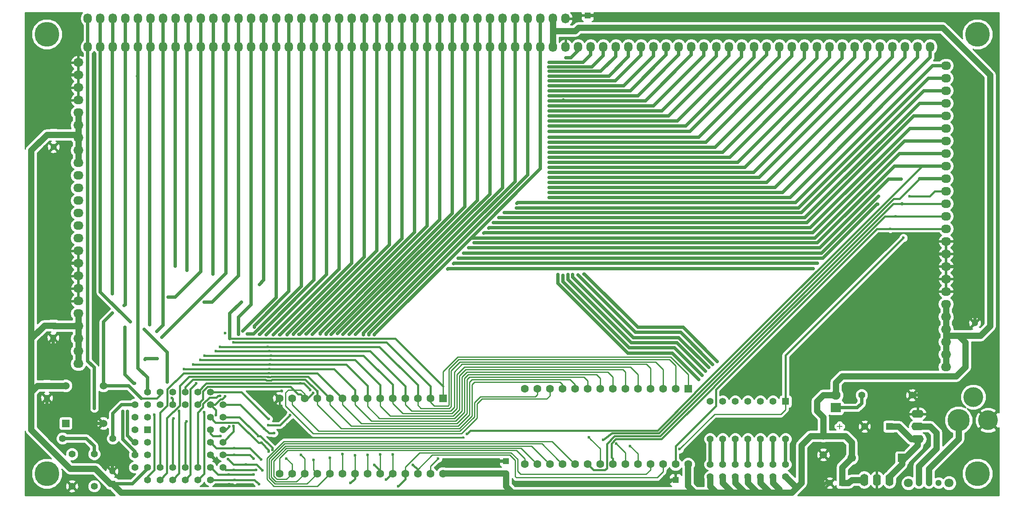
<source format=gtl>
G04 #@! TF.FileFunction,Copper,L1,Top,Signal*
%FSLAX46Y46*%
G04 Gerber Fmt 4.6, Leading zero omitted, Abs format (unit mm)*
G04 Created by KiCad (PCBNEW (2015-08-16 BZR 6097, Git b384c94)-product) date 10/3/2015 5:34:03 PM*
%MOMM*%
G01*
G04 APERTURE LIST*
%ADD10C,0.100000*%
%ADD11C,0.150000*%
%ADD12C,5.000000*%
%ADD13C,4.500000*%
%ADD14C,4.000000*%
%ADD15R,2.000000X1.900000*%
%ADD16C,1.900000*%
%ADD17C,1.400000*%
%ADD18C,1.300000*%
%ADD19C,1.800000*%
%ADD20R,1.524000X1.524000*%
%ADD21C,1.524000*%
%ADD22R,1.397000X1.397000*%
%ADD23C,1.397000*%
%ADD24R,1.300000X1.300000*%
%ADD25R,1.400000X1.400000*%
%ADD26C,1.699260*%
%ADD27R,1.699260X1.699260*%
%ADD28O,1.727200X2.032000*%
%ADD29R,1.600000X1.600000*%
%ADD30C,1.600000*%
%ADD31O,2.500000X1.600000*%
%ADD32O,1.600000X2.500000*%
%ADD33O,2.032000X1.727200*%
%ADD34C,1.501140*%
%ADD35C,0.600000*%
%ADD36C,0.381000*%
%ADD37C,0.635000*%
%ADD38C,1.270000*%
%ADD39C,0.254000*%
%ADD40C,0.250000*%
G04 APERTURE END LIST*
D10*
D11*
X206375000Y-131445000D02*
X205359000Y-131445000D01*
X205867000Y-130937000D02*
X205867000Y-131953000D01*
D12*
X45720000Y-52070000D03*
X45720000Y-140970000D03*
X233680000Y-140970000D03*
X233680000Y-52070000D03*
D13*
X229870000Y-130175000D03*
D14*
X235870000Y-130175000D03*
X232870000Y-125475000D03*
D15*
X205105000Y-127635000D03*
D16*
X205105000Y-125095000D03*
D17*
X50800000Y-143510000D03*
X50800000Y-137010000D03*
X55300000Y-143510000D03*
X55300000Y-137010000D03*
D18*
X221865000Y-142875000D03*
X225865000Y-142875000D03*
D19*
X219765000Y-142875000D03*
X227965000Y-142875000D03*
D18*
X223865000Y-142875000D03*
D20*
X49530000Y-130810000D03*
D21*
X57150000Y-130810000D03*
X49530000Y-123190000D03*
X57150000Y-123190000D03*
D22*
X66040000Y-132080000D03*
D23*
X63500000Y-134620000D03*
X66040000Y-134620000D03*
X63500000Y-137160000D03*
X66040000Y-137160000D03*
X63500000Y-139700000D03*
X66040000Y-142240000D03*
X66040000Y-139700000D03*
X68580000Y-142240000D03*
X68580000Y-139700000D03*
X71120000Y-142240000D03*
X71120000Y-139700000D03*
X73660000Y-142240000D03*
X73660000Y-139700000D03*
X76200000Y-142240000D03*
X76200000Y-139700000D03*
X78740000Y-142240000D03*
X81280000Y-139700000D03*
X78740000Y-139700000D03*
X81280000Y-137160000D03*
X78740000Y-137160000D03*
X81280000Y-134620000D03*
X78740000Y-134620000D03*
X81280000Y-132080000D03*
X78740000Y-132080000D03*
X81280000Y-129540000D03*
X78740000Y-129540000D03*
X81280000Y-127000000D03*
X78740000Y-124460000D03*
X78740000Y-127000000D03*
X76200000Y-124460000D03*
X76200000Y-127000000D03*
X73660000Y-124460000D03*
X73660000Y-127000000D03*
X71120000Y-124460000D03*
X71120000Y-127000000D03*
X68580000Y-124460000D03*
X68580000Y-127000000D03*
X66040000Y-124460000D03*
X63500000Y-127000000D03*
X66040000Y-127000000D03*
X63500000Y-129540000D03*
X66040000Y-129540000D03*
X63500000Y-132080000D03*
D24*
X58928000Y-143002000D03*
D18*
X58928000Y-140502000D03*
D25*
X215900000Y-131445000D03*
D17*
X210900000Y-131445000D03*
D24*
X138430000Y-138430000D03*
D18*
X138430000Y-140930000D03*
D24*
X206375000Y-142875000D03*
D18*
X203875000Y-142875000D03*
D24*
X45720000Y-123190000D03*
D18*
X45720000Y-125690000D03*
D24*
X172720000Y-142240000D03*
D18*
X175220000Y-142240000D03*
D24*
X233172000Y-113030000D03*
D18*
X233172000Y-110530000D03*
D24*
X46990000Y-110998000D03*
D18*
X46990000Y-113498000D03*
D24*
X47091600Y-72390000D03*
D18*
X47091600Y-74890000D03*
D24*
X154940000Y-48260000D03*
D18*
X154940000Y-50760000D03*
D26*
X208279480Y-137797540D03*
D27*
X218439480Y-137797540D03*
D28*
X109855000Y-54610000D03*
X112395000Y-54610000D03*
X114935000Y-54610000D03*
X117475000Y-54610000D03*
X120015000Y-54610000D03*
X122555000Y-54610000D03*
X125095000Y-54610000D03*
X127635000Y-54610000D03*
X130175000Y-54610000D03*
X132715000Y-54610000D03*
X135255000Y-54610000D03*
X137795000Y-54610000D03*
X140335000Y-54610000D03*
X142875000Y-54610000D03*
X145415000Y-54610000D03*
X147955000Y-54610000D03*
X150495000Y-54610000D03*
X153035000Y-54610000D03*
X155575000Y-54610000D03*
X158115000Y-54610000D03*
X160655000Y-54610000D03*
X163195000Y-54610000D03*
X165735000Y-54610000D03*
X168275000Y-54610000D03*
X170815000Y-54610000D03*
X173355000Y-54610000D03*
X175895000Y-54610000D03*
X178435000Y-54610000D03*
X180975000Y-54610000D03*
X183515000Y-54610000D03*
X186055000Y-54610000D03*
X188595000Y-54610000D03*
X191135000Y-54610000D03*
X193675000Y-54610000D03*
X196215000Y-54610000D03*
X221615000Y-54610000D03*
X219075000Y-54610000D03*
X216535000Y-54610000D03*
X213995000Y-54610000D03*
X211455000Y-54610000D03*
X208915000Y-54610000D03*
X206375000Y-54610000D03*
X203835000Y-54610000D03*
X201295000Y-54610000D03*
X198755000Y-54610000D03*
X196215000Y-54610000D03*
X193675000Y-54610000D03*
X191135000Y-54610000D03*
X188595000Y-54610000D03*
X186055000Y-54610000D03*
X183515000Y-54610000D03*
X180975000Y-54610000D03*
X178435000Y-54610000D03*
X175895000Y-54610000D03*
X173355000Y-54610000D03*
X170815000Y-54610000D03*
X168275000Y-54610000D03*
X165735000Y-54610000D03*
X163195000Y-54610000D03*
X160655000Y-54610000D03*
X158115000Y-54610000D03*
X155575000Y-54610000D03*
X153035000Y-54610000D03*
X150495000Y-54610000D03*
X147955000Y-54610000D03*
X145415000Y-54610000D03*
X142875000Y-54610000D03*
X140335000Y-54610000D03*
X137795000Y-54610000D03*
X135255000Y-54610000D03*
X132715000Y-54610000D03*
X130175000Y-54610000D03*
X127635000Y-54610000D03*
X125095000Y-54610000D03*
X107315000Y-54610000D03*
X104775000Y-54610000D03*
X102235000Y-54610000D03*
X99695000Y-54610000D03*
X97155000Y-54610000D03*
X94615000Y-54610000D03*
X92075000Y-54610000D03*
X89535000Y-54610000D03*
X86995000Y-54610000D03*
X84455000Y-54610000D03*
X81915000Y-54610000D03*
X79375000Y-54610000D03*
X76835000Y-54610000D03*
X74295000Y-54610000D03*
X71755000Y-54610000D03*
X69215000Y-54610000D03*
X66675000Y-54610000D03*
X64135000Y-54610000D03*
X61595000Y-54610000D03*
X59055000Y-54610000D03*
X56515000Y-54610000D03*
X53975000Y-54610000D03*
X224155000Y-54610000D03*
D29*
X175260000Y-123825000D03*
D30*
X172720000Y-123825000D03*
X170180000Y-123825000D03*
X167640000Y-123825000D03*
X165100000Y-123825000D03*
X162560000Y-123825000D03*
X160020000Y-123825000D03*
X157480000Y-123825000D03*
X154940000Y-123825000D03*
X152400000Y-123825000D03*
X149860000Y-123825000D03*
X147320000Y-123825000D03*
X144780000Y-123825000D03*
X142240000Y-123825000D03*
X142240000Y-139065000D03*
X144780000Y-139065000D03*
X147320000Y-139065000D03*
X149860000Y-139065000D03*
X152400000Y-139065000D03*
X154940000Y-139065000D03*
X157480000Y-139065000D03*
X160020000Y-139065000D03*
X162560000Y-139065000D03*
X165100000Y-139065000D03*
X167640000Y-139065000D03*
X170180000Y-139065000D03*
X172720000Y-139065000D03*
X175260000Y-139065000D03*
D29*
X125730000Y-125730000D03*
D30*
X123190000Y-125730000D03*
X120650000Y-125730000D03*
X118110000Y-125730000D03*
X115570000Y-125730000D03*
X113030000Y-125730000D03*
X110490000Y-125730000D03*
X107950000Y-125730000D03*
X105410000Y-125730000D03*
X102870000Y-125730000D03*
X100330000Y-125730000D03*
X97790000Y-125730000D03*
X95250000Y-125730000D03*
X92710000Y-125730000D03*
X92710000Y-140970000D03*
X95250000Y-140970000D03*
X97790000Y-140970000D03*
X100330000Y-140970000D03*
X102870000Y-140970000D03*
X105410000Y-140970000D03*
X107950000Y-140970000D03*
X110490000Y-140970000D03*
X113030000Y-140970000D03*
X115570000Y-140970000D03*
X118110000Y-140970000D03*
X120650000Y-140970000D03*
X123190000Y-140970000D03*
X125730000Y-140970000D03*
D31*
X221615000Y-131445000D03*
X221615000Y-128905000D03*
X221615000Y-133985000D03*
D32*
X213360000Y-142240000D03*
X215900000Y-142240000D03*
X210820000Y-142240000D03*
D33*
X227330000Y-119380000D03*
X227330000Y-116840000D03*
X227330000Y-114300000D03*
X227330000Y-111760000D03*
X227330000Y-109220000D03*
X227330000Y-106680000D03*
X227330000Y-104140000D03*
X227330000Y-101600000D03*
X227330000Y-99060000D03*
X227330000Y-96520000D03*
X227330000Y-93980000D03*
X227330000Y-91440000D03*
X227330000Y-88900000D03*
X227330000Y-86360000D03*
X227330000Y-83820000D03*
X227330000Y-81280000D03*
X227330000Y-78740000D03*
X227330000Y-76200000D03*
X227330000Y-73660000D03*
X227330000Y-71120000D03*
X227330000Y-68580000D03*
X227330000Y-66040000D03*
X227330000Y-63500000D03*
X227330000Y-60960000D03*
X227330000Y-58420000D03*
X52070000Y-118745000D03*
X52070000Y-116205000D03*
X52070000Y-113665000D03*
X52070000Y-111125000D03*
X52070000Y-108585000D03*
X52070000Y-106045000D03*
X52070000Y-103505000D03*
X52070000Y-100965000D03*
X52070000Y-98425000D03*
X52070000Y-95885000D03*
X52070000Y-93345000D03*
X52070000Y-90805000D03*
X52070000Y-88265000D03*
X52070000Y-85725000D03*
X52070000Y-83185000D03*
X52070000Y-80645000D03*
X52070000Y-78105000D03*
X52070000Y-75565000D03*
X52070000Y-73025000D03*
X52070000Y-70485000D03*
X52070000Y-67945000D03*
X52070000Y-65405000D03*
X52070000Y-62865000D03*
X52070000Y-60325000D03*
X52070000Y-57785000D03*
D28*
X150495000Y-48895000D03*
X147955000Y-48895000D03*
X145415000Y-48895000D03*
X142875000Y-48895000D03*
X140335000Y-48895000D03*
X137795000Y-48895000D03*
X135255000Y-48895000D03*
X132715000Y-48895000D03*
X130175000Y-48895000D03*
X127635000Y-48895000D03*
X125095000Y-48895000D03*
X122555000Y-48895000D03*
X120015000Y-48895000D03*
X117475000Y-48895000D03*
X114935000Y-48895000D03*
X112395000Y-48895000D03*
X109855000Y-48895000D03*
X107315000Y-48895000D03*
X104775000Y-48895000D03*
X102235000Y-48895000D03*
X99695000Y-48895000D03*
X97155000Y-48895000D03*
X94615000Y-48895000D03*
X92075000Y-48895000D03*
X89535000Y-48895000D03*
X86995000Y-48895000D03*
X84455000Y-48895000D03*
X81915000Y-48895000D03*
X79375000Y-48895000D03*
X76835000Y-48895000D03*
X74295000Y-48895000D03*
X71755000Y-48895000D03*
X69215000Y-48895000D03*
X66675000Y-48895000D03*
X64135000Y-48895000D03*
X61595000Y-48895000D03*
X59055000Y-48895000D03*
X56515000Y-48895000D03*
X53975000Y-48895000D03*
D25*
X194945000Y-126365000D03*
D17*
X192405000Y-126365000D03*
X189865000Y-126365000D03*
X187325000Y-126365000D03*
X184785000Y-126365000D03*
X182245000Y-126365000D03*
X179705000Y-126365000D03*
X179705000Y-133985000D03*
X182245000Y-133985000D03*
X184785000Y-133985000D03*
X187325000Y-133985000D03*
X189865000Y-133985000D03*
X192405000Y-133985000D03*
X194945000Y-133985000D03*
X179705000Y-139105640D03*
X179705000Y-141605000D03*
X182245000Y-139105640D03*
X182245000Y-141605000D03*
X184785000Y-139105640D03*
X184785000Y-141605000D03*
X187325000Y-139105640D03*
X187325000Y-141605000D03*
X189865000Y-139105640D03*
X189865000Y-141605000D03*
X192405000Y-139105640D03*
X192405000Y-141605000D03*
X194945000Y-139105640D03*
X194945000Y-141605000D03*
D34*
X202565000Y-137160000D03*
X202565000Y-133350000D03*
D17*
X59055000Y-133858000D03*
X48895000Y-133858000D03*
X210312000Y-125095000D03*
X220472000Y-125095000D03*
D35*
X92862400Y-132638800D03*
X94386400Y-132537200D03*
X95859600Y-132435600D03*
X95859600Y-131064000D03*
X94386400Y-131114800D03*
X92100400Y-130352800D03*
X228346000Y-125095000D03*
X226568000Y-125095000D03*
X224536000Y-125095000D03*
X222504000Y-125095000D03*
X45720000Y-129921000D03*
X45720000Y-127889000D03*
X52959000Y-125222000D03*
X52959000Y-127000000D03*
X52959000Y-129032000D03*
X53086000Y-130810000D03*
X54991000Y-130810000D03*
X57150000Y-138811000D03*
X57404000Y-137287000D03*
X58674000Y-137414000D03*
X58674000Y-138811000D03*
X79908400Y-138328400D03*
X80264000Y-143459200D03*
X82550000Y-143129000D03*
X81534000Y-143256000D03*
X77470000Y-143256000D03*
X130429000Y-138430000D03*
X132080000Y-138430000D03*
X133858000Y-138430000D03*
X135890000Y-138430000D03*
X167513000Y-142875000D03*
X168783000Y-142875000D03*
X169926000Y-142875000D03*
X171323000Y-142875000D03*
X234442000Y-99060000D03*
X234442000Y-100457000D03*
X234442000Y-101854000D03*
X234442000Y-103505000D03*
X234442000Y-105029000D03*
X234442000Y-106807000D03*
X234442000Y-108966000D03*
X233172000Y-108966000D03*
X232918000Y-99060000D03*
X232918000Y-100457000D03*
X232918000Y-101854000D03*
X232918000Y-103505000D03*
X232918000Y-105029000D03*
X232918000Y-106680000D03*
X231267000Y-106680000D03*
X231267000Y-105029000D03*
X231267000Y-103632000D03*
X231267000Y-102108000D03*
X231267000Y-100711000D03*
X231140000Y-99060000D03*
X224663000Y-98298000D03*
X224663000Y-100203000D03*
X224663000Y-101727000D03*
X224663000Y-103378000D03*
X223012000Y-103378000D03*
X223012000Y-101727000D03*
X223012000Y-100076000D03*
X223012000Y-98298000D03*
X221361000Y-98298000D03*
X221361000Y-100076000D03*
X221361000Y-101727000D03*
X221361000Y-103378000D03*
X219710000Y-103378000D03*
X219710000Y-101727000D03*
X219710000Y-99949000D03*
X219710000Y-98298000D03*
X219710000Y-96520000D03*
X221234000Y-96520000D03*
X223012000Y-96520000D03*
X224790000Y-96520000D03*
X55118000Y-62865000D03*
X156972000Y-48260000D03*
X158369000Y-48260000D03*
X159766000Y-48260000D03*
X161036000Y-48260000D03*
X162433000Y-48260000D03*
X166243000Y-48260000D03*
X164973000Y-48260000D03*
X163703000Y-48260000D03*
X47625000Y-62103000D03*
X47625000Y-64262000D03*
X47625000Y-66040000D03*
X47625000Y-68199000D03*
X45974000Y-68199000D03*
X46101000Y-66040000D03*
X46101000Y-64262000D03*
X46101000Y-62103000D03*
X44196000Y-62230000D03*
X44196000Y-64135000D03*
X44196000Y-66040000D03*
X44196000Y-68072000D03*
X42545000Y-68072000D03*
X42545000Y-66040000D03*
X42545000Y-64135000D03*
X42545000Y-62230000D03*
X42545000Y-60325000D03*
X44450000Y-60325000D03*
X46101000Y-60325000D03*
X48006000Y-60325000D03*
X47091600Y-77216000D03*
X45466000Y-84074000D03*
X45466000Y-82296000D03*
X45466000Y-80772000D03*
X45466000Y-79121000D03*
X45466000Y-77216000D03*
X48133000Y-103632000D03*
X48260000Y-101727000D03*
X48260000Y-99949000D03*
X46482000Y-99949000D03*
X46482000Y-101727000D03*
X46482000Y-103505000D03*
X44831000Y-103378000D03*
X44831000Y-101727000D03*
X44831000Y-100076000D03*
X44831000Y-98425000D03*
X46482000Y-98425000D03*
X48387000Y-98425000D03*
X46990000Y-115443000D03*
X45466000Y-115570000D03*
X45466000Y-117221000D03*
X45339000Y-118999000D03*
X45339000Y-120650000D03*
X46990000Y-120523000D03*
X46990000Y-118999000D03*
X46990000Y-117221000D03*
X48387000Y-117221000D03*
X48387000Y-118999000D03*
X53289200Y-137972800D03*
X53035200Y-142544800D03*
X52832000Y-144068800D03*
X93167200Y-124256800D03*
X203708000Y-140208000D03*
X202184000Y-140208000D03*
X200660000Y-140716000D03*
X200152000Y-142240000D03*
X201676000Y-144272000D03*
X125095000Y-85090000D03*
X147193000Y-85090000D03*
X102108000Y-112776000D03*
X90528030Y-121448481D03*
X122555000Y-84074000D03*
X147193000Y-84074000D03*
X90587973Y-120650718D03*
X100939600Y-112725200D03*
X120015000Y-83058000D03*
X147193000Y-83058000D03*
X72441761Y-128290680D03*
X99364800Y-112826800D03*
X90674858Y-119837200D03*
X73406000Y-119837200D03*
X117475000Y-82042000D03*
X147193000Y-82042000D03*
X71348265Y-129780278D03*
X98094800Y-112725200D03*
X90772095Y-118922800D03*
X75336400Y-118922800D03*
X114935000Y-81026000D03*
X147193000Y-81026000D03*
X96672400Y-112826800D03*
X91009019Y-117957600D03*
X76708000Y-117957600D03*
X75895200Y-122732800D03*
X112395000Y-80010000D03*
X147193000Y-80010000D03*
X73990971Y-130397643D03*
X95554800Y-112776000D03*
X91075669Y-117094000D03*
X77571600Y-117094000D03*
X109855000Y-78994000D03*
X147193000Y-78994000D03*
X94234000Y-112877600D03*
X90717940Y-116230400D03*
X79908400Y-116230400D03*
X77520800Y-128524000D03*
X107315000Y-77978000D03*
X147193000Y-77978000D03*
X92760800Y-112877600D03*
X90359871Y-115316000D03*
X80714503Y-125228103D03*
X80721200Y-115316000D03*
X104775000Y-76962000D03*
X147193000Y-76962000D03*
X91440000Y-112928400D03*
X83670206Y-142240000D03*
X88595200Y-143154400D03*
X116738400Y-143510000D03*
X102235000Y-75946000D03*
X147193000Y-75946000D03*
X90017600Y-112928400D03*
X83495025Y-140208000D03*
X115620800Y-137109200D03*
X163525200Y-135382000D03*
X114249200Y-142189200D03*
X88036400Y-140208000D03*
X99695000Y-74930000D03*
X147193000Y-74930000D03*
X88646000Y-112776000D03*
X82516142Y-141173200D03*
X155205444Y-133634120D03*
X108000800Y-137261600D03*
X87528400Y-141173200D03*
X107086400Y-142849600D03*
X97155000Y-73914000D03*
X147193000Y-73914000D03*
X87532438Y-137980104D03*
X86207600Y-112725200D03*
X83566000Y-137160000D03*
X160731916Y-134935426D03*
X113030000Y-137109200D03*
X111861600Y-139242800D03*
X94615000Y-72771000D03*
X147193000Y-72898000D03*
X87630000Y-111353600D03*
X83464400Y-114452400D03*
X83464400Y-131319511D03*
X92075000Y-71755000D03*
X147193000Y-71755000D03*
X83616800Y-135836001D03*
X85293200Y-112115600D03*
X89001600Y-138125200D03*
X119684800Y-139192000D03*
X89535000Y-70739000D03*
X147193000Y-70612000D03*
X88646000Y-102717600D03*
X85039200Y-106273600D03*
X82702400Y-113639600D03*
X82550000Y-131419600D03*
X86995000Y-69723000D03*
X147193000Y-69596000D03*
X84429600Y-112776000D03*
X80772000Y-133350000D03*
X84455000Y-68707000D03*
X147193000Y-68580000D03*
X77520800Y-106273600D03*
X179425600Y-119532400D03*
X151942800Y-100736400D03*
X151948621Y-67564000D03*
X81915000Y-67691000D03*
X147193000Y-67564000D03*
X68935600Y-113436400D03*
X68021200Y-117754400D03*
X65532000Y-117856000D03*
X61976000Y-128422400D03*
X79248000Y-66675000D03*
X147193000Y-66548000D03*
X79298800Y-100634800D03*
X178104800Y-121107200D03*
X149961600Y-100838000D03*
X150063200Y-65351002D03*
X76835000Y-65659000D03*
X147193000Y-65532000D03*
X70205600Y-105257600D03*
X61061600Y-128422400D03*
X74041000Y-64643000D03*
X147193000Y-64516000D03*
X74015600Y-99822000D03*
X181152800Y-118313200D03*
X154178000Y-100584000D03*
X154393560Y-63500000D03*
X71628000Y-63627000D03*
X147193000Y-63500000D03*
X71628000Y-99009200D03*
X69189600Y-62585600D03*
X147218400Y-62484000D03*
X67970400Y-112217200D03*
X67462400Y-129032000D03*
X66497200Y-61620400D03*
X147218400Y-61518800D03*
X66497200Y-110896400D03*
X64058800Y-60553600D03*
X147167600Y-60553600D03*
X180238400Y-118872000D03*
X153009600Y-100787200D03*
X153436503Y-59588400D03*
X61620400Y-59588400D03*
X147167600Y-59588400D03*
X61366400Y-106984800D03*
X61468000Y-111404400D03*
X63449200Y-122732800D03*
X58978800Y-58674000D03*
X147116800Y-58674000D03*
X58978800Y-104597200D03*
X58928000Y-108508800D03*
X177393600Y-121920000D03*
X148996400Y-100736400D03*
X56489600Y-57759600D03*
X147167600Y-57759600D03*
X62585600Y-110286800D03*
X65379600Y-111760000D03*
X70053200Y-122428000D03*
X70967600Y-125679200D03*
X53949600Y-56845200D03*
X178765200Y-120294400D03*
X150977600Y-100736400D03*
X150532733Y-56845200D03*
X55321200Y-127812800D03*
X111861600Y-112928400D03*
X100330000Y-124352458D03*
X131064000Y-92354400D03*
X134010400Y-92354400D03*
X110744000Y-112928400D03*
X99517200Y-124663200D03*
X135026400Y-91287600D03*
X130816236Y-91293836D03*
X98948979Y-124046706D03*
X109677200Y-112928400D03*
X96946128Y-122752528D03*
X130663836Y-90176236D03*
X135890000Y-90220800D03*
X108102400Y-112826800D03*
X94894400Y-129133600D03*
X90474800Y-131216400D03*
X85994468Y-139118990D03*
X89306400Y-140360400D03*
X82346800Y-138074400D03*
X79908400Y-129184400D03*
X81737200Y-112572800D03*
X81737200Y-125323600D03*
X130378200Y-89281000D03*
X137007600Y-89204800D03*
X106781600Y-112826800D03*
X90504920Y-129919249D03*
X94081600Y-137922000D03*
X97078800Y-137219030D03*
X130263880Y-88125320D03*
X138125200Y-88188800D03*
X91615330Y-132790844D03*
X105511600Y-112826800D03*
X89632279Y-131823793D03*
X90585352Y-136527232D03*
X140614400Y-87223600D03*
X129904502Y-87214698D03*
X89086667Y-134745570D03*
X104444800Y-112674400D03*
X99618800Y-138167788D03*
X127635000Y-86207600D03*
X140665200Y-86309200D03*
X103174800Y-112776000D03*
X88456486Y-133375772D03*
X102870000Y-137820400D03*
X91287600Y-136144000D03*
X216103200Y-91440000D03*
X200507600Y-99517200D03*
X126695200Y-99568000D03*
X217220800Y-88900000D03*
X201371200Y-98450400D03*
X127914400Y-98501200D03*
X218440000Y-86410800D03*
X213563200Y-86461600D03*
X128778000Y-97383600D03*
X213766400Y-84836000D03*
X129946400Y-96367600D03*
X220014800Y-84836000D03*
X218744800Y-93268800D03*
X173532800Y-136042400D03*
X124764800Y-137922000D03*
X158089600Y-134112000D03*
X221996000Y-81330800D03*
X110490000Y-137210800D03*
X218287600Y-81381600D03*
X130962400Y-95300800D03*
X132029200Y-94284800D03*
X130556000Y-132943600D03*
X105460800Y-137058400D03*
D36*
X92710000Y-125730000D02*
X92710000Y-129743200D01*
X95758000Y-132537200D02*
X94386400Y-132537200D01*
X95859600Y-132435600D02*
X95758000Y-132537200D01*
X94437200Y-131064000D02*
X95859600Y-131064000D01*
X94386400Y-131114800D02*
X94437200Y-131064000D01*
X92710000Y-129743200D02*
X92100400Y-130352800D01*
D37*
X220472000Y-125095000D02*
X222504000Y-125095000D01*
X224536000Y-125095000D02*
X226568000Y-125095000D01*
X45720000Y-125690000D02*
X45720000Y-127889000D01*
X57150000Y-130810000D02*
X54991000Y-130810000D01*
X52959000Y-127000000D02*
X52959000Y-125222000D01*
X52959000Y-130683000D02*
X52959000Y-129032000D01*
X53086000Y-130810000D02*
X52959000Y-130683000D01*
X58928000Y-140502000D02*
X58928000Y-139065000D01*
X58547000Y-137287000D02*
X57404000Y-137287000D01*
X58674000Y-137414000D02*
X58547000Y-137287000D01*
X58928000Y-139065000D02*
X58674000Y-138811000D01*
D36*
X80264000Y-143459200D02*
X81330800Y-143459200D01*
D37*
X78740000Y-137160000D02*
X79908400Y-138328400D01*
D36*
X81330800Y-143459200D02*
X81534000Y-143256000D01*
D37*
X138430000Y-138430000D02*
X135890000Y-138430000D01*
X133858000Y-138430000D02*
X132080000Y-138430000D01*
X172720000Y-142240000D02*
X171958000Y-142240000D01*
X169926000Y-142875000D02*
X168783000Y-142875000D01*
X171958000Y-142240000D02*
X171323000Y-142875000D01*
X233172000Y-110530000D02*
X233172000Y-108966000D01*
X234442000Y-101854000D02*
X234442000Y-100457000D01*
X234442000Y-105029000D02*
X234442000Y-103505000D01*
X234442000Y-108966000D02*
X234442000Y-106807000D01*
X227330000Y-99060000D02*
X231140000Y-99060000D01*
X232918000Y-101854000D02*
X232918000Y-100457000D01*
X232918000Y-105029000D02*
X232918000Y-103505000D01*
X231267000Y-106680000D02*
X232918000Y-106680000D01*
X231267000Y-103632000D02*
X231267000Y-105029000D01*
X231267000Y-100711000D02*
X231267000Y-102108000D01*
X227330000Y-96520000D02*
X224790000Y-96520000D01*
X224663000Y-101727000D02*
X224663000Y-100203000D01*
X223012000Y-103378000D02*
X224663000Y-103378000D01*
X223012000Y-100076000D02*
X223012000Y-101727000D01*
X221361000Y-98298000D02*
X223012000Y-98298000D01*
X221361000Y-101727000D02*
X221361000Y-100076000D01*
X219710000Y-103378000D02*
X221361000Y-103378000D01*
X219710000Y-99949000D02*
X219710000Y-101727000D01*
X219710000Y-96520000D02*
X219710000Y-98298000D01*
X223012000Y-96520000D02*
X221234000Y-96520000D01*
X158369000Y-48260000D02*
X159766000Y-48260000D01*
X161036000Y-48260000D02*
X162433000Y-48260000D01*
X154940000Y-48260000D02*
X156972000Y-48260000D01*
X163703000Y-48260000D02*
X164973000Y-48260000D01*
X52070000Y-60325000D02*
X48006000Y-60325000D01*
X47625000Y-66040000D02*
X47625000Y-64262000D01*
X45974000Y-68199000D02*
X47625000Y-68199000D01*
X46101000Y-64262000D02*
X46101000Y-66040000D01*
X44323000Y-62103000D02*
X46101000Y-62103000D01*
X44196000Y-62230000D02*
X44323000Y-62103000D01*
X44196000Y-66040000D02*
X44196000Y-64135000D01*
X42545000Y-68072000D02*
X44196000Y-68072000D01*
X42545000Y-64135000D02*
X42545000Y-66040000D01*
X42545000Y-60325000D02*
X42545000Y-62230000D01*
X46101000Y-60325000D02*
X44450000Y-60325000D01*
X47091600Y-77216000D02*
X45466000Y-77216000D01*
X45466000Y-82296000D02*
X45466000Y-84074000D01*
X45466000Y-79121000D02*
X45466000Y-80772000D01*
X52070000Y-98425000D02*
X48387000Y-98425000D01*
X48260000Y-99949000D02*
X48260000Y-101727000D01*
X46482000Y-101727000D02*
X46482000Y-99949000D01*
X44958000Y-103505000D02*
X46482000Y-103505000D01*
X44831000Y-103378000D02*
X44958000Y-103505000D01*
X44831000Y-100076000D02*
X44831000Y-101727000D01*
X46482000Y-98425000D02*
X44831000Y-98425000D01*
X46990000Y-113498000D02*
X46990000Y-115443000D01*
X45466000Y-115570000D02*
X45466000Y-117221000D01*
X45339000Y-118999000D02*
X45339000Y-120650000D01*
X46990000Y-120523000D02*
X46990000Y-118999000D01*
X46990000Y-117221000D02*
X48387000Y-117221000D01*
X48387000Y-118999000D02*
X48260000Y-119126000D01*
X48260000Y-119126000D02*
X48260000Y-120523000D01*
X52832000Y-144068800D02*
X52832000Y-142748000D01*
X52832000Y-142748000D02*
X53035200Y-142544800D01*
X203875000Y-142875000D02*
X203073000Y-142875000D01*
X202184000Y-140208000D02*
X203708000Y-140208000D01*
X200660000Y-141732000D02*
X200660000Y-140716000D01*
X200152000Y-142240000D02*
X200660000Y-141732000D01*
X203073000Y-142875000D02*
X201676000Y-144272000D01*
D38*
X58928000Y-143002000D02*
X58547000Y-143002000D01*
X58547000Y-143002000D02*
X55499000Y-139954000D01*
X42545000Y-132080000D02*
X42545000Y-125095000D01*
X50419000Y-139954000D02*
X42545000Y-132080000D01*
X55499000Y-139954000D02*
X50419000Y-139954000D01*
X139700000Y-144780000D02*
X60706000Y-144780000D01*
X60706000Y-144780000D02*
X58928000Y-143002000D01*
D37*
X66040000Y-139700000D02*
X66040000Y-139954000D01*
X66040000Y-139954000D02*
X62992000Y-143002000D01*
X62992000Y-143002000D02*
X58928000Y-143002000D01*
D38*
X233172000Y-113030000D02*
X234315000Y-113030000D01*
X226655000Y-50760000D02*
X154940000Y-50760000D01*
X236220000Y-60325000D02*
X226655000Y-50760000D01*
X236220000Y-111125000D02*
X236220000Y-60325000D01*
X234315000Y-113030000D02*
X236220000Y-111125000D01*
X229616000Y-113030000D02*
X233172000Y-113030000D01*
X205105000Y-125095000D02*
X205105000Y-122555000D01*
X229870000Y-113030000D02*
X229616000Y-113030000D01*
X229616000Y-113030000D02*
X227330000Y-113030000D01*
X231267000Y-114427000D02*
X229870000Y-113030000D01*
X231267000Y-119380000D02*
X231267000Y-114427000D01*
X229362000Y-121285000D02*
X231267000Y-119380000D01*
X206375000Y-121285000D02*
X229362000Y-121285000D01*
X205105000Y-122555000D02*
X206375000Y-121285000D01*
X46990000Y-110998000D02*
X45212000Y-110998000D01*
X45212000Y-110998000D02*
X42545000Y-113665000D01*
X52070000Y-111125000D02*
X47117000Y-111125000D01*
X47117000Y-111125000D02*
X46990000Y-110998000D01*
X42545000Y-113792000D02*
X42545000Y-113665000D01*
X42545000Y-114300000D02*
X42545000Y-113792000D01*
X42545000Y-125095000D02*
X42545000Y-114300000D01*
X42545000Y-113665000D02*
X42545000Y-75565000D01*
X42545000Y-75565000D02*
X45720000Y-72390000D01*
X45720000Y-72390000D02*
X47091600Y-72390000D01*
X47091600Y-72390000D02*
X51435000Y-72390000D01*
X51435000Y-72390000D02*
X52070000Y-73025000D01*
X52070000Y-116205000D02*
X52070000Y-118745000D01*
X52070000Y-113665000D02*
X52070000Y-116205000D01*
X52070000Y-111125000D02*
X52070000Y-113665000D01*
X52070000Y-108585000D02*
X52070000Y-111125000D01*
X196850000Y-144145000D02*
X196850000Y-143510000D01*
X196850000Y-143510000D02*
X194945000Y-141605000D01*
X193675000Y-144780000D02*
X193675000Y-144145000D01*
X192405000Y-142875000D02*
X192405000Y-141605000D01*
X193675000Y-144145000D02*
X192405000Y-142875000D01*
X191770000Y-144780000D02*
X189865000Y-142875000D01*
X189865000Y-142875000D02*
X189865000Y-141605000D01*
X189230000Y-144780000D02*
X187325000Y-142875000D01*
X187325000Y-142875000D02*
X187325000Y-141605000D01*
X187325000Y-144780000D02*
X186690000Y-144780000D01*
X184785000Y-142875000D02*
X184785000Y-141605000D01*
X186690000Y-144780000D02*
X184785000Y-142875000D01*
X184150000Y-144780000D02*
X182245000Y-142875000D01*
X182245000Y-142875000D02*
X182245000Y-141605000D01*
X180975000Y-144780000D02*
X179705000Y-143510000D01*
X179705000Y-143510000D02*
X179705000Y-141605000D01*
X138430000Y-140930000D02*
X125770000Y-140930000D01*
X125770000Y-140930000D02*
X125730000Y-140970000D01*
X140970000Y-144780000D02*
X139700000Y-144780000D01*
X138430000Y-143510000D02*
X138430000Y-140930000D01*
X139700000Y-144780000D02*
X138430000Y-143510000D01*
X175220000Y-142240000D02*
X175220000Y-139105000D01*
X175220000Y-139105000D02*
X175260000Y-139065000D01*
X177165000Y-144780000D02*
X176530000Y-144780000D01*
X175220000Y-143470000D02*
X175220000Y-142240000D01*
X176530000Y-144780000D02*
X175220000Y-143470000D01*
X45720000Y-123190000D02*
X49530000Y-123190000D01*
X42545000Y-125095000D02*
X42545000Y-124460000D01*
X42545000Y-124460000D02*
X43815000Y-123190000D01*
X43815000Y-123190000D02*
X45720000Y-123190000D01*
X52070000Y-70485000D02*
X52070000Y-67945000D01*
X52070000Y-73025000D02*
X52070000Y-70485000D01*
X52070000Y-75565000D02*
X52070000Y-78105000D01*
X52070000Y-73025000D02*
X52070000Y-75565000D01*
X51435000Y-72390000D02*
X52070000Y-73025000D01*
X202565000Y-133350000D02*
X200025000Y-133350000D01*
X196215000Y-144780000D02*
X193675000Y-144780000D01*
X193675000Y-144780000D02*
X191770000Y-144780000D01*
X191770000Y-144780000D02*
X189230000Y-144780000D01*
X189230000Y-144780000D02*
X187325000Y-144780000D01*
X187325000Y-144780000D02*
X184150000Y-144780000D01*
X184150000Y-144780000D02*
X180975000Y-144780000D01*
X180975000Y-144780000D02*
X177165000Y-144780000D01*
X177165000Y-144780000D02*
X140970000Y-144780000D01*
X198120000Y-142875000D02*
X196850000Y-144145000D01*
X196850000Y-144145000D02*
X196215000Y-144780000D01*
X198120000Y-135255000D02*
X198120000Y-142875000D01*
X200025000Y-133350000D02*
X198120000Y-135255000D01*
X154940000Y-50760000D02*
X153075000Y-50760000D01*
X153075000Y-50760000D02*
X152400000Y-51435000D01*
X152400000Y-51435000D02*
X147955000Y-51435000D01*
X147955000Y-54610000D02*
X147955000Y-52070000D01*
X147955000Y-52070000D02*
X147955000Y-51435000D01*
X147955000Y-51435000D02*
X147955000Y-48895000D01*
X227330000Y-109220000D02*
X227330000Y-106680000D01*
X227330000Y-111760000D02*
X227330000Y-109220000D01*
X227330000Y-114300000D02*
X227330000Y-113030000D01*
X227330000Y-113030000D02*
X227330000Y-111760000D01*
X227330000Y-116840000D02*
X227330000Y-114300000D01*
X227330000Y-119380000D02*
X227330000Y-116840000D01*
X202565000Y-133350000D02*
X202565000Y-129540000D01*
X202565000Y-125095000D02*
X205105000Y-125095000D01*
X201295000Y-126365000D02*
X202565000Y-125095000D01*
X201295000Y-128270000D02*
X201295000Y-126365000D01*
X202565000Y-129540000D02*
X201295000Y-128270000D01*
X208279480Y-137797540D02*
X208279480Y-134619480D01*
X207010000Y-133350000D02*
X202565000Y-133350000D01*
X208279480Y-134619480D02*
X207010000Y-133350000D01*
X206375000Y-142875000D02*
X206375000Y-139702020D01*
X206375000Y-139702020D02*
X208279480Y-137797540D01*
X210820000Y-142240000D02*
X208280000Y-142240000D01*
X207645000Y-142875000D02*
X206375000Y-142875000D01*
X208280000Y-142240000D02*
X207645000Y-142875000D01*
D37*
X224155000Y-54610000D02*
X224155000Y-56769000D01*
X195834000Y-85090000D02*
X147193000Y-85090000D01*
X224155000Y-56769000D02*
X195834000Y-85090000D01*
D36*
X70002400Y-140817600D02*
X70002400Y-129741072D01*
X68580000Y-142240000D02*
X70002400Y-140817600D01*
X72570999Y-123203329D02*
X74435338Y-121338990D01*
X90138982Y-121338990D02*
X90248473Y-121448481D01*
X74435338Y-121338990D02*
X90138982Y-121338990D01*
X90248473Y-121448481D02*
X90528030Y-121448481D01*
X70002400Y-129741072D02*
X72570999Y-127172473D01*
X72570999Y-127172473D02*
X72570999Y-123203329D01*
D37*
X102108000Y-112623600D02*
X125095000Y-89636600D01*
X125095000Y-89636600D02*
X125095000Y-85090000D01*
X125095000Y-85090000D02*
X125095000Y-54610000D01*
X102108000Y-112776000D02*
X102108000Y-112623600D01*
D36*
X90528030Y-121448481D02*
X90911355Y-121448481D01*
X102070001Y-124930001D02*
X102870000Y-125730000D01*
X98478990Y-121338990D02*
X102070001Y-124930001D01*
X90911355Y-121448481D02*
X91020846Y-121338990D01*
X91020846Y-121338990D02*
X98478990Y-121338990D01*
D39*
X107188000Y-131318000D02*
X102870000Y-127000000D01*
X102870000Y-127000000D02*
X102870000Y-125730000D01*
X128778000Y-131318000D02*
X107188000Y-131318000D01*
X131064000Y-129032000D02*
X128778000Y-131318000D01*
X131064000Y-122428000D02*
X131064000Y-129032000D01*
X131572000Y-121920000D02*
X131064000Y-122428000D01*
X151384000Y-121920000D02*
X131572000Y-121920000D01*
X152400000Y-122936000D02*
X151384000Y-121920000D01*
X152400000Y-123825000D02*
X152400000Y-122936000D01*
D37*
X125095000Y-48895000D02*
X125095000Y-54610000D01*
X221615000Y-54610000D02*
X221615000Y-56769000D01*
X194310000Y-84074000D02*
X147193000Y-84074000D01*
X221615000Y-56769000D02*
X194310000Y-84074000D01*
D36*
X73317560Y-120650718D02*
X90163709Y-120650718D01*
X100330718Y-120650718D02*
X90587973Y-120650718D01*
X68580000Y-139700000D02*
X68580000Y-128611722D01*
X105410000Y-125730000D02*
X100330718Y-120650718D01*
X90163709Y-120650718D02*
X90587973Y-120650718D01*
X68580000Y-128611722D02*
X70030999Y-127160723D01*
X70030999Y-127160723D02*
X70030999Y-123937279D01*
X70030999Y-123937279D02*
X73317560Y-120650718D01*
D37*
X100939600Y-112522000D02*
X122555000Y-90906600D01*
X122555000Y-90906600D02*
X122555000Y-84074000D01*
X122555000Y-84074000D02*
X122555000Y-54610000D01*
X100939600Y-112725200D02*
X100939600Y-112522000D01*
D39*
X109220000Y-130810000D02*
X105410000Y-127000000D01*
X105410000Y-127000000D02*
X105410000Y-125730000D01*
X128524000Y-130810000D02*
X109220000Y-130810000D01*
X130556000Y-128778000D02*
X128524000Y-130810000D01*
X130556000Y-121920000D02*
X130556000Y-128778000D01*
X131064000Y-121412000D02*
X130556000Y-121920000D01*
X154178000Y-121412000D02*
X131064000Y-121412000D01*
X154940000Y-122174000D02*
X154178000Y-121412000D01*
X154940000Y-123825000D02*
X154940000Y-122174000D01*
D37*
X122555000Y-48895000D02*
X122555000Y-54610000D01*
D36*
X103733600Y-119837200D02*
X107950000Y-124053600D01*
X107950000Y-124053600D02*
X107950000Y-125730000D01*
X90674858Y-119837200D02*
X103733600Y-119837200D01*
D37*
X219075000Y-54610000D02*
X219075000Y-56769000D01*
X192786000Y-83058000D02*
X147193000Y-83058000D01*
X219075000Y-56769000D02*
X192786000Y-83058000D01*
D36*
X72441761Y-128714944D02*
X72441761Y-128290680D01*
X72441761Y-140918239D02*
X72441761Y-128714944D01*
X71120000Y-142240000D02*
X72441761Y-140918239D01*
D37*
X99364800Y-112776000D02*
X120015000Y-92125800D01*
X120015000Y-92125800D02*
X120015000Y-83058000D01*
X120015000Y-83058000D02*
X120015000Y-54610000D01*
X99364800Y-112826800D02*
X99364800Y-112776000D01*
D36*
X73406000Y-119837200D02*
X90674858Y-119837200D01*
D39*
X156718000Y-120904000D02*
X157480000Y-121666000D01*
X157480000Y-121666000D02*
X157480000Y-123825000D01*
X130810000Y-120904000D02*
X156718000Y-120904000D01*
X130048000Y-121666000D02*
X130810000Y-120904000D01*
X130048000Y-128524000D02*
X130048000Y-121666000D01*
X128270000Y-130302000D02*
X130048000Y-128524000D01*
X111252000Y-130302000D02*
X128270000Y-130302000D01*
X107950000Y-127000000D02*
X111252000Y-130302000D01*
X107950000Y-125730000D02*
X107950000Y-127000000D01*
D37*
X120015000Y-48895000D02*
X120015000Y-54610000D01*
D40*
X110490000Y-125730000D02*
X110490000Y-127406400D01*
X110490000Y-127406400D02*
X112877600Y-129794000D01*
X112877600Y-129794000D02*
X127000000Y-129794000D01*
X127000000Y-129794000D02*
X128016000Y-129794000D01*
D37*
X216535000Y-54610000D02*
X216535000Y-56642000D01*
X191135000Y-82042000D02*
X147193000Y-82042000D01*
X216535000Y-56642000D02*
X191135000Y-82042000D01*
D36*
X71120000Y-130008543D02*
X71348265Y-129780278D01*
X71120000Y-139700000D02*
X71120000Y-130008543D01*
D37*
X98145600Y-112725200D02*
X117475000Y-93395800D01*
X117475000Y-93395800D02*
X117475000Y-82042000D01*
X117475000Y-82042000D02*
X117475000Y-54610000D01*
X98094800Y-112725200D02*
X98145600Y-112725200D01*
D36*
X90772095Y-118922800D02*
X106222800Y-118922800D01*
X75336400Y-118922800D02*
X90772095Y-118922800D01*
X106222800Y-118922800D02*
X110490000Y-123190000D01*
X110490000Y-123190000D02*
X110490000Y-125730000D01*
D39*
X129540000Y-128270000D02*
X128016000Y-129794000D01*
X129540000Y-121412000D02*
X129540000Y-128270000D01*
X130556000Y-120396000D02*
X129540000Y-121412000D01*
X159004000Y-120396000D02*
X130556000Y-120396000D01*
X160020000Y-121412000D02*
X159004000Y-120396000D01*
X160020000Y-123825000D02*
X160020000Y-121412000D01*
D37*
X117475000Y-48895000D02*
X117475000Y-54610000D01*
D36*
X107950000Y-117957600D02*
X113030000Y-123037600D01*
X113030000Y-123037600D02*
X113030000Y-125730000D01*
X91009019Y-117957600D02*
X107950000Y-117957600D01*
D40*
X117348000Y-129286000D02*
X115062000Y-129286000D01*
X115062000Y-129286000D02*
X113030000Y-127254000D01*
X113030000Y-127254000D02*
X113030000Y-125730000D01*
D37*
X213995000Y-54610000D02*
X213995000Y-56642000D01*
X189611000Y-81026000D02*
X147193000Y-81026000D01*
X213995000Y-56642000D02*
X189611000Y-81026000D01*
X96774000Y-112826800D02*
X114935000Y-94665800D01*
X114935000Y-94665800D02*
X114935000Y-81026000D01*
X114935000Y-81026000D02*
X114935000Y-54610000D01*
X96672400Y-112826800D02*
X96774000Y-112826800D01*
D36*
X76708000Y-117957600D02*
X91009019Y-117957600D01*
X73660000Y-142240000D02*
X74749001Y-141150999D01*
X74749001Y-141150999D02*
X74749001Y-123878999D01*
X74749001Y-123878999D02*
X75895200Y-122732800D01*
D39*
X162052000Y-119888000D02*
X162560000Y-120396000D01*
X162560000Y-120396000D02*
X162560000Y-123825000D01*
X130302000Y-119888000D02*
X162052000Y-119888000D01*
X129032000Y-121158000D02*
X130302000Y-119888000D01*
X129032000Y-128016000D02*
X129032000Y-121158000D01*
X127762000Y-129286000D02*
X129032000Y-128016000D01*
X117348000Y-129286000D02*
X127762000Y-129286000D01*
D37*
X114935000Y-48895000D02*
X114935000Y-54610000D01*
D36*
X109677200Y-117094000D02*
X115570000Y-122986800D01*
X115570000Y-122986800D02*
X115570000Y-125730000D01*
X91075669Y-117094000D02*
X109677200Y-117094000D01*
D37*
X211455000Y-54610000D02*
X211455000Y-57023000D01*
X188468000Y-80010000D02*
X147193000Y-80010000D01*
X211455000Y-57023000D02*
X188468000Y-80010000D01*
D36*
X73660000Y-130728614D02*
X73690972Y-130697642D01*
X73660000Y-139700000D02*
X73660000Y-130728614D01*
X73690972Y-130697642D02*
X73990971Y-130397643D01*
D37*
X95554800Y-112725200D02*
X112395000Y-95885000D01*
X112395000Y-95885000D02*
X112395000Y-80010000D01*
X112395000Y-80010000D02*
X112395000Y-54610000D01*
X95554800Y-112776000D02*
X95554800Y-112725200D01*
D36*
X77571600Y-117094000D02*
X91075669Y-117094000D01*
D39*
X115570000Y-125730000D02*
X115570000Y-126746000D01*
X165100000Y-120904000D02*
X165100000Y-123825000D01*
X163576000Y-119380000D02*
X165100000Y-120904000D01*
X130048000Y-119380000D02*
X163576000Y-119380000D01*
X128524000Y-120904000D02*
X130048000Y-119380000D01*
X128524000Y-127762000D02*
X128524000Y-120904000D01*
X127508000Y-128778000D02*
X128524000Y-127762000D01*
X117602000Y-128778000D02*
X127508000Y-128778000D01*
X115570000Y-126746000D02*
X117602000Y-128778000D01*
D37*
X112395000Y-48895000D02*
X112395000Y-54610000D01*
X208915000Y-54610000D02*
X208915000Y-56769000D01*
X186690000Y-78994000D02*
X147193000Y-78994000D01*
X208915000Y-56769000D02*
X186690000Y-78994000D01*
X94234000Y-112776000D02*
X109855000Y-97155000D01*
X109855000Y-97155000D02*
X109855000Y-78994000D01*
X109855000Y-78994000D02*
X109855000Y-54610000D01*
X94234000Y-112877600D02*
X94234000Y-112776000D01*
D36*
X90717940Y-116230400D02*
X111006872Y-116230400D01*
X79908400Y-116230400D02*
X90717940Y-116230400D01*
X111006872Y-116230400D02*
X118110000Y-123333528D01*
X118110000Y-123333528D02*
X118110000Y-125730000D01*
X76200000Y-142240000D02*
X77470000Y-140970000D01*
X77470000Y-140970000D02*
X77470000Y-128574800D01*
X77470000Y-128574800D02*
X77520800Y-128524000D01*
D39*
X167640000Y-123825000D02*
X167640000Y-119634000D01*
X118110000Y-127000000D02*
X118110000Y-125730000D01*
X119380000Y-128270000D02*
X118110000Y-127000000D01*
X127254000Y-128270000D02*
X119380000Y-128270000D01*
X128016000Y-127508000D02*
X127254000Y-128270000D01*
X128016000Y-120396000D02*
X128016000Y-127508000D01*
X129593998Y-118818002D02*
X128016000Y-120396000D01*
X166824002Y-118818002D02*
X129593998Y-118818002D01*
X167640000Y-119634000D02*
X166824002Y-118818002D01*
D37*
X109855000Y-48895000D02*
X109855000Y-54610000D01*
D40*
X127394030Y-120154370D02*
X129184400Y-118364000D01*
X129184400Y-118364000D02*
X168656000Y-118364000D01*
X127394030Y-127038430D02*
X127394030Y-120154370D01*
X127394030Y-127367970D02*
X127394030Y-127038430D01*
X127394030Y-127038430D02*
X127392038Y-127036438D01*
X121310400Y-127762000D02*
X120650000Y-127101600D01*
X120650000Y-127101600D02*
X120650000Y-125730000D01*
X123444000Y-127762000D02*
X121310400Y-127762000D01*
D37*
X206375000Y-54610000D02*
X206375000Y-56896000D01*
X185293000Y-77978000D02*
X147193000Y-77978000D01*
X206375000Y-56896000D02*
X185293000Y-77978000D01*
X92811600Y-112877600D02*
X107315000Y-98374200D01*
X107315000Y-98374200D02*
X107315000Y-77978000D01*
X107315000Y-77978000D02*
X107315000Y-54610000D01*
X92760800Y-112877600D02*
X92811600Y-112877600D01*
D36*
X90359871Y-115316000D02*
X112877600Y-115316000D01*
X80721200Y-115316000D02*
X90359871Y-115316000D01*
X80290239Y-125228103D02*
X80714503Y-125228103D01*
X79969341Y-125549001D02*
X80290239Y-125228103D01*
X78579277Y-125549001D02*
X79969341Y-125549001D01*
X77289001Y-127522721D02*
X77289001Y-126839277D01*
X76200000Y-139700000D02*
X76200000Y-128611722D01*
X77289001Y-126839277D02*
X78579277Y-125549001D01*
X76200000Y-128611722D02*
X77289001Y-127522721D01*
X112877600Y-115316000D02*
X120650000Y-123088400D01*
X120650000Y-123088400D02*
X120650000Y-125730000D01*
D39*
X123444000Y-127762000D02*
X127000000Y-127762000D01*
X127000000Y-127762000D02*
X127394030Y-127367970D01*
X168656000Y-118364000D02*
X170180000Y-119888000D01*
X170180000Y-119888000D02*
X170180000Y-123825000D01*
D37*
X107315000Y-48895000D02*
X107315000Y-54610000D01*
X203835000Y-54610000D02*
X203835000Y-56769000D01*
X183642000Y-76962000D02*
X147193000Y-76962000D01*
X203835000Y-56769000D02*
X183642000Y-76962000D01*
X91440000Y-112928400D02*
X104775000Y-99593400D01*
X104775000Y-99593400D02*
X104775000Y-76962000D01*
X104775000Y-76962000D02*
X104775000Y-54610000D01*
D36*
X83670206Y-142240000D02*
X87680800Y-142240000D01*
X78740000Y-142240000D02*
X83670206Y-142240000D01*
X87680800Y-142240000D02*
X88595200Y-143154400D01*
X116738400Y-143510000D02*
X118110000Y-142138400D01*
X118110000Y-142138400D02*
X118110000Y-140970000D01*
D40*
X121005600Y-136753600D02*
X118110000Y-139649200D01*
X118110000Y-139649200D02*
X118110000Y-140970000D01*
X139496800Y-136753600D02*
X121005600Y-136753600D01*
X140817600Y-138074400D02*
X139496800Y-136753600D01*
X140817600Y-140512800D02*
X140817600Y-138074400D01*
X141427200Y-141122400D02*
X140817600Y-140512800D01*
X166725600Y-141122400D02*
X141427200Y-141122400D01*
X167640000Y-140208000D02*
X166725600Y-141122400D01*
X167640000Y-139065000D02*
X167640000Y-140208000D01*
D37*
X104775000Y-48895000D02*
X104775000Y-54610000D01*
X201295000Y-54610000D02*
X201295000Y-56896000D01*
X182245000Y-75946000D02*
X147193000Y-75946000D01*
X201295000Y-56896000D02*
X182245000Y-75946000D01*
X90017600Y-112877600D02*
X102235000Y-100660200D01*
X102235000Y-100660200D02*
X102235000Y-75946000D01*
X102235000Y-75946000D02*
X102235000Y-54610000D01*
X90017600Y-112928400D02*
X90017600Y-112877600D01*
D36*
X83495025Y-140208000D02*
X81788000Y-140208000D01*
X88036400Y-140208000D02*
X83495025Y-140208000D01*
X81788000Y-140208000D02*
X81280000Y-139700000D01*
D40*
X115570000Y-140970000D02*
X115570000Y-137160000D01*
X115570000Y-137160000D02*
X115620800Y-137109200D01*
X163525200Y-135382000D02*
X165100000Y-136956800D01*
X165100000Y-136956800D02*
X165100000Y-139065000D01*
D36*
X114249200Y-142189200D02*
X115468400Y-140970000D01*
D40*
X115468400Y-140970000D02*
X115570000Y-140970000D01*
D37*
X102235000Y-48895000D02*
X102235000Y-54610000D01*
X198755000Y-54610000D02*
X198755000Y-56896000D01*
X99695000Y-74930000D02*
X99695000Y-75057000D01*
X180721000Y-74930000D02*
X147193000Y-74930000D01*
X198755000Y-56896000D02*
X180721000Y-74930000D01*
X88747600Y-112776000D02*
X99695000Y-101828600D01*
X99695000Y-101828600D02*
X99695000Y-75057000D01*
X99695000Y-75057000D02*
X99695000Y-54610000D01*
X88646000Y-112776000D02*
X88747600Y-112776000D01*
D36*
X82516142Y-141173200D02*
X87528400Y-141173200D01*
X80314800Y-141173200D02*
X82516142Y-141173200D01*
D40*
X155505443Y-133934119D02*
X155205444Y-133634120D01*
X157480000Y-139065000D02*
X157480000Y-135908676D01*
X157480000Y-135908676D02*
X155505443Y-133934119D01*
X107950000Y-140970000D02*
X107950000Y-137312400D01*
X107950000Y-137312400D02*
X108000800Y-137261600D01*
D37*
X78740000Y-139700000D02*
X78841600Y-139700000D01*
D36*
X78841600Y-139700000D02*
X80314800Y-141173200D01*
X107086400Y-142849600D02*
X107950000Y-141986000D01*
X107950000Y-141986000D02*
X107950000Y-140970000D01*
X78740000Y-139700000D02*
X78740000Y-140004800D01*
X107950000Y-141173200D02*
X107950000Y-140970000D01*
D37*
X99695000Y-48895000D02*
X99695000Y-54610000D01*
X196215000Y-54610000D02*
X196215000Y-56515000D01*
X178816000Y-73914000D02*
X147193000Y-73914000D01*
X196215000Y-56515000D02*
X178816000Y-73914000D01*
D36*
X87232439Y-137680105D02*
X87532438Y-137980104D01*
X86712334Y-137160000D02*
X87232439Y-137680105D01*
X83566000Y-137160000D02*
X86712334Y-137160000D01*
D37*
X87477600Y-112725200D02*
X97155000Y-103047800D01*
X97155000Y-103047800D02*
X97155000Y-73914000D01*
X97155000Y-73914000D02*
X97155000Y-54610000D01*
X86207600Y-112725200D02*
X87477600Y-112725200D01*
D36*
X81280000Y-137160000D02*
X83566000Y-137160000D01*
D40*
X162560000Y-136763510D02*
X161031915Y-135235425D01*
X162560000Y-139065000D02*
X162560000Y-136763510D01*
X161031915Y-135235425D02*
X160731916Y-134935426D01*
X113030000Y-140970000D02*
X113030000Y-137109200D01*
D36*
X111861600Y-139242800D02*
X113030000Y-140411200D01*
D40*
X113030000Y-140411200D02*
X113030000Y-140970000D01*
D37*
X97155000Y-48895000D02*
X97155000Y-54610000D01*
D36*
X83464400Y-114452400D02*
X114350800Y-114452400D01*
X114350800Y-114452400D02*
X123190000Y-123291600D01*
X123190000Y-123291600D02*
X123190000Y-125730000D01*
D40*
X126940028Y-119846372D02*
X128930400Y-117856000D01*
X128930400Y-117856000D02*
X171450000Y-117856000D01*
X126940028Y-127059972D02*
X126940028Y-119846372D01*
D37*
X193675000Y-54610000D02*
X193675000Y-56642000D01*
X177419000Y-72898000D02*
X147193000Y-72898000D01*
X193675000Y-56642000D02*
X177419000Y-72898000D01*
X87630000Y-111099600D02*
X94615000Y-104114600D01*
X94615000Y-104114600D02*
X94615000Y-72771000D01*
X94615000Y-72771000D02*
X94615000Y-54610000D01*
X87630000Y-111353600D02*
X87630000Y-111099600D01*
D36*
X81280000Y-134620000D02*
X83464400Y-132435600D01*
X83464400Y-132435600D02*
X83464400Y-131319511D01*
D39*
X123190000Y-125730000D02*
X123190000Y-126492000D01*
X123190000Y-126492000D02*
X123952000Y-127254000D01*
X123952000Y-127254000D02*
X126746000Y-127254000D01*
X126746000Y-127254000D02*
X126940028Y-127059972D01*
X171450000Y-117856000D02*
X172720000Y-119126000D01*
X172720000Y-119126000D02*
X172720000Y-123825000D01*
D37*
X94615000Y-48895000D02*
X94615000Y-54610000D01*
X191135000Y-54610000D02*
X191135000Y-56261000D01*
X175641000Y-71755000D02*
X147193000Y-71755000D01*
X191135000Y-56261000D02*
X175641000Y-71755000D01*
X92075000Y-54610000D02*
X92075000Y-71755000D01*
X92075000Y-71755000D02*
X92075000Y-105333800D01*
X85293200Y-112115600D02*
X92075000Y-105333800D01*
D36*
X86712401Y-135836001D02*
X89001600Y-138125200D01*
X83616800Y-135836001D02*
X86712401Y-135836001D01*
X119684800Y-139192000D02*
X120650000Y-140157200D01*
X78740000Y-134620000D02*
X79956001Y-135836001D01*
X79956001Y-135836001D02*
X83616800Y-135836001D01*
D40*
X120650000Y-140157200D02*
X120650000Y-140970000D01*
X169011600Y-141782800D02*
X170180000Y-140614400D01*
X170180000Y-140614400D02*
X170180000Y-139065000D01*
X140563600Y-141782800D02*
X169011600Y-141782800D01*
X140360400Y-141579600D02*
X140563600Y-141782800D01*
X140360400Y-138328400D02*
X140360400Y-141579600D01*
X139242800Y-137210800D02*
X140360400Y-138328400D01*
X123596400Y-137210800D02*
X139242800Y-137210800D01*
X120650000Y-140157200D02*
X123596400Y-137210800D01*
X120650000Y-140970000D02*
X120650000Y-140157200D01*
D37*
X92075000Y-48895000D02*
X92075000Y-54610000D01*
D40*
X125730000Y-120345200D02*
X128727200Y-117348000D01*
X128727200Y-117348000D02*
X171704000Y-117348000D01*
X125730000Y-123291873D02*
X125730000Y-120345200D01*
D37*
X188595000Y-54610000D02*
X188595000Y-56769000D01*
X174752000Y-70612000D02*
X147193000Y-70612000D01*
X188595000Y-56769000D02*
X174752000Y-70612000D01*
X88646000Y-102717600D02*
X89535000Y-101828600D01*
X89535000Y-101828600D02*
X89535000Y-70739000D01*
X89535000Y-70739000D02*
X89535000Y-54610000D01*
X82702400Y-113639600D02*
X82702400Y-108610400D01*
X82702400Y-108610400D02*
X85039200Y-106273600D01*
D39*
X125730000Y-125730000D02*
X125730000Y-123291873D01*
D36*
X82702400Y-113639600D02*
X116077727Y-113639600D01*
X116077727Y-113639600D02*
X125730000Y-123291873D01*
X81889600Y-132080000D02*
X82550000Y-131419600D01*
X81280000Y-132080000D02*
X81889600Y-132080000D01*
D39*
X175260000Y-120904000D02*
X175260000Y-123825000D01*
X171704000Y-117348000D02*
X175260000Y-120904000D01*
D37*
X89535000Y-48895000D02*
X89535000Y-54610000D01*
X186055000Y-54610000D02*
X186055000Y-56642000D01*
X173101000Y-69596000D02*
X147193000Y-69596000D01*
X186055000Y-56642000D02*
X173101000Y-69596000D01*
X84429600Y-109372400D02*
X86995000Y-106807000D01*
X86995000Y-106807000D02*
X86995000Y-69723000D01*
X86995000Y-69723000D02*
X86995000Y-54610000D01*
X84429600Y-112776000D02*
X84429600Y-109372400D01*
D36*
X78740000Y-132842000D02*
X79248000Y-133350000D01*
X79248000Y-133350000D02*
X80772000Y-133350000D01*
X78740000Y-132080000D02*
X78740000Y-132842000D01*
D37*
X86995000Y-48895000D02*
X86995000Y-54610000D01*
X183515000Y-54610000D02*
X183515000Y-56388000D01*
X171323000Y-68580000D02*
X147193000Y-68580000D01*
X183515000Y-56388000D02*
X171323000Y-68580000D01*
X79146400Y-106273600D02*
X84455000Y-100965000D01*
X84455000Y-100965000D02*
X84455000Y-68707000D01*
X84455000Y-68707000D02*
X84455000Y-54610000D01*
X77520800Y-106273600D02*
X79146400Y-106273600D01*
X84455000Y-48895000D02*
X84455000Y-54610000D01*
X164185600Y-113487200D02*
X173380400Y-113487200D01*
X173380400Y-113487200D02*
X179425600Y-119532400D01*
X151942800Y-101244400D02*
X164185600Y-113487200D01*
X151942800Y-100736400D02*
X151942800Y-101244400D01*
X151948621Y-67564000D02*
X147193000Y-67564000D01*
X169926000Y-67564000D02*
X151948621Y-67564000D01*
X180975000Y-54610000D02*
X180975000Y-56515000D01*
X180975000Y-56515000D02*
X169926000Y-67564000D01*
X68935600Y-113436400D02*
X81915000Y-100457000D01*
X81915000Y-100457000D02*
X81915000Y-67691000D01*
X81915000Y-67691000D02*
X81915000Y-54610000D01*
X65532000Y-117856000D02*
X65633600Y-117754400D01*
X65633600Y-117754400D02*
X68021200Y-117754400D01*
X63296800Y-134620000D02*
X61976000Y-133299200D01*
X61976000Y-133299200D02*
X61976000Y-128422400D01*
X63500000Y-134620000D02*
X63296800Y-134620000D01*
X81915000Y-48895000D02*
X81915000Y-54610000D01*
X178435000Y-54610000D02*
X178435000Y-56388000D01*
X168275000Y-66548000D02*
X147193000Y-66548000D01*
X178435000Y-56388000D02*
X168275000Y-66548000D01*
X79248000Y-66675000D02*
X79298800Y-66675000D01*
X79298800Y-66675000D02*
X79248000Y-66675000D01*
X79248000Y-66675000D02*
X79298800Y-66675000D01*
X79298800Y-100634800D02*
X79298800Y-66675000D01*
X79298800Y-66675000D02*
X79298800Y-54686200D01*
X79298800Y-54686200D02*
X79375000Y-54610000D01*
X79375000Y-48895000D02*
X79375000Y-54610000D01*
X163372800Y-115519200D02*
X172516800Y-115519200D01*
X172516800Y-115519200D02*
X178104800Y-121107200D01*
X149961600Y-102108000D02*
X163372800Y-115519200D01*
X149961600Y-100838000D02*
X149961600Y-102108000D01*
X150063200Y-65532000D02*
X150063200Y-65351002D01*
X175895000Y-54610000D02*
X175895000Y-56261000D01*
X166624000Y-65532000D02*
X150063200Y-65532000D01*
X150063200Y-65532000D02*
X147193000Y-65532000D01*
X175895000Y-56261000D02*
X166624000Y-65532000D01*
X71678800Y-105257600D02*
X76835000Y-100101400D01*
X76835000Y-100101400D02*
X76835000Y-65659000D01*
X76835000Y-65659000D02*
X76835000Y-54610000D01*
X70205600Y-105257600D02*
X71678800Y-105257600D01*
X63500000Y-136499600D02*
X61061600Y-134061200D01*
X61061600Y-134061200D02*
X61061600Y-128422400D01*
X63500000Y-137160000D02*
X63500000Y-136499600D01*
X76835000Y-48895000D02*
X76835000Y-54610000D01*
X173355000Y-54610000D02*
X173355000Y-56261000D01*
X165100000Y-64516000D02*
X147193000Y-64516000D01*
X173355000Y-56261000D02*
X165100000Y-64516000D01*
X74041000Y-64643000D02*
X74015600Y-64643000D01*
X74015600Y-64643000D02*
X74041000Y-64643000D01*
X74041000Y-64643000D02*
X74015600Y-64643000D01*
X74015600Y-99822000D02*
X74015600Y-64643000D01*
X74015600Y-64643000D02*
X74015600Y-54889400D01*
X74015600Y-54889400D02*
X74295000Y-54610000D01*
X74295000Y-48895000D02*
X74295000Y-54610000D01*
X165150800Y-111404400D02*
X174244000Y-111404400D01*
X174244000Y-111404400D02*
X181152800Y-118313200D01*
X154330400Y-100584000D02*
X165150800Y-111404400D01*
X154178000Y-100584000D02*
X154330400Y-100584000D01*
X154393560Y-63500000D02*
X147193000Y-63500000D01*
X163576000Y-63500000D02*
X154393560Y-63500000D01*
X170815000Y-54610000D02*
X170815000Y-56261000D01*
X170815000Y-56261000D02*
X163576000Y-63500000D01*
X71628000Y-99009200D02*
X71628000Y-63627000D01*
X71628000Y-63627000D02*
X71628000Y-54737000D01*
X71628000Y-54737000D02*
X71755000Y-54610000D01*
X71755000Y-48895000D02*
X71755000Y-54610000D01*
X168275000Y-54610000D02*
X168275000Y-56464200D01*
X162255200Y-62484000D02*
X147218400Y-62484000D01*
X168275000Y-56464200D02*
X162255200Y-62484000D01*
X69189600Y-62585600D02*
X69215000Y-62585600D01*
X69215000Y-62585600D02*
X69189600Y-62585600D01*
X69189600Y-62585600D02*
X69215000Y-62585600D01*
X69215000Y-54610000D02*
X69215000Y-62585600D01*
X69215000Y-62585600D02*
X69215000Y-110972600D01*
X69215000Y-110972600D02*
X67970400Y-112217200D01*
D36*
X66040000Y-141630400D02*
X67462400Y-140208000D01*
X67462400Y-140208000D02*
X67462400Y-129032000D01*
X66040000Y-142240000D02*
X66040000Y-141630400D01*
D37*
X66040000Y-142240000D02*
X66090800Y-142240000D01*
X69215000Y-48895000D02*
X69215000Y-54610000D01*
X63500000Y-127000000D02*
X60833000Y-127000000D01*
X59055000Y-128778000D02*
X59055000Y-133858000D01*
X60833000Y-127000000D02*
X59055000Y-128778000D01*
X165735000Y-54610000D02*
X165735000Y-56311800D01*
X160528000Y-61518800D02*
X147218400Y-61518800D01*
X165735000Y-56311800D02*
X160528000Y-61518800D01*
X66497200Y-110896400D02*
X66497200Y-61620400D01*
X66497200Y-61620400D02*
X66497200Y-54787800D01*
X66497200Y-54787800D02*
X66675000Y-54610000D01*
X66675000Y-48895000D02*
X66675000Y-54610000D01*
X163195000Y-54610000D02*
X163195000Y-56616600D01*
X159258000Y-60553600D02*
X147167600Y-60553600D01*
X163195000Y-56616600D02*
X159258000Y-60553600D01*
X64058800Y-60553600D02*
X64135000Y-60553600D01*
X64135000Y-60553600D02*
X64058800Y-60553600D01*
X64058800Y-60553600D02*
X64135000Y-60553600D01*
X66040000Y-124460000D02*
X66040000Y-121564400D01*
X64135000Y-119659400D02*
X64135000Y-60553600D01*
X64135000Y-60553600D02*
X64135000Y-54610000D01*
X66040000Y-121564400D02*
X64135000Y-119659400D01*
X64135000Y-48895000D02*
X64135000Y-54610000D01*
X164642800Y-112420400D02*
X173786800Y-112420400D01*
X173786800Y-112420400D02*
X180238400Y-118872000D01*
X164592000Y-112369600D02*
X164642800Y-112420400D01*
X153009600Y-100787200D02*
X164592000Y-112369600D01*
X153436503Y-59588400D02*
X147167600Y-59588400D01*
X157632400Y-59588400D02*
X153436503Y-59588400D01*
X160655000Y-54610000D02*
X160655000Y-56565800D01*
X160655000Y-56565800D02*
X157632400Y-59588400D01*
X61620400Y-59588400D02*
X61595000Y-59588400D01*
X61595000Y-59588400D02*
X61620400Y-59588400D01*
X61620400Y-59588400D02*
X61595000Y-59588400D01*
X61366400Y-106984800D02*
X61595000Y-106756200D01*
X61595000Y-106756200D02*
X61595000Y-59588400D01*
X61595000Y-59588400D02*
X61595000Y-54610000D01*
X63246000Y-122732800D02*
X61468000Y-120954800D01*
X61468000Y-120954800D02*
X61468000Y-111404400D01*
X63449200Y-122732800D02*
X63246000Y-122732800D01*
X61595000Y-48895000D02*
X61595000Y-54610000D01*
X158115000Y-54610000D02*
X158115000Y-56413400D01*
X155854400Y-58674000D02*
X147116800Y-58674000D01*
X158115000Y-56413400D02*
X155854400Y-58674000D01*
X58978800Y-104597200D02*
X58978800Y-58674000D01*
X58978800Y-58674000D02*
X58978800Y-54686200D01*
X58978800Y-54686200D02*
X59055000Y-54610000D01*
X57150000Y-123190000D02*
X57150000Y-110286800D01*
X57150000Y-110286800D02*
X58928000Y-108508800D01*
X59055000Y-48895000D02*
X59055000Y-54610000D01*
X57150000Y-123190000D02*
X62230000Y-123190000D01*
D36*
X67945000Y-125730000D02*
X68580000Y-125095000D01*
X64770000Y-125730000D02*
X67945000Y-125730000D01*
D37*
X62230000Y-123190000D02*
X64770000Y-125730000D01*
D36*
X68580000Y-125095000D02*
X68580000Y-124460000D01*
D37*
X163068000Y-116586000D02*
X172059600Y-116586000D01*
X172059600Y-116586000D02*
X177393600Y-121920000D01*
X148996400Y-102514400D02*
X163068000Y-116586000D01*
X148996400Y-100736400D02*
X148996400Y-102514400D01*
X148996400Y-100736400D02*
X148996400Y-100888800D01*
X155575000Y-56210200D02*
X154025600Y-57759600D01*
X154025600Y-57759600D02*
X147167600Y-57759600D01*
X155575000Y-54610000D02*
X155575000Y-56210200D01*
X56515000Y-57860951D02*
X56515000Y-54610000D01*
X56515000Y-104216200D02*
X56515000Y-57860951D01*
X62585600Y-110286800D02*
X56515000Y-104216200D01*
X70053200Y-122428000D02*
X70053200Y-116433600D01*
X70053200Y-116433600D02*
X65379600Y-111760000D01*
D36*
X71120000Y-127000000D02*
X71120000Y-125831600D01*
X71120000Y-125831600D02*
X70967600Y-125679200D01*
D37*
X56515000Y-48895000D02*
X56515000Y-54610000D01*
X53949600Y-56845200D02*
X53975000Y-56845200D01*
X53975000Y-56845200D02*
X53949600Y-56845200D01*
X53949600Y-56845200D02*
X53975000Y-56845200D01*
X163779200Y-114503200D02*
X172974000Y-114503200D01*
X172974000Y-114503200D02*
X178765200Y-120294400D01*
X150977600Y-101701600D02*
X163779200Y-114503200D01*
X150977600Y-100736400D02*
X150977600Y-101701600D01*
X151587200Y-56845200D02*
X150532733Y-56845200D01*
X153035000Y-55397400D02*
X151587200Y-56845200D01*
X153035000Y-54610000D02*
X153035000Y-55397400D01*
X55321200Y-119532400D02*
X53975000Y-118186200D01*
X53975000Y-118186200D02*
X53975000Y-56845200D01*
X53975000Y-56845200D02*
X53975000Y-54610000D01*
X55321200Y-127812800D02*
X55321200Y-119532400D01*
X53975000Y-48895000D02*
X53975000Y-54610000D01*
X111861600Y-112826800D02*
X131398045Y-93290355D01*
X217932000Y-76200000D02*
X200841645Y-93290355D01*
X131398045Y-93290355D02*
X145415000Y-79273400D01*
X200841645Y-93290355D02*
X131398045Y-93290355D01*
X227330000Y-76200000D02*
X217932000Y-76200000D01*
X145415000Y-79273400D02*
X145415000Y-54610000D01*
X111861600Y-112928400D02*
X111861600Y-112826800D01*
D36*
X73660000Y-124460000D02*
X73660000Y-123472172D01*
X73660000Y-123472172D02*
X75212172Y-121920000D01*
X75212172Y-121920000D02*
X89898320Y-121920000D01*
X91261508Y-121920000D02*
X97897542Y-121920000D01*
X100330000Y-124352458D02*
X100330000Y-124598630D01*
X90117302Y-122138982D02*
X91042526Y-122138982D01*
X97897542Y-121920000D02*
X100330000Y-124352458D01*
X91042526Y-122138982D02*
X91261508Y-121920000D01*
X100330000Y-124598630D02*
X100330000Y-125730000D01*
X89898320Y-121920000D02*
X90117302Y-122138982D01*
D39*
X105156000Y-131826000D02*
X100330000Y-127000000D01*
X100330000Y-127000000D02*
X100330000Y-125730000D01*
X129032000Y-131826000D02*
X105156000Y-131826000D01*
X131572000Y-129286000D02*
X129032000Y-131826000D01*
X131572000Y-122936000D02*
X131572000Y-129286000D01*
X132080000Y-122428000D02*
X131572000Y-122936000D01*
X149352000Y-122428000D02*
X132080000Y-122428000D01*
X149860000Y-122936000D02*
X149352000Y-122428000D01*
X149860000Y-123825000D02*
X149860000Y-122936000D01*
D37*
X145415000Y-48895000D02*
X145415000Y-54610000D01*
X227330000Y-73660000D02*
X218998800Y-73660000D01*
X200406000Y-92252800D02*
X218998800Y-73660000D01*
X134112000Y-92252800D02*
X200406000Y-92252800D01*
X134010400Y-92354400D02*
X134112000Y-92252800D01*
X110744000Y-112674400D02*
X131064000Y-92354400D01*
X131064000Y-92354400D02*
X142875000Y-80543400D01*
X142875000Y-80543400D02*
X142875000Y-54610000D01*
X110744000Y-112928400D02*
X110744000Y-112674400D01*
D36*
X97790000Y-125730000D02*
X98450400Y-125730000D01*
X98450400Y-125730000D02*
X99517200Y-124663200D01*
X96481165Y-124930001D02*
X96990001Y-124930001D01*
X94922163Y-123370999D02*
X96481165Y-124930001D01*
X78217279Y-123370999D02*
X94922163Y-123370999D01*
X77289001Y-125910999D02*
X77289001Y-124299277D01*
X77289001Y-124299277D02*
X78217279Y-123370999D01*
X76200000Y-127000000D02*
X77289001Y-125910999D01*
X96990001Y-124930001D02*
X97790000Y-125730000D01*
D40*
X146710400Y-125882400D02*
X147320000Y-125272800D01*
X147320000Y-125272800D02*
X147320000Y-123825000D01*
X133604000Y-125882400D02*
X146710400Y-125882400D01*
X132588000Y-126898400D02*
X133604000Y-125882400D01*
X132588000Y-129743200D02*
X132588000Y-126898400D01*
X129489200Y-132842000D02*
X132588000Y-129743200D01*
X99517200Y-132842000D02*
X129489200Y-132842000D01*
X93929200Y-127254000D02*
X99517200Y-132842000D01*
X93929200Y-124612400D02*
X93929200Y-127254000D01*
X94488000Y-124053600D02*
X93929200Y-124612400D01*
X96977200Y-124053600D02*
X94488000Y-124053600D01*
X97790000Y-124866400D02*
X96977200Y-124053600D01*
X97790000Y-125730000D02*
X97790000Y-124866400D01*
D39*
X147320000Y-123825000D02*
X147320000Y-123190000D01*
D37*
X142875000Y-48895000D02*
X142875000Y-54610000D01*
X130860800Y-91338400D02*
X130816236Y-91293836D01*
X220065600Y-71120000D02*
X227330000Y-71120000D01*
X199948800Y-91236800D02*
X220065600Y-71120000D01*
X135077200Y-91236800D02*
X199948800Y-91236800D01*
X135026400Y-91287600D02*
X135077200Y-91236800D01*
D36*
X98648980Y-123746707D02*
X98948979Y-124046706D01*
X97654801Y-122752528D02*
X98648980Y-123746707D01*
X96946128Y-122752528D02*
X97654801Y-122752528D01*
D37*
X109677200Y-112522000D02*
X130860800Y-91338400D01*
X130860800Y-91338400D02*
X140335000Y-81864200D01*
X140335000Y-81864200D02*
X140335000Y-54610000D01*
X109677200Y-112928400D02*
X109677200Y-112522000D01*
D36*
X96521864Y-122752528D02*
X96946128Y-122752528D01*
X77907472Y-122752528D02*
X96521864Y-122752528D01*
X76200000Y-124460000D02*
X77907472Y-122752528D01*
D40*
X100584000Y-132384800D02*
X95250000Y-127050800D01*
X95250000Y-127050800D02*
X95250000Y-125730000D01*
X129184400Y-132384800D02*
X100584000Y-132384800D01*
X132080000Y-129489200D02*
X129184400Y-132384800D01*
X132080000Y-126644400D02*
X132080000Y-129489200D01*
X133299200Y-125425200D02*
X132080000Y-126644400D01*
X144373600Y-125425200D02*
X133299200Y-125425200D01*
X144780000Y-125018800D02*
X144373600Y-125425200D01*
X144780000Y-123825000D02*
X144780000Y-125018800D01*
D37*
X140335000Y-48895000D02*
X140335000Y-54610000D01*
X130708400Y-90220800D02*
X130663836Y-90176236D01*
X227330000Y-68580000D02*
X220878400Y-68580000D01*
X199237600Y-90220800D02*
X135890000Y-90220800D01*
X220878400Y-68580000D02*
X199237600Y-90220800D01*
X108102400Y-112826800D02*
X130708400Y-90220800D01*
X130708400Y-90220800D02*
X137795000Y-83134200D01*
X137795000Y-83134200D02*
X137795000Y-54610000D01*
D36*
X90474800Y-131216400D02*
X92811600Y-131216400D01*
X92811600Y-131216400D02*
X94894400Y-129133600D01*
D40*
X94315202Y-136296400D02*
X92710000Y-137901602D01*
X92710000Y-137901602D02*
X92710000Y-139838630D01*
X140602770Y-136296400D02*
X94315202Y-136296400D01*
X92710000Y-139838630D02*
X92710000Y-140970000D01*
X142240000Y-139065000D02*
X142240000Y-137933630D01*
X142240000Y-137933630D02*
X140602770Y-136296400D01*
D36*
X85994468Y-139118990D02*
X88064990Y-139118990D01*
X83391390Y-139118990D02*
X85994468Y-139118990D01*
X82346800Y-138074400D02*
X83391390Y-139118990D01*
X88064990Y-139118990D02*
X89306400Y-140360400D01*
X78740000Y-127000000D02*
X79908400Y-128168400D01*
X79908400Y-128168400D02*
X79908400Y-129184400D01*
X80816829Y-125910999D02*
X81149801Y-125910999D01*
X78740000Y-127000000D02*
X79727828Y-127000000D01*
X79727828Y-127000000D02*
X80816829Y-125910999D01*
X81149801Y-125910999D02*
X81737200Y-125323600D01*
X78740000Y-127000000D02*
X79197200Y-127000000D01*
D37*
X137795000Y-48895000D02*
X137795000Y-54610000D01*
X227330000Y-66040000D02*
X221996000Y-66040000D01*
X198831200Y-89204800D02*
X221996000Y-66040000D01*
X137007600Y-89204800D02*
X198831200Y-89204800D01*
D40*
X94135992Y-135839200D02*
X141554200Y-135839200D01*
X143980001Y-138265001D02*
X144780000Y-139065000D01*
X92202000Y-142138400D02*
X91541600Y-141478000D01*
X91541600Y-141478000D02*
X91541600Y-138433592D01*
X91541600Y-138433592D02*
X94135992Y-135839200D01*
X95250000Y-140970000D02*
X94081600Y-142138400D01*
X94081600Y-142138400D02*
X92202000Y-142138400D01*
X141554200Y-135839200D02*
X143980001Y-138265001D01*
D37*
X106832400Y-112826800D02*
X130378200Y-89281000D01*
X130378200Y-89281000D02*
X135255000Y-84404200D01*
X135255000Y-84404200D02*
X135255000Y-54610000D01*
X106781600Y-112826800D02*
X106832400Y-112826800D01*
D36*
X78740000Y-124460000D02*
X85045671Y-124460000D01*
X90204921Y-129619250D02*
X90504920Y-129919249D01*
X85045671Y-124460000D02*
X90204921Y-129619250D01*
D40*
X95250000Y-140970000D02*
X95250000Y-139090400D01*
X95250000Y-139090400D02*
X94081600Y-137922000D01*
D37*
X135255000Y-48895000D02*
X135255000Y-54610000D01*
D40*
X97378799Y-137519029D02*
X97078800Y-137219030D01*
X97790000Y-137930230D02*
X97378799Y-137519029D01*
X97790000Y-140970000D02*
X97790000Y-137930230D01*
D37*
X198170800Y-88188800D02*
X222859600Y-63500000D01*
X222859600Y-63500000D02*
X227330000Y-63500000D01*
X138125200Y-88188800D02*
X198170800Y-88188800D01*
X130263880Y-88125320D02*
X132715000Y-85674200D01*
X105562400Y-112826800D02*
X130263880Y-88125320D01*
D36*
X89632279Y-131823793D02*
X90599330Y-132790844D01*
X90599330Y-132790844D02*
X91615330Y-132790844D01*
D40*
X93956782Y-135382000D02*
X143637000Y-135382000D01*
X97790000Y-140970000D02*
X96164400Y-142595600D01*
X96164400Y-142595600D02*
X91998800Y-142595600D01*
X91998800Y-142595600D02*
X91084400Y-141681200D01*
X146520001Y-138265001D02*
X147320000Y-139065000D01*
X143637000Y-135382000D02*
X146520001Y-138265001D01*
X91084400Y-138254382D02*
X93956782Y-135382000D01*
X91084400Y-141681200D02*
X91084400Y-138254382D01*
D37*
X132715000Y-85674200D02*
X132715000Y-54610000D01*
X105511600Y-112826800D02*
X105562400Y-112826800D01*
D36*
X84808486Y-127000000D02*
X89632279Y-131823793D01*
X81280000Y-127000000D02*
X84808486Y-127000000D01*
D37*
X132715000Y-48895000D02*
X132715000Y-54610000D01*
D36*
X90585352Y-136244255D02*
X90585352Y-136527232D01*
X89086667Y-134745570D02*
X90585352Y-136244255D01*
D37*
X197561200Y-87223600D02*
X223824800Y-60960000D01*
X223824800Y-60960000D02*
X227330000Y-60960000D01*
X140614400Y-87223600D02*
X197561200Y-87223600D01*
X129904502Y-87214698D02*
X130175000Y-86944200D01*
X104444800Y-112674400D02*
X129904502Y-87214698D01*
D36*
X84371809Y-130629001D02*
X88488378Y-134745570D01*
D40*
X100330000Y-140970000D02*
X98247200Y-143052800D01*
X149060001Y-138265001D02*
X149860000Y-139065000D01*
D36*
X88488378Y-134745570D02*
X88662403Y-134745570D01*
X88662403Y-134745570D02*
X89086667Y-134745570D01*
X79829001Y-130629001D02*
X84371809Y-130629001D01*
X78740000Y-129540000D02*
X79829001Y-130629001D01*
D40*
X98247200Y-143052800D02*
X91795600Y-143052800D01*
X90627200Y-141884400D02*
X90627200Y-138075172D01*
X91795600Y-143052800D02*
X90627200Y-141884400D01*
X90627200Y-138075172D02*
X93777572Y-134924800D01*
X145719800Y-134924800D02*
X149060001Y-138265001D01*
X93777572Y-134924800D02*
X145719800Y-134924800D01*
D37*
X130175000Y-86944200D02*
X130175000Y-54610000D01*
D40*
X99618800Y-138167788D02*
X99618800Y-140258800D01*
X99618800Y-140258800D02*
X100330000Y-140970000D01*
D37*
X130175000Y-48895000D02*
X130175000Y-54610000D01*
X227330000Y-58420000D02*
X224688400Y-58420000D01*
X196951600Y-86156800D02*
X224688400Y-58420000D01*
X140817600Y-86156800D02*
X196951600Y-86156800D01*
X140665200Y-86309200D02*
X140817600Y-86156800D01*
X103174800Y-112776000D02*
X103474799Y-112476001D01*
X103474799Y-112476001D02*
X103474799Y-112463519D01*
X103474799Y-112463519D02*
X127635000Y-88303318D01*
X127635000Y-88303318D02*
X127635000Y-86207600D01*
X127635000Y-86207600D02*
X127635000Y-56261000D01*
X127635000Y-56261000D02*
X127635000Y-54610000D01*
D40*
X102870000Y-137820400D02*
X102870000Y-140970000D01*
X91592400Y-143510000D02*
X90170000Y-142087600D01*
X100330000Y-143510000D02*
X91592400Y-143510000D01*
X151600001Y-138265001D02*
X152400000Y-139065000D01*
X102870000Y-140970000D02*
X100330000Y-143510000D01*
X147802600Y-134467600D02*
X151600001Y-138265001D01*
X93598362Y-134467600D02*
X147802600Y-134467600D01*
X90170000Y-137895962D02*
X93598362Y-134467600D01*
X90170000Y-142087600D02*
X90170000Y-137895962D01*
D36*
X88880750Y-133375772D02*
X88456486Y-133375772D01*
X91287600Y-135782622D02*
X88880750Y-133375772D01*
X91287600Y-136144000D02*
X91287600Y-135782622D01*
X88156487Y-133075773D02*
X88456486Y-133375772D01*
X84620714Y-129540000D02*
X88156487Y-133075773D01*
X81280000Y-129540000D02*
X84620714Y-129540000D01*
D37*
X127635000Y-48895000D02*
X127635000Y-54610000D01*
X126746000Y-99517200D02*
X200507600Y-99517200D01*
X126695200Y-99568000D02*
X126746000Y-99517200D01*
D36*
X172720000Y-139065000D02*
X172720000Y-135432800D01*
X213360000Y-91440000D02*
X216103200Y-91440000D01*
X216103200Y-91440000D02*
X227330000Y-91440000D01*
X180848000Y-123952000D02*
X213360000Y-91440000D01*
X180848000Y-127304800D02*
X180848000Y-123952000D01*
X172720000Y-135432800D02*
X180848000Y-127304800D01*
D37*
X127965200Y-98450400D02*
X201371200Y-98450400D01*
X127914400Y-98501200D02*
X127965200Y-98450400D01*
D36*
X227330000Y-88900000D02*
X217220800Y-88900000D01*
X217220800Y-88900000D02*
X214976728Y-88900000D01*
X214976728Y-88900000D02*
X180573490Y-123303238D01*
X180573490Y-123354038D02*
X169917128Y-134010400D01*
X180573490Y-123303238D02*
X180573490Y-123354038D01*
X169917128Y-134010400D02*
X160680400Y-134010400D01*
X160680400Y-134010400D02*
X159766000Y-134924800D01*
X159766000Y-134924800D02*
X159766000Y-137679630D01*
X159766000Y-137679630D02*
X160020000Y-137933630D01*
X160020000Y-137933630D02*
X160020000Y-139065000D01*
D37*
X213410800Y-86461600D02*
X213563200Y-86461600D01*
X202488800Y-97383600D02*
X213410800Y-86461600D01*
X128778000Y-97383600D02*
X202488800Y-97383600D01*
X218440000Y-86410800D02*
X218440000Y-86360000D01*
X218440000Y-86360000D02*
X218440000Y-86410800D01*
X218440000Y-86410800D02*
X218440000Y-86360000D01*
D36*
X158829499Y-139874501D02*
X158829499Y-134988829D01*
X160417528Y-133400800D02*
X169621200Y-133400800D01*
X216662000Y-86360000D02*
X218440000Y-86360000D01*
X218440000Y-86360000D02*
X225933000Y-86360000D01*
X154940000Y-139065000D02*
X156130501Y-140255501D01*
X156130501Y-140255501D02*
X158448499Y-140255501D01*
X158448499Y-140255501D02*
X158829499Y-139874501D01*
X158829499Y-134988829D02*
X160417528Y-133400800D01*
X169621200Y-133400800D02*
X216662000Y-86360000D01*
X225933000Y-86360000D02*
X227330000Y-86360000D01*
D37*
X129946400Y-96367600D02*
X202234800Y-96367600D01*
X202234800Y-96367600D02*
X213766400Y-84836000D01*
D36*
X224028000Y-84836000D02*
X225044000Y-83820000D01*
X225044000Y-83820000D02*
X227330000Y-83820000D01*
X220014800Y-84836000D02*
X224028000Y-84836000D01*
X194945000Y-126365000D02*
X194945000Y-117068600D01*
X194945000Y-117068600D02*
X218744800Y-93268800D01*
D40*
X123190000Y-140970000D02*
X123190000Y-139496800D01*
X194945000Y-128041400D02*
X194945000Y-126365000D01*
X194005200Y-128981200D02*
X194945000Y-128041400D01*
X180594000Y-128981200D02*
X194005200Y-128981200D01*
X173532800Y-136042400D02*
X180594000Y-128981200D01*
X123190000Y-139496800D02*
X124764800Y-137922000D01*
D36*
X222046800Y-81280000D02*
X217932000Y-85394800D01*
X217932000Y-85394800D02*
X216805516Y-85394800D01*
X216805516Y-85394800D02*
X169380534Y-132819782D01*
X169380534Y-132819782D02*
X159889818Y-132819782D01*
X159889818Y-132819782D02*
X158089600Y-134112000D01*
D37*
X227330000Y-81280000D02*
X222046800Y-81280000D01*
D40*
X110490000Y-137210800D02*
X110490000Y-140970000D01*
D37*
X201879200Y-95300800D02*
X215798400Y-81381600D01*
X215798400Y-81381600D02*
X218287600Y-81381600D01*
X130962400Y-95300800D02*
X201879200Y-95300800D01*
X132029200Y-94284800D02*
X201371200Y-94284800D01*
X201371200Y-94284800D02*
X216916000Y-78740000D01*
X222850521Y-78740000D02*
X227330000Y-78740000D01*
D36*
X222554800Y-78740000D02*
X222850521Y-78740000D01*
D37*
X216916000Y-78740000D02*
X222850521Y-78740000D01*
D36*
X176688780Y-124606020D02*
X222554800Y-78740000D01*
X176688780Y-124689876D02*
X176688780Y-124606020D01*
X131260820Y-132238780D02*
X169139876Y-132238780D01*
X169139876Y-132238780D02*
X176688780Y-124689876D01*
X130556000Y-132943600D02*
X131260820Y-132238780D01*
D40*
X105410000Y-140970000D02*
X105410000Y-137109200D01*
X105410000Y-137109200D02*
X105460800Y-137058400D01*
D37*
X179705000Y-139105640D02*
X179705000Y-133985000D01*
X182245000Y-139105640D02*
X182245000Y-133985000D01*
X184785000Y-139105640D02*
X184785000Y-133985000D01*
X187325000Y-139105640D02*
X187325000Y-133985000D01*
X189865000Y-139105640D02*
X189865000Y-133985000D01*
X192405000Y-139105640D02*
X192405000Y-133985000D01*
X194945000Y-139105640D02*
X194945000Y-133985000D01*
X48895000Y-133858000D02*
X53721000Y-133858000D01*
X55300000Y-135437000D02*
X55300000Y-137010000D01*
X53721000Y-133858000D02*
X55300000Y-135437000D01*
D38*
X221615000Y-133985000D02*
X220345000Y-133985000D01*
X217805000Y-131445000D02*
X215900000Y-131445000D01*
X220345000Y-133985000D02*
X217805000Y-131445000D01*
X218439480Y-137797540D02*
X219072460Y-137797540D01*
X219072460Y-137797540D02*
X221615000Y-135255000D01*
X221615000Y-135255000D02*
X221615000Y-133985000D01*
X215900000Y-142240000D02*
X215900000Y-141605000D01*
X215900000Y-141605000D02*
X218439480Y-139065520D01*
X218439480Y-139065520D02*
X218439480Y-137797540D01*
X221865000Y-142875000D02*
X221865000Y-139450000D01*
X224155000Y-131445000D02*
X221615000Y-131445000D01*
X225425000Y-132715000D02*
X224155000Y-131445000D01*
X225425000Y-135890000D02*
X225425000Y-132715000D01*
X221865000Y-139450000D02*
X225425000Y-135890000D01*
D37*
X205105000Y-127635000D02*
X209423000Y-127635000D01*
X210312000Y-126746000D02*
X210312000Y-125095000D01*
X209423000Y-127635000D02*
X210312000Y-126746000D01*
D38*
X229870000Y-130175000D02*
X229870000Y-133985000D01*
X223865000Y-139990000D02*
X223865000Y-142875000D01*
X229870000Y-133985000D02*
X223865000Y-139990000D01*
D39*
G36*
X153655000Y-47974250D02*
X153813750Y-48133000D01*
X154813000Y-48133000D01*
X154813000Y-48113000D01*
X155067000Y-48113000D01*
X155067000Y-48133000D01*
X156066250Y-48133000D01*
X156225000Y-47974250D01*
X156225000Y-47675000D01*
X238075000Y-47675000D01*
X238075000Y-128676090D01*
X237745022Y-128479584D01*
X236049605Y-130175000D01*
X237745022Y-131870416D01*
X238075000Y-131673910D01*
X238075000Y-145365000D01*
X197426052Y-145365000D01*
X197748023Y-145043028D01*
X197748026Y-145043026D01*
X199017035Y-143774016D01*
X203155590Y-143774016D01*
X203211271Y-144004611D01*
X203694078Y-144172622D01*
X204204428Y-144143083D01*
X204538729Y-144004611D01*
X204594410Y-143774016D01*
X203875000Y-143054605D01*
X203155590Y-143774016D01*
X199017035Y-143774016D01*
X199018023Y-143773028D01*
X199018026Y-143773026D01*
X199293327Y-143361008D01*
X199390000Y-142875000D01*
X199390000Y-142694078D01*
X202577378Y-142694078D01*
X202606917Y-143204428D01*
X202745389Y-143538729D01*
X202975984Y-143594410D01*
X203695395Y-142875000D01*
X202975984Y-142155590D01*
X202745389Y-142211271D01*
X202577378Y-142694078D01*
X199390000Y-142694078D01*
X199390000Y-141975984D01*
X203155590Y-141975984D01*
X203875000Y-142695395D01*
X204594410Y-141975984D01*
X204538729Y-141745389D01*
X204055922Y-141577378D01*
X203545572Y-141606917D01*
X203211271Y-141745389D01*
X203155590Y-141975984D01*
X199390000Y-141975984D01*
X199390000Y-138131930D01*
X201772675Y-138131930D01*
X201840735Y-138372931D01*
X202360034Y-138557767D01*
X202910538Y-138529805D01*
X203289265Y-138372931D01*
X203357325Y-138131930D01*
X202565000Y-137339605D01*
X201772675Y-138131930D01*
X199390000Y-138131930D01*
X199390000Y-136955034D01*
X201167233Y-136955034D01*
X201195195Y-137505538D01*
X201352069Y-137884265D01*
X201593070Y-137952325D01*
X202385395Y-137160000D01*
X202744605Y-137160000D01*
X203536930Y-137952325D01*
X203777931Y-137884265D01*
X203962767Y-137364966D01*
X203934805Y-136814462D01*
X203777931Y-136435735D01*
X203536930Y-136367675D01*
X202744605Y-137160000D01*
X202385395Y-137160000D01*
X201593070Y-136367675D01*
X201352069Y-136435735D01*
X201167233Y-136955034D01*
X199390000Y-136955034D01*
X199390000Y-136188070D01*
X201772675Y-136188070D01*
X202565000Y-136980395D01*
X203357325Y-136188070D01*
X203289265Y-135947069D01*
X202769966Y-135762233D01*
X202219462Y-135790195D01*
X201840735Y-135947069D01*
X201772675Y-136188070D01*
X199390000Y-136188070D01*
X199390000Y-135781052D01*
X200551051Y-134620000D01*
X202010441Y-134620000D01*
X202288184Y-134735329D01*
X202839398Y-134735810D01*
X203119679Y-134620000D01*
X206483948Y-134620000D01*
X207009480Y-135145531D01*
X207009480Y-136984669D01*
X206805811Y-137475158D01*
X205476974Y-138803994D01*
X205201673Y-139216012D01*
X205104999Y-139702020D01*
X205105000Y-139702025D01*
X205105000Y-142089497D01*
X205077560Y-142225000D01*
X205077560Y-142387385D01*
X205004611Y-142211271D01*
X204774016Y-142155590D01*
X204054605Y-142875000D01*
X204774016Y-143594410D01*
X205004611Y-143538729D01*
X205077560Y-143329098D01*
X205077560Y-143525000D01*
X205121838Y-143760317D01*
X205260910Y-143976441D01*
X205473110Y-144121431D01*
X205725000Y-144172440D01*
X207025000Y-144172440D01*
X207170831Y-144145000D01*
X207644995Y-144145000D01*
X207645000Y-144145001D01*
X208131008Y-144048327D01*
X208543026Y-143773026D01*
X208806052Y-143510000D01*
X209650534Y-143510000D01*
X209805302Y-143741627D01*
X210270849Y-144052696D01*
X210820000Y-144161929D01*
X211369151Y-144052696D01*
X211834698Y-143741627D01*
X212087864Y-143362738D01*
X212435104Y-143794500D01*
X212928181Y-144064367D01*
X213010961Y-144081904D01*
X213233000Y-143959915D01*
X213233000Y-142367000D01*
X213213000Y-142367000D01*
X213213000Y-142113000D01*
X213233000Y-142113000D01*
X213233000Y-140520085D01*
X213487000Y-140520085D01*
X213487000Y-142113000D01*
X213507000Y-142113000D01*
X213507000Y-142367000D01*
X213487000Y-142367000D01*
X213487000Y-143959915D01*
X213709039Y-144081904D01*
X213791819Y-144064367D01*
X214284896Y-143794500D01*
X214632136Y-143362738D01*
X214885302Y-143741627D01*
X215350849Y-144052696D01*
X215900000Y-144161929D01*
X216449151Y-144052696D01*
X216914698Y-143741627D01*
X217225767Y-143276080D01*
X217335000Y-142726929D01*
X217335000Y-141966052D01*
X219337506Y-139963546D01*
X219612807Y-139551528D01*
X219694486Y-139140902D01*
X219740551Y-139111260D01*
X219885541Y-138899060D01*
X219919906Y-138729363D01*
X219970486Y-138695566D01*
X222513023Y-136153028D01*
X222513026Y-136153026D01*
X222788327Y-135741008D01*
X222798978Y-135687463D01*
X222885001Y-135255000D01*
X222885000Y-135254995D01*
X222885000Y-135154466D01*
X223116627Y-134999698D01*
X223427696Y-134534151D01*
X223536929Y-133985000D01*
X223427696Y-133435849D01*
X223116627Y-132970302D01*
X222734541Y-132715000D01*
X223628948Y-132715000D01*
X224155000Y-133241051D01*
X224155000Y-135363949D01*
X220966974Y-138551974D01*
X220691673Y-138963992D01*
X220594999Y-139450000D01*
X220595000Y-139450005D01*
X220595000Y-141557573D01*
X220071670Y-141340267D01*
X219461009Y-141339735D01*
X218896629Y-141572932D01*
X218464449Y-142004357D01*
X218230267Y-142568330D01*
X218229735Y-143178991D01*
X218462932Y-143743371D01*
X218894357Y-144175551D01*
X219458330Y-144409733D01*
X220068991Y-144410265D01*
X220633371Y-144177068D01*
X220991869Y-143819196D01*
X221136155Y-143963735D01*
X221608276Y-144159777D01*
X222119481Y-144160223D01*
X222591943Y-143965005D01*
X222865160Y-143692266D01*
X223136155Y-143963735D01*
X223608276Y-144159777D01*
X224119481Y-144160223D01*
X224591943Y-143965005D01*
X224865160Y-143692266D01*
X225136155Y-143963735D01*
X225608276Y-144159777D01*
X226119481Y-144160223D01*
X226591943Y-143965005D01*
X226738316Y-143818887D01*
X227094357Y-144175551D01*
X227658330Y-144409733D01*
X228268991Y-144410265D01*
X228833371Y-144177068D01*
X229265551Y-143745643D01*
X229499733Y-143181670D01*
X229500265Y-142571009D01*
X229267068Y-142006629D01*
X228852020Y-141590854D01*
X230544457Y-141590854D01*
X231020727Y-142743515D01*
X231901847Y-143626174D01*
X233053674Y-144104454D01*
X234300854Y-144105543D01*
X235453515Y-143629273D01*
X236336174Y-142748153D01*
X236814454Y-141596326D01*
X236815543Y-140349146D01*
X236339273Y-139196485D01*
X235458153Y-138313826D01*
X234306326Y-137835546D01*
X233059146Y-137834457D01*
X231906485Y-138310727D01*
X231023826Y-139191847D01*
X230545546Y-140343674D01*
X230544457Y-141590854D01*
X228852020Y-141590854D01*
X228835643Y-141574449D01*
X228271670Y-141340267D01*
X227661009Y-141339735D01*
X227096629Y-141572932D01*
X226738131Y-141930804D01*
X226593845Y-141786265D01*
X226121724Y-141590223D01*
X225610519Y-141589777D01*
X225138057Y-141784995D01*
X225135000Y-141788047D01*
X225135000Y-140516052D01*
X230768023Y-134883028D01*
X230768026Y-134883026D01*
X231043327Y-134471008D01*
X231140000Y-133985000D01*
X231140000Y-132771821D01*
X231502086Y-132622210D01*
X232075273Y-132050022D01*
X234174584Y-132050022D01*
X234395353Y-132420743D01*
X235367012Y-132814119D01*
X236415247Y-132805713D01*
X237344647Y-132420743D01*
X237565416Y-132050022D01*
X235870000Y-130354605D01*
X234174584Y-132050022D01*
X232075273Y-132050022D01*
X232314357Y-131811355D01*
X232754498Y-130751380D01*
X232755439Y-129672012D01*
X233230881Y-129672012D01*
X233239287Y-130720247D01*
X233624257Y-131649647D01*
X233994978Y-131870416D01*
X235690395Y-130175000D01*
X233994978Y-128479584D01*
X233624257Y-128700353D01*
X233230881Y-129672012D01*
X232755439Y-129672012D01*
X232755499Y-129603656D01*
X232317210Y-128542914D01*
X232074698Y-128299978D01*
X234174584Y-128299978D01*
X235870000Y-129995395D01*
X237565416Y-128299978D01*
X237344647Y-127929257D01*
X236372988Y-127535881D01*
X235324753Y-127544287D01*
X234395353Y-127929257D01*
X234174584Y-128299978D01*
X232074698Y-128299978D01*
X231559651Y-127784032D01*
X232343567Y-128109542D01*
X233391834Y-128110457D01*
X234360658Y-127710147D01*
X235102542Y-126969557D01*
X235504542Y-126001433D01*
X235505457Y-124953166D01*
X235105147Y-123984342D01*
X234364557Y-123242458D01*
X233396433Y-122840458D01*
X232348166Y-122839543D01*
X231379342Y-123239853D01*
X230637458Y-123980443D01*
X230235458Y-124948567D01*
X230234543Y-125996834D01*
X230634853Y-126965658D01*
X231322147Y-127654153D01*
X230446380Y-127290502D01*
X229298656Y-127289501D01*
X228237914Y-127727790D01*
X227425643Y-128538645D01*
X226985502Y-129598620D01*
X226984501Y-130746344D01*
X227422790Y-131807086D01*
X228233645Y-132619357D01*
X228600000Y-132771481D01*
X228600000Y-133458949D01*
X226695000Y-135363949D01*
X226695000Y-132715000D01*
X226598327Y-132228992D01*
X226323026Y-131816974D01*
X226323023Y-131816972D01*
X225053026Y-130546974D01*
X224641008Y-130271673D01*
X224155000Y-130174999D01*
X224154995Y-130175000D01*
X222740393Y-130175000D01*
X223169500Y-129829896D01*
X223439367Y-129336819D01*
X223456904Y-129254039D01*
X223334915Y-129032000D01*
X221742000Y-129032000D01*
X221742000Y-129052000D01*
X221488000Y-129052000D01*
X221488000Y-129032000D01*
X219895085Y-129032000D01*
X219773096Y-129254039D01*
X219790633Y-129336819D01*
X220060500Y-129829896D01*
X220492262Y-130177136D01*
X220113373Y-130430302D01*
X219802304Y-130895849D01*
X219693071Y-131445000D01*
X219715920Y-131559868D01*
X218703026Y-130546974D01*
X218291008Y-130271673D01*
X217805000Y-130174999D01*
X217804995Y-130175000D01*
X216890573Y-130175000D01*
X216851890Y-130148569D01*
X216600000Y-130097560D01*
X215200000Y-130097560D01*
X214964683Y-130141838D01*
X214748559Y-130280910D01*
X214603569Y-130493110D01*
X214552560Y-130745000D01*
X214552560Y-132145000D01*
X214596838Y-132380317D01*
X214735910Y-132596441D01*
X214948110Y-132741431D01*
X215200000Y-132792440D01*
X216600000Y-132792440D01*
X216835317Y-132748162D01*
X216886852Y-132715000D01*
X217278948Y-132715000D01*
X219446972Y-134883023D01*
X219446974Y-134883026D01*
X219858992Y-135158327D01*
X219906226Y-135167722D01*
X218773478Y-136300470D01*
X217589850Y-136300470D01*
X217354533Y-136344748D01*
X217138409Y-136483820D01*
X216993419Y-136696020D01*
X216942410Y-136947910D01*
X216942410Y-138647170D01*
X216961314Y-138747634D01*
X215142287Y-140566661D01*
X214885302Y-140738373D01*
X214632136Y-141117262D01*
X214284896Y-140685500D01*
X213791819Y-140415633D01*
X213709039Y-140398096D01*
X213487000Y-140520085D01*
X213233000Y-140520085D01*
X213010961Y-140398096D01*
X212928181Y-140415633D01*
X212435104Y-140685500D01*
X212087864Y-141117262D01*
X211834698Y-140738373D01*
X211369151Y-140427304D01*
X210820000Y-140318071D01*
X210270849Y-140427304D01*
X209805302Y-140738373D01*
X209650534Y-140970000D01*
X208280005Y-140970000D01*
X208280000Y-140969999D01*
X207793992Y-141066673D01*
X207645000Y-141166226D01*
X207645000Y-140228072D01*
X208602717Y-139270354D01*
X209119357Y-139056882D01*
X209537354Y-138639614D01*
X209763852Y-138094147D01*
X209764368Y-137503524D01*
X209549480Y-136983457D01*
X209549480Y-134619485D01*
X209549481Y-134619480D01*
X209452807Y-134133472D01*
X209418196Y-134081673D01*
X209177506Y-133721454D01*
X209177503Y-133721452D01*
X207908026Y-132451974D01*
X207800721Y-132380275D01*
X210144331Y-132380275D01*
X210206169Y-132616042D01*
X210707122Y-132792419D01*
X211237440Y-132763664D01*
X211593831Y-132616042D01*
X211655669Y-132380275D01*
X210900000Y-131624605D01*
X210144331Y-132380275D01*
X207800721Y-132380275D01*
X207496008Y-132176673D01*
X207010000Y-132079999D01*
X207009995Y-132080000D01*
X206678065Y-132080000D01*
X206877046Y-131947046D01*
X207030954Y-131716705D01*
X207085000Y-131445000D01*
X207046634Y-131252122D01*
X209552581Y-131252122D01*
X209581336Y-131782440D01*
X209728958Y-132138831D01*
X209964725Y-132200669D01*
X210720395Y-131445000D01*
X211079605Y-131445000D01*
X211835275Y-132200669D01*
X212071042Y-132138831D01*
X212247419Y-131637878D01*
X212218664Y-131107560D01*
X212071042Y-130751169D01*
X211835275Y-130689331D01*
X211079605Y-131445000D01*
X210720395Y-131445000D01*
X209964725Y-130689331D01*
X209728958Y-130751169D01*
X209552581Y-131252122D01*
X207046634Y-131252122D01*
X207030954Y-131173295D01*
X206877046Y-130942954D01*
X206646705Y-130789046D01*
X206543486Y-130768514D01*
X206522954Y-130665295D01*
X206419007Y-130509725D01*
X210144331Y-130509725D01*
X210900000Y-131265395D01*
X211655669Y-130509725D01*
X211593831Y-130273958D01*
X211092878Y-130097581D01*
X210562560Y-130126336D01*
X210206169Y-130273958D01*
X210144331Y-130509725D01*
X206419007Y-130509725D01*
X206369046Y-130434954D01*
X206138705Y-130281046D01*
X205867000Y-130227000D01*
X205595295Y-130281046D01*
X205364954Y-130434954D01*
X205211046Y-130665295D01*
X205190514Y-130768514D01*
X205087295Y-130789046D01*
X204856954Y-130942954D01*
X204703046Y-131173295D01*
X204649000Y-131445000D01*
X204703046Y-131716705D01*
X204856954Y-131947046D01*
X205055935Y-132080000D01*
X203835000Y-132080000D01*
X203835000Y-129540000D01*
X203749609Y-129110712D01*
X203853110Y-129181431D01*
X204105000Y-129232440D01*
X206105000Y-129232440D01*
X206340317Y-129188162D01*
X206556441Y-129049090D01*
X206701431Y-128836890D01*
X206751934Y-128587500D01*
X209423000Y-128587500D01*
X209581556Y-128555961D01*
X219773096Y-128555961D01*
X219895085Y-128778000D01*
X221488000Y-128778000D01*
X221488000Y-127470000D01*
X221742000Y-127470000D01*
X221742000Y-128778000D01*
X223334915Y-128778000D01*
X223456904Y-128555961D01*
X223439367Y-128473181D01*
X223169500Y-127980104D01*
X222731483Y-127627834D01*
X222192000Y-127470000D01*
X221742000Y-127470000D01*
X221488000Y-127470000D01*
X221038000Y-127470000D01*
X220498517Y-127627834D01*
X220060500Y-127980104D01*
X219790633Y-128473181D01*
X219773096Y-128555961D01*
X209581556Y-128555961D01*
X209787506Y-128514995D01*
X210096519Y-128308519D01*
X210985519Y-127419519D01*
X211191995Y-127110506D01*
X211264500Y-126746000D01*
X211264500Y-126030491D01*
X211264716Y-126030275D01*
X219716331Y-126030275D01*
X219778169Y-126266042D01*
X220279122Y-126442419D01*
X220809440Y-126413664D01*
X221165831Y-126266042D01*
X221227669Y-126030275D01*
X220472000Y-125274605D01*
X219716331Y-126030275D01*
X211264716Y-126030275D01*
X211443098Y-125852204D01*
X211646768Y-125361713D01*
X211647168Y-124902122D01*
X219124581Y-124902122D01*
X219153336Y-125432440D01*
X219300958Y-125788831D01*
X219536725Y-125850669D01*
X220292395Y-125095000D01*
X220651605Y-125095000D01*
X221407275Y-125850669D01*
X221643042Y-125788831D01*
X221819419Y-125287878D01*
X221790664Y-124757560D01*
X221643042Y-124401169D01*
X221407275Y-124339331D01*
X220651605Y-125095000D01*
X220292395Y-125095000D01*
X219536725Y-124339331D01*
X219300958Y-124401169D01*
X219124581Y-124902122D01*
X211647168Y-124902122D01*
X211647231Y-124830617D01*
X211444418Y-124339771D01*
X211264686Y-124159725D01*
X219716331Y-124159725D01*
X220472000Y-124915395D01*
X221227669Y-124159725D01*
X221165831Y-123923958D01*
X220664878Y-123747581D01*
X220134560Y-123776336D01*
X219778169Y-123923958D01*
X219716331Y-124159725D01*
X211264686Y-124159725D01*
X211069204Y-123963902D01*
X210578713Y-123760232D01*
X210047617Y-123759769D01*
X209556771Y-123962582D01*
X209180902Y-124337796D01*
X208977232Y-124828287D01*
X208976769Y-125359383D01*
X209179582Y-125850229D01*
X209359500Y-126030461D01*
X209359500Y-126351462D01*
X209028462Y-126682500D01*
X206751970Y-126682500D01*
X206708162Y-126449683D01*
X206569090Y-126233559D01*
X206356890Y-126088569D01*
X206353808Y-126087945D01*
X206447914Y-125994003D01*
X206689724Y-125411659D01*
X206690275Y-124781107D01*
X206449481Y-124198343D01*
X206375000Y-124123732D01*
X206375000Y-123081052D01*
X206901051Y-122555000D01*
X229361995Y-122555000D01*
X229362000Y-122555001D01*
X229848008Y-122458327D01*
X230260026Y-122183026D01*
X232165023Y-120278028D01*
X232165026Y-120278026D01*
X232440327Y-119866008D01*
X232448441Y-119825218D01*
X232537001Y-119380000D01*
X232537000Y-119379995D01*
X232537000Y-114427000D01*
X232516995Y-114326426D01*
X232522000Y-114327440D01*
X233822000Y-114327440D01*
X233967831Y-114300000D01*
X234314995Y-114300000D01*
X234315000Y-114300001D01*
X234801008Y-114203327D01*
X235213026Y-113928026D01*
X237118023Y-112023028D01*
X237118026Y-112023026D01*
X237393327Y-111611008D01*
X237401500Y-111569919D01*
X237490001Y-111125000D01*
X237490000Y-111124995D01*
X237490000Y-60325005D01*
X237490001Y-60325000D01*
X237393327Y-59838992D01*
X237350702Y-59775199D01*
X237118026Y-59426974D01*
X237118023Y-59426972D01*
X232783191Y-55092140D01*
X233053674Y-55204454D01*
X234300854Y-55205543D01*
X235453515Y-54729273D01*
X236336174Y-53848153D01*
X236814454Y-52696326D01*
X236815543Y-51449146D01*
X236339273Y-50296485D01*
X235458153Y-49413826D01*
X234306326Y-48935546D01*
X233059146Y-48934457D01*
X231906485Y-49410727D01*
X231023826Y-50291847D01*
X230545546Y-51443674D01*
X230544457Y-52690854D01*
X230658915Y-52967863D01*
X227553026Y-49861974D01*
X227141008Y-49586673D01*
X226655000Y-49489999D01*
X226654995Y-49490000D01*
X155849092Y-49490000D01*
X155949699Y-49448327D01*
X156128327Y-49269698D01*
X156225000Y-49036309D01*
X156225000Y-48545750D01*
X156066250Y-48387000D01*
X155067000Y-48387000D01*
X155067000Y-48407000D01*
X154813000Y-48407000D01*
X154813000Y-48387000D01*
X153813750Y-48387000D01*
X153655000Y-48545750D01*
X153655000Y-49036309D01*
X153751673Y-49269698D01*
X153930301Y-49448327D01*
X154030908Y-49490000D01*
X153075000Y-49490000D01*
X152588992Y-49586673D01*
X152176974Y-49861974D01*
X151873948Y-50165000D01*
X151469167Y-50165000D01*
X151786954Y-49809320D01*
X151980184Y-49256913D01*
X151835924Y-49022000D01*
X150622000Y-49022000D01*
X150622000Y-49042000D01*
X150368000Y-49042000D01*
X150368000Y-49022000D01*
X150348000Y-49022000D01*
X150348000Y-48768000D01*
X150368000Y-48768000D01*
X150368000Y-48748000D01*
X150622000Y-48748000D01*
X150622000Y-48768000D01*
X151835924Y-48768000D01*
X151980184Y-48533087D01*
X151786954Y-47980680D01*
X151513840Y-47675000D01*
X153655000Y-47675000D01*
X153655000Y-47974250D01*
X153655000Y-47974250D01*
G37*
X153655000Y-47974250D02*
X153813750Y-48133000D01*
X154813000Y-48133000D01*
X154813000Y-48113000D01*
X155067000Y-48113000D01*
X155067000Y-48133000D01*
X156066250Y-48133000D01*
X156225000Y-47974250D01*
X156225000Y-47675000D01*
X238075000Y-47675000D01*
X238075000Y-128676090D01*
X237745022Y-128479584D01*
X236049605Y-130175000D01*
X237745022Y-131870416D01*
X238075000Y-131673910D01*
X238075000Y-145365000D01*
X197426052Y-145365000D01*
X197748023Y-145043028D01*
X197748026Y-145043026D01*
X199017035Y-143774016D01*
X203155590Y-143774016D01*
X203211271Y-144004611D01*
X203694078Y-144172622D01*
X204204428Y-144143083D01*
X204538729Y-144004611D01*
X204594410Y-143774016D01*
X203875000Y-143054605D01*
X203155590Y-143774016D01*
X199017035Y-143774016D01*
X199018023Y-143773028D01*
X199018026Y-143773026D01*
X199293327Y-143361008D01*
X199390000Y-142875000D01*
X199390000Y-142694078D01*
X202577378Y-142694078D01*
X202606917Y-143204428D01*
X202745389Y-143538729D01*
X202975984Y-143594410D01*
X203695395Y-142875000D01*
X202975984Y-142155590D01*
X202745389Y-142211271D01*
X202577378Y-142694078D01*
X199390000Y-142694078D01*
X199390000Y-141975984D01*
X203155590Y-141975984D01*
X203875000Y-142695395D01*
X204594410Y-141975984D01*
X204538729Y-141745389D01*
X204055922Y-141577378D01*
X203545572Y-141606917D01*
X203211271Y-141745389D01*
X203155590Y-141975984D01*
X199390000Y-141975984D01*
X199390000Y-138131930D01*
X201772675Y-138131930D01*
X201840735Y-138372931D01*
X202360034Y-138557767D01*
X202910538Y-138529805D01*
X203289265Y-138372931D01*
X203357325Y-138131930D01*
X202565000Y-137339605D01*
X201772675Y-138131930D01*
X199390000Y-138131930D01*
X199390000Y-136955034D01*
X201167233Y-136955034D01*
X201195195Y-137505538D01*
X201352069Y-137884265D01*
X201593070Y-137952325D01*
X202385395Y-137160000D01*
X202744605Y-137160000D01*
X203536930Y-137952325D01*
X203777931Y-137884265D01*
X203962767Y-137364966D01*
X203934805Y-136814462D01*
X203777931Y-136435735D01*
X203536930Y-136367675D01*
X202744605Y-137160000D01*
X202385395Y-137160000D01*
X201593070Y-136367675D01*
X201352069Y-136435735D01*
X201167233Y-136955034D01*
X199390000Y-136955034D01*
X199390000Y-136188070D01*
X201772675Y-136188070D01*
X202565000Y-136980395D01*
X203357325Y-136188070D01*
X203289265Y-135947069D01*
X202769966Y-135762233D01*
X202219462Y-135790195D01*
X201840735Y-135947069D01*
X201772675Y-136188070D01*
X199390000Y-136188070D01*
X199390000Y-135781052D01*
X200551051Y-134620000D01*
X202010441Y-134620000D01*
X202288184Y-134735329D01*
X202839398Y-134735810D01*
X203119679Y-134620000D01*
X206483948Y-134620000D01*
X207009480Y-135145531D01*
X207009480Y-136984669D01*
X206805811Y-137475158D01*
X205476974Y-138803994D01*
X205201673Y-139216012D01*
X205104999Y-139702020D01*
X205105000Y-139702025D01*
X205105000Y-142089497D01*
X205077560Y-142225000D01*
X205077560Y-142387385D01*
X205004611Y-142211271D01*
X204774016Y-142155590D01*
X204054605Y-142875000D01*
X204774016Y-143594410D01*
X205004611Y-143538729D01*
X205077560Y-143329098D01*
X205077560Y-143525000D01*
X205121838Y-143760317D01*
X205260910Y-143976441D01*
X205473110Y-144121431D01*
X205725000Y-144172440D01*
X207025000Y-144172440D01*
X207170831Y-144145000D01*
X207644995Y-144145000D01*
X207645000Y-144145001D01*
X208131008Y-144048327D01*
X208543026Y-143773026D01*
X208806052Y-143510000D01*
X209650534Y-143510000D01*
X209805302Y-143741627D01*
X210270849Y-144052696D01*
X210820000Y-144161929D01*
X211369151Y-144052696D01*
X211834698Y-143741627D01*
X212087864Y-143362738D01*
X212435104Y-143794500D01*
X212928181Y-144064367D01*
X213010961Y-144081904D01*
X213233000Y-143959915D01*
X213233000Y-142367000D01*
X213213000Y-142367000D01*
X213213000Y-142113000D01*
X213233000Y-142113000D01*
X213233000Y-140520085D01*
X213487000Y-140520085D01*
X213487000Y-142113000D01*
X213507000Y-142113000D01*
X213507000Y-142367000D01*
X213487000Y-142367000D01*
X213487000Y-143959915D01*
X213709039Y-144081904D01*
X213791819Y-144064367D01*
X214284896Y-143794500D01*
X214632136Y-143362738D01*
X214885302Y-143741627D01*
X215350849Y-144052696D01*
X215900000Y-144161929D01*
X216449151Y-144052696D01*
X216914698Y-143741627D01*
X217225767Y-143276080D01*
X217335000Y-142726929D01*
X217335000Y-141966052D01*
X219337506Y-139963546D01*
X219612807Y-139551528D01*
X219694486Y-139140902D01*
X219740551Y-139111260D01*
X219885541Y-138899060D01*
X219919906Y-138729363D01*
X219970486Y-138695566D01*
X222513023Y-136153028D01*
X222513026Y-136153026D01*
X222788327Y-135741008D01*
X222798978Y-135687463D01*
X222885001Y-135255000D01*
X222885000Y-135254995D01*
X222885000Y-135154466D01*
X223116627Y-134999698D01*
X223427696Y-134534151D01*
X223536929Y-133985000D01*
X223427696Y-133435849D01*
X223116627Y-132970302D01*
X222734541Y-132715000D01*
X223628948Y-132715000D01*
X224155000Y-133241051D01*
X224155000Y-135363949D01*
X220966974Y-138551974D01*
X220691673Y-138963992D01*
X220594999Y-139450000D01*
X220595000Y-139450005D01*
X220595000Y-141557573D01*
X220071670Y-141340267D01*
X219461009Y-141339735D01*
X218896629Y-141572932D01*
X218464449Y-142004357D01*
X218230267Y-142568330D01*
X218229735Y-143178991D01*
X218462932Y-143743371D01*
X218894357Y-144175551D01*
X219458330Y-144409733D01*
X220068991Y-144410265D01*
X220633371Y-144177068D01*
X220991869Y-143819196D01*
X221136155Y-143963735D01*
X221608276Y-144159777D01*
X222119481Y-144160223D01*
X222591943Y-143965005D01*
X222865160Y-143692266D01*
X223136155Y-143963735D01*
X223608276Y-144159777D01*
X224119481Y-144160223D01*
X224591943Y-143965005D01*
X224865160Y-143692266D01*
X225136155Y-143963735D01*
X225608276Y-144159777D01*
X226119481Y-144160223D01*
X226591943Y-143965005D01*
X226738316Y-143818887D01*
X227094357Y-144175551D01*
X227658330Y-144409733D01*
X228268991Y-144410265D01*
X228833371Y-144177068D01*
X229265551Y-143745643D01*
X229499733Y-143181670D01*
X229500265Y-142571009D01*
X229267068Y-142006629D01*
X228852020Y-141590854D01*
X230544457Y-141590854D01*
X231020727Y-142743515D01*
X231901847Y-143626174D01*
X233053674Y-144104454D01*
X234300854Y-144105543D01*
X235453515Y-143629273D01*
X236336174Y-142748153D01*
X236814454Y-141596326D01*
X236815543Y-140349146D01*
X236339273Y-139196485D01*
X235458153Y-138313826D01*
X234306326Y-137835546D01*
X233059146Y-137834457D01*
X231906485Y-138310727D01*
X231023826Y-139191847D01*
X230545546Y-140343674D01*
X230544457Y-141590854D01*
X228852020Y-141590854D01*
X228835643Y-141574449D01*
X228271670Y-141340267D01*
X227661009Y-141339735D01*
X227096629Y-141572932D01*
X226738131Y-141930804D01*
X226593845Y-141786265D01*
X226121724Y-141590223D01*
X225610519Y-141589777D01*
X225138057Y-141784995D01*
X225135000Y-141788047D01*
X225135000Y-140516052D01*
X230768023Y-134883028D01*
X230768026Y-134883026D01*
X231043327Y-134471008D01*
X231140000Y-133985000D01*
X231140000Y-132771821D01*
X231502086Y-132622210D01*
X232075273Y-132050022D01*
X234174584Y-132050022D01*
X234395353Y-132420743D01*
X235367012Y-132814119D01*
X236415247Y-132805713D01*
X237344647Y-132420743D01*
X237565416Y-132050022D01*
X235870000Y-130354605D01*
X234174584Y-132050022D01*
X232075273Y-132050022D01*
X232314357Y-131811355D01*
X232754498Y-130751380D01*
X232755439Y-129672012D01*
X233230881Y-129672012D01*
X233239287Y-130720247D01*
X233624257Y-131649647D01*
X233994978Y-131870416D01*
X235690395Y-130175000D01*
X233994978Y-128479584D01*
X233624257Y-128700353D01*
X233230881Y-129672012D01*
X232755439Y-129672012D01*
X232755499Y-129603656D01*
X232317210Y-128542914D01*
X232074698Y-128299978D01*
X234174584Y-128299978D01*
X235870000Y-129995395D01*
X237565416Y-128299978D01*
X237344647Y-127929257D01*
X236372988Y-127535881D01*
X235324753Y-127544287D01*
X234395353Y-127929257D01*
X234174584Y-128299978D01*
X232074698Y-128299978D01*
X231559651Y-127784032D01*
X232343567Y-128109542D01*
X233391834Y-128110457D01*
X234360658Y-127710147D01*
X235102542Y-126969557D01*
X235504542Y-126001433D01*
X235505457Y-124953166D01*
X235105147Y-123984342D01*
X234364557Y-123242458D01*
X233396433Y-122840458D01*
X232348166Y-122839543D01*
X231379342Y-123239853D01*
X230637458Y-123980443D01*
X230235458Y-124948567D01*
X230234543Y-125996834D01*
X230634853Y-126965658D01*
X231322147Y-127654153D01*
X230446380Y-127290502D01*
X229298656Y-127289501D01*
X228237914Y-127727790D01*
X227425643Y-128538645D01*
X226985502Y-129598620D01*
X226984501Y-130746344D01*
X227422790Y-131807086D01*
X228233645Y-132619357D01*
X228600000Y-132771481D01*
X228600000Y-133458949D01*
X226695000Y-135363949D01*
X226695000Y-132715000D01*
X226598327Y-132228992D01*
X226323026Y-131816974D01*
X226323023Y-131816972D01*
X225053026Y-130546974D01*
X224641008Y-130271673D01*
X224155000Y-130174999D01*
X224154995Y-130175000D01*
X222740393Y-130175000D01*
X223169500Y-129829896D01*
X223439367Y-129336819D01*
X223456904Y-129254039D01*
X223334915Y-129032000D01*
X221742000Y-129032000D01*
X221742000Y-129052000D01*
X221488000Y-129052000D01*
X221488000Y-129032000D01*
X219895085Y-129032000D01*
X219773096Y-129254039D01*
X219790633Y-129336819D01*
X220060500Y-129829896D01*
X220492262Y-130177136D01*
X220113373Y-130430302D01*
X219802304Y-130895849D01*
X219693071Y-131445000D01*
X219715920Y-131559868D01*
X218703026Y-130546974D01*
X218291008Y-130271673D01*
X217805000Y-130174999D01*
X217804995Y-130175000D01*
X216890573Y-130175000D01*
X216851890Y-130148569D01*
X216600000Y-130097560D01*
X215200000Y-130097560D01*
X214964683Y-130141838D01*
X214748559Y-130280910D01*
X214603569Y-130493110D01*
X214552560Y-130745000D01*
X214552560Y-132145000D01*
X214596838Y-132380317D01*
X214735910Y-132596441D01*
X214948110Y-132741431D01*
X215200000Y-132792440D01*
X216600000Y-132792440D01*
X216835317Y-132748162D01*
X216886852Y-132715000D01*
X217278948Y-132715000D01*
X219446972Y-134883023D01*
X219446974Y-134883026D01*
X219858992Y-135158327D01*
X219906226Y-135167722D01*
X218773478Y-136300470D01*
X217589850Y-136300470D01*
X217354533Y-136344748D01*
X217138409Y-136483820D01*
X216993419Y-136696020D01*
X216942410Y-136947910D01*
X216942410Y-138647170D01*
X216961314Y-138747634D01*
X215142287Y-140566661D01*
X214885302Y-140738373D01*
X214632136Y-141117262D01*
X214284896Y-140685500D01*
X213791819Y-140415633D01*
X213709039Y-140398096D01*
X213487000Y-140520085D01*
X213233000Y-140520085D01*
X213010961Y-140398096D01*
X212928181Y-140415633D01*
X212435104Y-140685500D01*
X212087864Y-141117262D01*
X211834698Y-140738373D01*
X211369151Y-140427304D01*
X210820000Y-140318071D01*
X210270849Y-140427304D01*
X209805302Y-140738373D01*
X209650534Y-140970000D01*
X208280005Y-140970000D01*
X208280000Y-140969999D01*
X207793992Y-141066673D01*
X207645000Y-141166226D01*
X207645000Y-140228072D01*
X208602717Y-139270354D01*
X209119357Y-139056882D01*
X209537354Y-138639614D01*
X209763852Y-138094147D01*
X209764368Y-137503524D01*
X209549480Y-136983457D01*
X209549480Y-134619485D01*
X209549481Y-134619480D01*
X209452807Y-134133472D01*
X209418196Y-134081673D01*
X209177506Y-133721454D01*
X209177503Y-133721452D01*
X207908026Y-132451974D01*
X207800721Y-132380275D01*
X210144331Y-132380275D01*
X210206169Y-132616042D01*
X210707122Y-132792419D01*
X211237440Y-132763664D01*
X211593831Y-132616042D01*
X211655669Y-132380275D01*
X210900000Y-131624605D01*
X210144331Y-132380275D01*
X207800721Y-132380275D01*
X207496008Y-132176673D01*
X207010000Y-132079999D01*
X207009995Y-132080000D01*
X206678065Y-132080000D01*
X206877046Y-131947046D01*
X207030954Y-131716705D01*
X207085000Y-131445000D01*
X207046634Y-131252122D01*
X209552581Y-131252122D01*
X209581336Y-131782440D01*
X209728958Y-132138831D01*
X209964725Y-132200669D01*
X210720395Y-131445000D01*
X211079605Y-131445000D01*
X211835275Y-132200669D01*
X212071042Y-132138831D01*
X212247419Y-131637878D01*
X212218664Y-131107560D01*
X212071042Y-130751169D01*
X211835275Y-130689331D01*
X211079605Y-131445000D01*
X210720395Y-131445000D01*
X209964725Y-130689331D01*
X209728958Y-130751169D01*
X209552581Y-131252122D01*
X207046634Y-131252122D01*
X207030954Y-131173295D01*
X206877046Y-130942954D01*
X206646705Y-130789046D01*
X206543486Y-130768514D01*
X206522954Y-130665295D01*
X206419007Y-130509725D01*
X210144331Y-130509725D01*
X210900000Y-131265395D01*
X211655669Y-130509725D01*
X211593831Y-130273958D01*
X211092878Y-130097581D01*
X210562560Y-130126336D01*
X210206169Y-130273958D01*
X210144331Y-130509725D01*
X206419007Y-130509725D01*
X206369046Y-130434954D01*
X206138705Y-130281046D01*
X205867000Y-130227000D01*
X205595295Y-130281046D01*
X205364954Y-130434954D01*
X205211046Y-130665295D01*
X205190514Y-130768514D01*
X205087295Y-130789046D01*
X204856954Y-130942954D01*
X204703046Y-131173295D01*
X204649000Y-131445000D01*
X204703046Y-131716705D01*
X204856954Y-131947046D01*
X205055935Y-132080000D01*
X203835000Y-132080000D01*
X203835000Y-129540000D01*
X203749609Y-129110712D01*
X203853110Y-129181431D01*
X204105000Y-129232440D01*
X206105000Y-129232440D01*
X206340317Y-129188162D01*
X206556441Y-129049090D01*
X206701431Y-128836890D01*
X206751934Y-128587500D01*
X209423000Y-128587500D01*
X209581556Y-128555961D01*
X219773096Y-128555961D01*
X219895085Y-128778000D01*
X221488000Y-128778000D01*
X221488000Y-127470000D01*
X221742000Y-127470000D01*
X221742000Y-128778000D01*
X223334915Y-128778000D01*
X223456904Y-128555961D01*
X223439367Y-128473181D01*
X223169500Y-127980104D01*
X222731483Y-127627834D01*
X222192000Y-127470000D01*
X221742000Y-127470000D01*
X221488000Y-127470000D01*
X221038000Y-127470000D01*
X220498517Y-127627834D01*
X220060500Y-127980104D01*
X219790633Y-128473181D01*
X219773096Y-128555961D01*
X209581556Y-128555961D01*
X209787506Y-128514995D01*
X210096519Y-128308519D01*
X210985519Y-127419519D01*
X211191995Y-127110506D01*
X211264500Y-126746000D01*
X211264500Y-126030491D01*
X211264716Y-126030275D01*
X219716331Y-126030275D01*
X219778169Y-126266042D01*
X220279122Y-126442419D01*
X220809440Y-126413664D01*
X221165831Y-126266042D01*
X221227669Y-126030275D01*
X220472000Y-125274605D01*
X219716331Y-126030275D01*
X211264716Y-126030275D01*
X211443098Y-125852204D01*
X211646768Y-125361713D01*
X211647168Y-124902122D01*
X219124581Y-124902122D01*
X219153336Y-125432440D01*
X219300958Y-125788831D01*
X219536725Y-125850669D01*
X220292395Y-125095000D01*
X220651605Y-125095000D01*
X221407275Y-125850669D01*
X221643042Y-125788831D01*
X221819419Y-125287878D01*
X221790664Y-124757560D01*
X221643042Y-124401169D01*
X221407275Y-124339331D01*
X220651605Y-125095000D01*
X220292395Y-125095000D01*
X219536725Y-124339331D01*
X219300958Y-124401169D01*
X219124581Y-124902122D01*
X211647168Y-124902122D01*
X211647231Y-124830617D01*
X211444418Y-124339771D01*
X211264686Y-124159725D01*
X219716331Y-124159725D01*
X220472000Y-124915395D01*
X221227669Y-124159725D01*
X221165831Y-123923958D01*
X220664878Y-123747581D01*
X220134560Y-123776336D01*
X219778169Y-123923958D01*
X219716331Y-124159725D01*
X211264686Y-124159725D01*
X211069204Y-123963902D01*
X210578713Y-123760232D01*
X210047617Y-123759769D01*
X209556771Y-123962582D01*
X209180902Y-124337796D01*
X208977232Y-124828287D01*
X208976769Y-125359383D01*
X209179582Y-125850229D01*
X209359500Y-126030461D01*
X209359500Y-126351462D01*
X209028462Y-126682500D01*
X206751970Y-126682500D01*
X206708162Y-126449683D01*
X206569090Y-126233559D01*
X206356890Y-126088569D01*
X206353808Y-126087945D01*
X206447914Y-125994003D01*
X206689724Y-125411659D01*
X206690275Y-124781107D01*
X206449481Y-124198343D01*
X206375000Y-124123732D01*
X206375000Y-123081052D01*
X206901051Y-122555000D01*
X229361995Y-122555000D01*
X229362000Y-122555001D01*
X229848008Y-122458327D01*
X230260026Y-122183026D01*
X232165023Y-120278028D01*
X232165026Y-120278026D01*
X232440327Y-119866008D01*
X232448441Y-119825218D01*
X232537001Y-119380000D01*
X232537000Y-119379995D01*
X232537000Y-114427000D01*
X232516995Y-114326426D01*
X232522000Y-114327440D01*
X233822000Y-114327440D01*
X233967831Y-114300000D01*
X234314995Y-114300000D01*
X234315000Y-114300001D01*
X234801008Y-114203327D01*
X235213026Y-113928026D01*
X237118023Y-112023028D01*
X237118026Y-112023026D01*
X237393327Y-111611008D01*
X237401500Y-111569919D01*
X237490001Y-111125000D01*
X237490000Y-111124995D01*
X237490000Y-60325005D01*
X237490001Y-60325000D01*
X237393327Y-59838992D01*
X237350702Y-59775199D01*
X237118026Y-59426974D01*
X237118023Y-59426972D01*
X232783191Y-55092140D01*
X233053674Y-55204454D01*
X234300854Y-55205543D01*
X235453515Y-54729273D01*
X236336174Y-53848153D01*
X236814454Y-52696326D01*
X236815543Y-51449146D01*
X236339273Y-50296485D01*
X235458153Y-49413826D01*
X234306326Y-48935546D01*
X233059146Y-48934457D01*
X231906485Y-49410727D01*
X231023826Y-50291847D01*
X230545546Y-51443674D01*
X230544457Y-52690854D01*
X230658915Y-52967863D01*
X227553026Y-49861974D01*
X227141008Y-49586673D01*
X226655000Y-49489999D01*
X226654995Y-49490000D01*
X155849092Y-49490000D01*
X155949699Y-49448327D01*
X156128327Y-49269698D01*
X156225000Y-49036309D01*
X156225000Y-48545750D01*
X156066250Y-48387000D01*
X155067000Y-48387000D01*
X155067000Y-48407000D01*
X154813000Y-48407000D01*
X154813000Y-48387000D01*
X153813750Y-48387000D01*
X153655000Y-48545750D01*
X153655000Y-49036309D01*
X153751673Y-49269698D01*
X153930301Y-49448327D01*
X154030908Y-49490000D01*
X153075000Y-49490000D01*
X152588992Y-49586673D01*
X152176974Y-49861974D01*
X151873948Y-50165000D01*
X151469167Y-50165000D01*
X151786954Y-49809320D01*
X151980184Y-49256913D01*
X151835924Y-49022000D01*
X150622000Y-49022000D01*
X150622000Y-49042000D01*
X150368000Y-49042000D01*
X150368000Y-49022000D01*
X150348000Y-49022000D01*
X150348000Y-48768000D01*
X150368000Y-48768000D01*
X150368000Y-48748000D01*
X150622000Y-48748000D01*
X150622000Y-48768000D01*
X151835924Y-48768000D01*
X151980184Y-48533087D01*
X151786954Y-47980680D01*
X151513840Y-47675000D01*
X153655000Y-47675000D01*
X153655000Y-47974250D01*
G36*
X41371673Y-132566008D02*
X41646974Y-132978026D01*
X46616809Y-137947860D01*
X46346326Y-137835546D01*
X45099146Y-137834457D01*
X43946485Y-138310727D01*
X43063826Y-139191847D01*
X42585546Y-140343674D01*
X42584457Y-141590854D01*
X43060727Y-142743515D01*
X43941847Y-143626174D01*
X45093674Y-144104454D01*
X46340854Y-144105543D01*
X47493515Y-143629273D01*
X47806211Y-143317122D01*
X49452581Y-143317122D01*
X49481336Y-143847440D01*
X49628958Y-144203831D01*
X49864725Y-144265669D01*
X50620395Y-143510000D01*
X50979605Y-143510000D01*
X51735275Y-144265669D01*
X51971042Y-144203831D01*
X52122243Y-143774383D01*
X53964769Y-143774383D01*
X54167582Y-144265229D01*
X54542796Y-144641098D01*
X55033287Y-144844768D01*
X55564383Y-144845231D01*
X56055229Y-144642418D01*
X56431098Y-144267204D01*
X56634768Y-143776713D01*
X56635231Y-143245617D01*
X56432418Y-142754771D01*
X56057204Y-142378902D01*
X55566713Y-142175232D01*
X55035617Y-142174769D01*
X54544771Y-142377582D01*
X54168902Y-142752796D01*
X53965232Y-143243287D01*
X53964769Y-143774383D01*
X52122243Y-143774383D01*
X52147419Y-143702878D01*
X52118664Y-143172560D01*
X51971042Y-142816169D01*
X51735275Y-142754331D01*
X50979605Y-143510000D01*
X50620395Y-143510000D01*
X49864725Y-142754331D01*
X49628958Y-142816169D01*
X49452581Y-143317122D01*
X47806211Y-143317122D01*
X48376174Y-142748153D01*
X48448187Y-142574725D01*
X50044331Y-142574725D01*
X50800000Y-143330395D01*
X51555669Y-142574725D01*
X51493831Y-142338958D01*
X50992878Y-142162581D01*
X50462560Y-142191336D01*
X50106169Y-142338958D01*
X50044331Y-142574725D01*
X48448187Y-142574725D01*
X48854454Y-141596326D01*
X48855543Y-140349146D01*
X48741085Y-140072136D01*
X49520972Y-140852023D01*
X49520974Y-140852026D01*
X49817565Y-141050201D01*
X49932992Y-141127327D01*
X50419000Y-141224001D01*
X50419005Y-141224000D01*
X54972948Y-141224000D01*
X57648974Y-143900026D01*
X57708693Y-143939929D01*
X57813910Y-144103441D01*
X58026110Y-144248431D01*
X58278000Y-144299440D01*
X58429388Y-144299440D01*
X59494949Y-145365000D01*
X41325000Y-145365000D01*
X41325000Y-144445275D01*
X50044331Y-144445275D01*
X50106169Y-144681042D01*
X50607122Y-144857419D01*
X51137440Y-144828664D01*
X51493831Y-144681042D01*
X51555669Y-144445275D01*
X50800000Y-143689605D01*
X50044331Y-144445275D01*
X41325000Y-144445275D01*
X41325000Y-132331369D01*
X41371673Y-132566008D01*
X41371673Y-132566008D01*
G37*
X41371673Y-132566008D02*
X41646974Y-132978026D01*
X46616809Y-137947860D01*
X46346326Y-137835546D01*
X45099146Y-137834457D01*
X43946485Y-138310727D01*
X43063826Y-139191847D01*
X42585546Y-140343674D01*
X42584457Y-141590854D01*
X43060727Y-142743515D01*
X43941847Y-143626174D01*
X45093674Y-144104454D01*
X46340854Y-144105543D01*
X47493515Y-143629273D01*
X47806211Y-143317122D01*
X49452581Y-143317122D01*
X49481336Y-143847440D01*
X49628958Y-144203831D01*
X49864725Y-144265669D01*
X50620395Y-143510000D01*
X50979605Y-143510000D01*
X51735275Y-144265669D01*
X51971042Y-144203831D01*
X52122243Y-143774383D01*
X53964769Y-143774383D01*
X54167582Y-144265229D01*
X54542796Y-144641098D01*
X55033287Y-144844768D01*
X55564383Y-144845231D01*
X56055229Y-144642418D01*
X56431098Y-144267204D01*
X56634768Y-143776713D01*
X56635231Y-143245617D01*
X56432418Y-142754771D01*
X56057204Y-142378902D01*
X55566713Y-142175232D01*
X55035617Y-142174769D01*
X54544771Y-142377582D01*
X54168902Y-142752796D01*
X53965232Y-143243287D01*
X53964769Y-143774383D01*
X52122243Y-143774383D01*
X52147419Y-143702878D01*
X52118664Y-143172560D01*
X51971042Y-142816169D01*
X51735275Y-142754331D01*
X50979605Y-143510000D01*
X50620395Y-143510000D01*
X49864725Y-142754331D01*
X49628958Y-142816169D01*
X49452581Y-143317122D01*
X47806211Y-143317122D01*
X48376174Y-142748153D01*
X48448187Y-142574725D01*
X50044331Y-142574725D01*
X50800000Y-143330395D01*
X51555669Y-142574725D01*
X51493831Y-142338958D01*
X50992878Y-142162581D01*
X50462560Y-142191336D01*
X50106169Y-142338958D01*
X50044331Y-142574725D01*
X48448187Y-142574725D01*
X48854454Y-141596326D01*
X48855543Y-140349146D01*
X48741085Y-140072136D01*
X49520972Y-140852023D01*
X49520974Y-140852026D01*
X49817565Y-141050201D01*
X49932992Y-141127327D01*
X50419000Y-141224001D01*
X50419005Y-141224000D01*
X54972948Y-141224000D01*
X57648974Y-143900026D01*
X57708693Y-143939929D01*
X57813910Y-144103441D01*
X58026110Y-144248431D01*
X58278000Y-144299440D01*
X58429388Y-144299440D01*
X59494949Y-145365000D01*
X41325000Y-145365000D01*
X41325000Y-144445275D01*
X50044331Y-144445275D01*
X50106169Y-144681042D01*
X50607122Y-144857419D01*
X51137440Y-144828664D01*
X51493831Y-144681042D01*
X51555669Y-144445275D01*
X50800000Y-143689605D01*
X50044331Y-144445275D01*
X41325000Y-144445275D01*
X41325000Y-132331369D01*
X41371673Y-132566008D01*
G36*
X171502757Y-139876800D02*
X171906077Y-140280824D01*
X172433309Y-140499750D01*
X173004187Y-140500248D01*
X173531800Y-140282243D01*
X173935824Y-139878923D01*
X173950000Y-139844783D01*
X173950000Y-141330908D01*
X173908327Y-141230301D01*
X173729698Y-141051673D01*
X173496309Y-140955000D01*
X173005750Y-140955000D01*
X172847000Y-141113750D01*
X172847000Y-142113000D01*
X172867000Y-142113000D01*
X172867000Y-142367000D01*
X172847000Y-142367000D01*
X172847000Y-142387000D01*
X172593000Y-142387000D01*
X172593000Y-142367000D01*
X171593750Y-142367000D01*
X171435000Y-142525750D01*
X171435000Y-143016310D01*
X171531673Y-143249699D01*
X171710302Y-143428327D01*
X171907478Y-143510000D01*
X140226051Y-143510000D01*
X139700000Y-142983948D01*
X139700000Y-141932919D01*
X139822999Y-142117001D01*
X140026199Y-142320201D01*
X140272760Y-142484948D01*
X140563600Y-142542800D01*
X169011600Y-142542800D01*
X169302439Y-142484948D01*
X169549001Y-142320201D01*
X170405512Y-141463690D01*
X171435000Y-141463690D01*
X171435000Y-141954250D01*
X171593750Y-142113000D01*
X172593000Y-142113000D01*
X172593000Y-141113750D01*
X172434250Y-140955000D01*
X171943691Y-140955000D01*
X171710302Y-141051673D01*
X171531673Y-141230301D01*
X171435000Y-141463690D01*
X170405512Y-141463690D01*
X170717401Y-141151801D01*
X170882148Y-140905239D01*
X170940000Y-140614400D01*
X170940000Y-140303646D01*
X170991800Y-140282243D01*
X171395824Y-139878923D01*
X171449862Y-139748785D01*
X171502757Y-139876800D01*
X171502757Y-139876800D01*
G37*
X171502757Y-139876800D02*
X171906077Y-140280824D01*
X172433309Y-140499750D01*
X173004187Y-140500248D01*
X173531800Y-140282243D01*
X173935824Y-139878923D01*
X173950000Y-139844783D01*
X173950000Y-141330908D01*
X173908327Y-141230301D01*
X173729698Y-141051673D01*
X173496309Y-140955000D01*
X173005750Y-140955000D01*
X172847000Y-141113750D01*
X172847000Y-142113000D01*
X172867000Y-142113000D01*
X172867000Y-142367000D01*
X172847000Y-142367000D01*
X172847000Y-142387000D01*
X172593000Y-142387000D01*
X172593000Y-142367000D01*
X171593750Y-142367000D01*
X171435000Y-142525750D01*
X171435000Y-143016310D01*
X171531673Y-143249699D01*
X171710302Y-143428327D01*
X171907478Y-143510000D01*
X140226051Y-143510000D01*
X139700000Y-142983948D01*
X139700000Y-141932919D01*
X139822999Y-142117001D01*
X140026199Y-142320201D01*
X140272760Y-142484948D01*
X140563600Y-142542800D01*
X169011600Y-142542800D01*
X169302439Y-142484948D01*
X169549001Y-142320201D01*
X170405512Y-141463690D01*
X171435000Y-141463690D01*
X171435000Y-141954250D01*
X171593750Y-142113000D01*
X172593000Y-142113000D01*
X172593000Y-141113750D01*
X172434250Y-140955000D01*
X171943691Y-140955000D01*
X171710302Y-141051673D01*
X171531673Y-141230301D01*
X171435000Y-141463690D01*
X170405512Y-141463690D01*
X170717401Y-141151801D01*
X170882148Y-140905239D01*
X170940000Y-140614400D01*
X170940000Y-140303646D01*
X170991800Y-140282243D01*
X171395824Y-139878923D01*
X171449862Y-139748785D01*
X171502757Y-139876800D01*
G36*
X77608854Y-142994380D02*
X77983647Y-143369827D01*
X78321221Y-143510000D01*
X76618327Y-143510000D01*
X76954380Y-143371146D01*
X77329827Y-142996353D01*
X77470094Y-142658554D01*
X77608854Y-142994380D01*
X77608854Y-142994380D01*
G37*
X77608854Y-142994380D02*
X77983647Y-143369827D01*
X78321221Y-143510000D01*
X76618327Y-143510000D01*
X76954380Y-143371146D01*
X77329827Y-142996353D01*
X77470094Y-142658554D01*
X77608854Y-142994380D01*
G36*
X154683276Y-52044777D02*
X155194481Y-52045223D01*
X155231323Y-52030000D01*
X226128948Y-52030000D01*
X234950000Y-60851051D01*
X234950000Y-110598949D01*
X234185278Y-111363670D01*
X234071018Y-111249410D01*
X234301611Y-111193729D01*
X234469622Y-110710922D01*
X234440083Y-110200572D01*
X234301611Y-109866271D01*
X234071016Y-109810590D01*
X233351605Y-110530000D01*
X233365748Y-110544142D01*
X233186142Y-110723748D01*
X233172000Y-110709605D01*
X232452590Y-111429016D01*
X232508271Y-111659611D01*
X232717902Y-111732560D01*
X232522000Y-111732560D01*
X232376169Y-111760000D01*
X229870005Y-111760000D01*
X229870000Y-111759999D01*
X229869995Y-111760000D01*
X229013345Y-111760000D01*
X228899271Y-111186511D01*
X228600000Y-110738621D01*
X228600000Y-110349078D01*
X231874378Y-110349078D01*
X231903917Y-110859428D01*
X232042389Y-111193729D01*
X232272984Y-111249410D01*
X232992395Y-110530000D01*
X232272984Y-109810590D01*
X232042389Y-109866271D01*
X231874378Y-110349078D01*
X228600000Y-110349078D01*
X228600000Y-110241379D01*
X228899271Y-109793489D01*
X228931595Y-109630984D01*
X232452590Y-109630984D01*
X233172000Y-110350395D01*
X233891410Y-109630984D01*
X233835729Y-109400389D01*
X233352922Y-109232378D01*
X232842572Y-109261917D01*
X232508271Y-109400389D01*
X232452590Y-109630984D01*
X228931595Y-109630984D01*
X229013345Y-109220000D01*
X228899271Y-108646511D01*
X228600000Y-108198621D01*
X228600000Y-107701379D01*
X228899271Y-107253489D01*
X229013345Y-106680000D01*
X228899271Y-106106511D01*
X228574415Y-105620330D01*
X228264931Y-105413539D01*
X228680732Y-105042036D01*
X228934709Y-104514791D01*
X228937358Y-104499026D01*
X228816217Y-104267000D01*
X227457000Y-104267000D01*
X227457000Y-104287000D01*
X227203000Y-104287000D01*
X227203000Y-104267000D01*
X225843783Y-104267000D01*
X225722642Y-104499026D01*
X225725291Y-104514791D01*
X225979268Y-105042036D01*
X226395069Y-105413539D01*
X226085585Y-105620330D01*
X225760729Y-106106511D01*
X225646655Y-106680000D01*
X225760729Y-107253489D01*
X226060000Y-107701379D01*
X226060000Y-108198621D01*
X225760729Y-108646511D01*
X225646655Y-109220000D01*
X225760729Y-109793489D01*
X226060000Y-110241379D01*
X226060000Y-110738621D01*
X225760729Y-111186511D01*
X225646655Y-111760000D01*
X225760729Y-112333489D01*
X226060000Y-112781379D01*
X226060000Y-113278621D01*
X225760729Y-113726511D01*
X225646655Y-114300000D01*
X225760729Y-114873489D01*
X226060000Y-115321379D01*
X226060000Y-115818621D01*
X225760729Y-116266511D01*
X225646655Y-116840000D01*
X225760729Y-117413489D01*
X226060000Y-117861379D01*
X226060000Y-118358621D01*
X225760729Y-118806511D01*
X225646655Y-119380000D01*
X225760729Y-119953489D01*
X225801829Y-120015000D01*
X206375000Y-120015000D01*
X205888992Y-120111673D01*
X205476974Y-120386974D01*
X205476972Y-120386977D01*
X204206974Y-121656974D01*
X203931673Y-122068992D01*
X203834999Y-122555000D01*
X203835000Y-122555005D01*
X203835000Y-123825000D01*
X202565000Y-123825000D01*
X202078992Y-123921673D01*
X201666974Y-124196974D01*
X201666972Y-124196977D01*
X200396974Y-125466974D01*
X200121673Y-125878992D01*
X200024999Y-126365000D01*
X200025000Y-126365005D01*
X200025000Y-128269995D01*
X200024999Y-128270000D01*
X200121673Y-128756008D01*
X200396974Y-129168026D01*
X201295000Y-130066051D01*
X201295000Y-132080000D01*
X200025005Y-132080000D01*
X200025000Y-132079999D01*
X199580427Y-132168431D01*
X199538992Y-132176673D01*
X199126974Y-132451974D01*
X199126972Y-132451977D01*
X197221974Y-134356974D01*
X196946673Y-134768992D01*
X196849999Y-135255000D01*
X196850000Y-135255005D01*
X196850000Y-141713949D01*
X196141913Y-141005861D01*
X196077418Y-140849771D01*
X195702204Y-140473902D01*
X195416530Y-140355280D01*
X195700229Y-140238058D01*
X196076098Y-139862844D01*
X196279768Y-139372353D01*
X196280231Y-138841257D01*
X196077418Y-138350411D01*
X195897500Y-138170179D01*
X195897500Y-134920491D01*
X196076098Y-134742204D01*
X196279768Y-134251713D01*
X196280231Y-133720617D01*
X196077418Y-133229771D01*
X195702204Y-132853902D01*
X195211713Y-132650232D01*
X194680617Y-132649769D01*
X194189771Y-132852582D01*
X193813902Y-133227796D01*
X193674909Y-133562527D01*
X193537418Y-133229771D01*
X193162204Y-132853902D01*
X192671713Y-132650232D01*
X192140617Y-132649769D01*
X191649771Y-132852582D01*
X191273902Y-133227796D01*
X191134909Y-133562527D01*
X190997418Y-133229771D01*
X190622204Y-132853902D01*
X190131713Y-132650232D01*
X189600617Y-132649769D01*
X189109771Y-132852582D01*
X188733902Y-133227796D01*
X188594909Y-133562527D01*
X188457418Y-133229771D01*
X188082204Y-132853902D01*
X187591713Y-132650232D01*
X187060617Y-132649769D01*
X186569771Y-132852582D01*
X186193902Y-133227796D01*
X186054909Y-133562527D01*
X185917418Y-133229771D01*
X185542204Y-132853902D01*
X185051713Y-132650232D01*
X184520617Y-132649769D01*
X184029771Y-132852582D01*
X183653902Y-133227796D01*
X183514909Y-133562527D01*
X183377418Y-133229771D01*
X183002204Y-132853902D01*
X182511713Y-132650232D01*
X181980617Y-132649769D01*
X181489771Y-132852582D01*
X181113902Y-133227796D01*
X180974909Y-133562527D01*
X180837418Y-133229771D01*
X180462204Y-132853902D01*
X179971713Y-132650232D01*
X179440617Y-132649769D01*
X178949771Y-132852582D01*
X178573902Y-133227796D01*
X178370232Y-133718287D01*
X178369769Y-134249383D01*
X178572582Y-134740229D01*
X178752500Y-134920461D01*
X178752500Y-138170149D01*
X178573902Y-138348436D01*
X178370232Y-138838927D01*
X178369769Y-139370023D01*
X178572582Y-139860869D01*
X178947796Y-140236738D01*
X179233470Y-140355360D01*
X178949771Y-140472582D01*
X178573902Y-140847796D01*
X178370232Y-141338287D01*
X178369769Y-141869383D01*
X178435000Y-142027254D01*
X178435000Y-143509995D01*
X178434999Y-143510000D01*
X177056051Y-143510000D01*
X176490000Y-142943948D01*
X176490000Y-142532311D01*
X176504777Y-142496724D01*
X176505223Y-141985519D01*
X176490000Y-141948677D01*
X176490000Y-139844783D01*
X176694750Y-139351691D01*
X176695248Y-138780813D01*
X176477243Y-138253200D01*
X176073923Y-137849176D01*
X175546691Y-137630250D01*
X174975813Y-137629752D01*
X174448200Y-137847757D01*
X174044176Y-138251077D01*
X173990138Y-138381215D01*
X173937243Y-138253200D01*
X173545500Y-137860773D01*
X173545500Y-136977412D01*
X173717967Y-136977562D01*
X174061743Y-136835517D01*
X174324992Y-136572727D01*
X174467638Y-136229199D01*
X174467679Y-136182323D01*
X180908802Y-129741200D01*
X194005200Y-129741200D01*
X194296039Y-129683348D01*
X194542601Y-129518601D01*
X195482401Y-128578801D01*
X195647148Y-128332239D01*
X195705000Y-128041400D01*
X195705000Y-127701150D01*
X195880317Y-127668162D01*
X196096441Y-127529090D01*
X196241431Y-127316890D01*
X196292440Y-127065000D01*
X196292440Y-125665000D01*
X196248162Y-125429683D01*
X196109090Y-125213559D01*
X195896890Y-125068569D01*
X195770500Y-125042974D01*
X195770500Y-117410534D01*
X211222008Y-101959026D01*
X225722642Y-101959026D01*
X225725291Y-101974791D01*
X225979268Y-102502036D01*
X226391108Y-102870000D01*
X225979268Y-103237964D01*
X225725291Y-103765209D01*
X225722642Y-103780974D01*
X225843783Y-104013000D01*
X227203000Y-104013000D01*
X227203000Y-101727000D01*
X227457000Y-101727000D01*
X227457000Y-104013000D01*
X228816217Y-104013000D01*
X228937358Y-103780974D01*
X228934709Y-103765209D01*
X228680732Y-103237964D01*
X228268892Y-102870000D01*
X228680732Y-102502036D01*
X228934709Y-101974791D01*
X228937358Y-101959026D01*
X228816217Y-101727000D01*
X227457000Y-101727000D01*
X227203000Y-101727000D01*
X225843783Y-101727000D01*
X225722642Y-101959026D01*
X211222008Y-101959026D01*
X213762008Y-99419026D01*
X225722642Y-99419026D01*
X225725291Y-99434791D01*
X225979268Y-99962036D01*
X226391108Y-100330000D01*
X225979268Y-100697964D01*
X225725291Y-101225209D01*
X225722642Y-101240974D01*
X225843783Y-101473000D01*
X227203000Y-101473000D01*
X227203000Y-99187000D01*
X227457000Y-99187000D01*
X227457000Y-101473000D01*
X228816217Y-101473000D01*
X228937358Y-101240974D01*
X228934709Y-101225209D01*
X228680732Y-100697964D01*
X228268892Y-100330000D01*
X228680732Y-99962036D01*
X228934709Y-99434791D01*
X228937358Y-99419026D01*
X228816217Y-99187000D01*
X227457000Y-99187000D01*
X227203000Y-99187000D01*
X225843783Y-99187000D01*
X225722642Y-99419026D01*
X213762008Y-99419026D01*
X216302008Y-96879026D01*
X225722642Y-96879026D01*
X225725291Y-96894791D01*
X225979268Y-97422036D01*
X226391108Y-97790000D01*
X225979268Y-98157964D01*
X225725291Y-98685209D01*
X225722642Y-98700974D01*
X225843783Y-98933000D01*
X227203000Y-98933000D01*
X227203000Y-96647000D01*
X227457000Y-96647000D01*
X227457000Y-98933000D01*
X228816217Y-98933000D01*
X228937358Y-98700974D01*
X228934709Y-98685209D01*
X228680732Y-98157964D01*
X228268892Y-97790000D01*
X228680732Y-97422036D01*
X228934709Y-96894791D01*
X228937358Y-96879026D01*
X228816217Y-96647000D01*
X227457000Y-96647000D01*
X227203000Y-96647000D01*
X225843783Y-96647000D01*
X225722642Y-96879026D01*
X216302008Y-96879026D01*
X218842008Y-94339026D01*
X225722642Y-94339026D01*
X225725291Y-94354791D01*
X225979268Y-94882036D01*
X226391108Y-95250000D01*
X225979268Y-95617964D01*
X225725291Y-96145209D01*
X225722642Y-96160974D01*
X225843783Y-96393000D01*
X227203000Y-96393000D01*
X227203000Y-94107000D01*
X227457000Y-94107000D01*
X227457000Y-96393000D01*
X228816217Y-96393000D01*
X228937358Y-96160974D01*
X228934709Y-96145209D01*
X228680732Y-95617964D01*
X228268892Y-95250000D01*
X228680732Y-94882036D01*
X228934709Y-94354791D01*
X228937358Y-94339026D01*
X228816217Y-94107000D01*
X227457000Y-94107000D01*
X227203000Y-94107000D01*
X225843783Y-94107000D01*
X225722642Y-94339026D01*
X218842008Y-94339026D01*
X219010240Y-94170794D01*
X219273743Y-94061917D01*
X219536992Y-93799127D01*
X219679638Y-93455599D01*
X219679962Y-93083633D01*
X219537917Y-92739857D01*
X219275127Y-92476608D01*
X218931599Y-92333962D01*
X218559633Y-92333638D01*
X218215857Y-92475683D01*
X217952608Y-92738473D01*
X217842482Y-93003684D01*
X194361283Y-116484883D01*
X194182337Y-116752694D01*
X194122026Y-117055900D01*
X194119500Y-117068600D01*
X194119500Y-125041174D01*
X194009683Y-125061838D01*
X193793559Y-125200910D01*
X193648569Y-125413110D01*
X193597560Y-125665000D01*
X193597560Y-125755326D01*
X193537418Y-125609771D01*
X193162204Y-125233902D01*
X192671713Y-125030232D01*
X192140617Y-125029769D01*
X191649771Y-125232582D01*
X191273902Y-125607796D01*
X191134909Y-125942527D01*
X190997418Y-125609771D01*
X190622204Y-125233902D01*
X190131713Y-125030232D01*
X189600617Y-125029769D01*
X189109771Y-125232582D01*
X188733902Y-125607796D01*
X188594909Y-125942527D01*
X188457418Y-125609771D01*
X188082204Y-125233902D01*
X187591713Y-125030232D01*
X187060617Y-125029769D01*
X186569771Y-125232582D01*
X186193902Y-125607796D01*
X186054909Y-125942527D01*
X185917418Y-125609771D01*
X185542204Y-125233902D01*
X185051713Y-125030232D01*
X184520617Y-125029769D01*
X184029771Y-125232582D01*
X183653902Y-125607796D01*
X183514909Y-125942527D01*
X183377418Y-125609771D01*
X183002204Y-125233902D01*
X182511713Y-125030232D01*
X181980617Y-125029769D01*
X181673500Y-125156667D01*
X181673500Y-124293934D01*
X213701933Y-92265500D01*
X215653087Y-92265500D01*
X215916401Y-92374838D01*
X216288367Y-92375162D01*
X216553770Y-92265500D01*
X225929117Y-92265500D01*
X226085585Y-92499670D01*
X226395069Y-92706461D01*
X225979268Y-93077964D01*
X225725291Y-93605209D01*
X225722642Y-93620974D01*
X225843783Y-93853000D01*
X227203000Y-93853000D01*
X227203000Y-93833000D01*
X227457000Y-93833000D01*
X227457000Y-93853000D01*
X228816217Y-93853000D01*
X228937358Y-93620974D01*
X228934709Y-93605209D01*
X228680732Y-93077964D01*
X228264931Y-92706461D01*
X228574415Y-92499670D01*
X228899271Y-92013489D01*
X229013345Y-91440000D01*
X228899271Y-90866511D01*
X228574415Y-90380330D01*
X228259634Y-90170000D01*
X228574415Y-89959670D01*
X228899271Y-89473489D01*
X229013345Y-88900000D01*
X228899271Y-88326511D01*
X228574415Y-87840330D01*
X228259634Y-87630000D01*
X228574415Y-87419670D01*
X228899271Y-86933489D01*
X229013345Y-86360000D01*
X228899271Y-85786511D01*
X228574415Y-85300330D01*
X228259634Y-85090000D01*
X228574415Y-84879670D01*
X228899271Y-84393489D01*
X229013345Y-83820000D01*
X228899271Y-83246511D01*
X228574415Y-82760330D01*
X228259634Y-82550000D01*
X228574415Y-82339670D01*
X228899271Y-81853489D01*
X229013345Y-81280000D01*
X228899271Y-80706511D01*
X228574415Y-80220330D01*
X228259634Y-80010000D01*
X228574415Y-79799670D01*
X228899271Y-79313489D01*
X229013345Y-78740000D01*
X228899271Y-78166511D01*
X228574415Y-77680330D01*
X228259634Y-77470000D01*
X228574415Y-77259670D01*
X228899271Y-76773489D01*
X229013345Y-76200000D01*
X228899271Y-75626511D01*
X228574415Y-75140330D01*
X228259634Y-74930000D01*
X228574415Y-74719670D01*
X228899271Y-74233489D01*
X229013345Y-73660000D01*
X228899271Y-73086511D01*
X228574415Y-72600330D01*
X228259634Y-72390000D01*
X228574415Y-72179670D01*
X228899271Y-71693489D01*
X229013345Y-71120000D01*
X228899271Y-70546511D01*
X228574415Y-70060330D01*
X228259634Y-69850000D01*
X228574415Y-69639670D01*
X228899271Y-69153489D01*
X229013345Y-68580000D01*
X228899271Y-68006511D01*
X228574415Y-67520330D01*
X228259634Y-67310000D01*
X228574415Y-67099670D01*
X228899271Y-66613489D01*
X229013345Y-66040000D01*
X228899271Y-65466511D01*
X228574415Y-64980330D01*
X228259634Y-64770000D01*
X228574415Y-64559670D01*
X228899271Y-64073489D01*
X229013345Y-63500000D01*
X228899271Y-62926511D01*
X228574415Y-62440330D01*
X228259634Y-62230000D01*
X228574415Y-62019670D01*
X228899271Y-61533489D01*
X229013345Y-60960000D01*
X228899271Y-60386511D01*
X228574415Y-59900330D01*
X228259634Y-59690000D01*
X228574415Y-59479670D01*
X228899271Y-58993489D01*
X229013345Y-58420000D01*
X228899271Y-57846511D01*
X228574415Y-57360330D01*
X228088234Y-57035474D01*
X227514745Y-56921400D01*
X227145255Y-56921400D01*
X226571766Y-57035474D01*
X226085585Y-57360330D01*
X226013976Y-57467500D01*
X224803538Y-57467500D01*
X224828519Y-57442519D01*
X225034995Y-57133506D01*
X225055186Y-57031999D01*
X225107500Y-56769000D01*
X225107500Y-55926024D01*
X225214670Y-55854415D01*
X225539526Y-55368234D01*
X225653600Y-54794745D01*
X225653600Y-54425255D01*
X225539526Y-53851766D01*
X225214670Y-53365585D01*
X224728489Y-53040729D01*
X224155000Y-52926655D01*
X223581511Y-53040729D01*
X223095330Y-53365585D01*
X222885000Y-53680366D01*
X222674670Y-53365585D01*
X222188489Y-53040729D01*
X221615000Y-52926655D01*
X221041511Y-53040729D01*
X220555330Y-53365585D01*
X220345000Y-53680366D01*
X220134670Y-53365585D01*
X219648489Y-53040729D01*
X219075000Y-52926655D01*
X218501511Y-53040729D01*
X218015330Y-53365585D01*
X217805000Y-53680366D01*
X217594670Y-53365585D01*
X217108489Y-53040729D01*
X216535000Y-52926655D01*
X215961511Y-53040729D01*
X215475330Y-53365585D01*
X215265000Y-53680366D01*
X215054670Y-53365585D01*
X214568489Y-53040729D01*
X213995000Y-52926655D01*
X213421511Y-53040729D01*
X212935330Y-53365585D01*
X212725000Y-53680366D01*
X212514670Y-53365585D01*
X212028489Y-53040729D01*
X211455000Y-52926655D01*
X210881511Y-53040729D01*
X210395330Y-53365585D01*
X210185000Y-53680366D01*
X209974670Y-53365585D01*
X209488489Y-53040729D01*
X208915000Y-52926655D01*
X208341511Y-53040729D01*
X207855330Y-53365585D01*
X207645000Y-53680366D01*
X207434670Y-53365585D01*
X206948489Y-53040729D01*
X206375000Y-52926655D01*
X205801511Y-53040729D01*
X205315330Y-53365585D01*
X205105000Y-53680366D01*
X204894670Y-53365585D01*
X204408489Y-53040729D01*
X203835000Y-52926655D01*
X203261511Y-53040729D01*
X202775330Y-53365585D01*
X202565000Y-53680366D01*
X202354670Y-53365585D01*
X201868489Y-53040729D01*
X201295000Y-52926655D01*
X200721511Y-53040729D01*
X200235330Y-53365585D01*
X200025000Y-53680366D01*
X199814670Y-53365585D01*
X199328489Y-53040729D01*
X198755000Y-52926655D01*
X198181511Y-53040729D01*
X197695330Y-53365585D01*
X197485000Y-53680366D01*
X197274670Y-53365585D01*
X196788489Y-53040729D01*
X196215000Y-52926655D01*
X195641511Y-53040729D01*
X195155330Y-53365585D01*
X194945000Y-53680366D01*
X194734670Y-53365585D01*
X194248489Y-53040729D01*
X193675000Y-52926655D01*
X193101511Y-53040729D01*
X192615330Y-53365585D01*
X192405000Y-53680366D01*
X192194670Y-53365585D01*
X191708489Y-53040729D01*
X191135000Y-52926655D01*
X190561511Y-53040729D01*
X190075330Y-53365585D01*
X189865000Y-53680366D01*
X189654670Y-53365585D01*
X189168489Y-53040729D01*
X188595000Y-52926655D01*
X188021511Y-53040729D01*
X187535330Y-53365585D01*
X187325000Y-53680366D01*
X187114670Y-53365585D01*
X186628489Y-53040729D01*
X186055000Y-52926655D01*
X185481511Y-53040729D01*
X184995330Y-53365585D01*
X184785000Y-53680366D01*
X184574670Y-53365585D01*
X184088489Y-53040729D01*
X183515000Y-52926655D01*
X182941511Y-53040729D01*
X182455330Y-53365585D01*
X182245000Y-53680366D01*
X182034670Y-53365585D01*
X181548489Y-53040729D01*
X180975000Y-52926655D01*
X180401511Y-53040729D01*
X179915330Y-53365585D01*
X179705000Y-53680366D01*
X179494670Y-53365585D01*
X179008489Y-53040729D01*
X178435000Y-52926655D01*
X177861511Y-53040729D01*
X177375330Y-53365585D01*
X177165000Y-53680366D01*
X176954670Y-53365585D01*
X176468489Y-53040729D01*
X175895000Y-52926655D01*
X175321511Y-53040729D01*
X174835330Y-53365585D01*
X174625000Y-53680366D01*
X174414670Y-53365585D01*
X173928489Y-53040729D01*
X173355000Y-52926655D01*
X172781511Y-53040729D01*
X172295330Y-53365585D01*
X172085000Y-53680366D01*
X171874670Y-53365585D01*
X171388489Y-53040729D01*
X170815000Y-52926655D01*
X170241511Y-53040729D01*
X169755330Y-53365585D01*
X169545000Y-53680366D01*
X169334670Y-53365585D01*
X168848489Y-53040729D01*
X168275000Y-52926655D01*
X167701511Y-53040729D01*
X167215330Y-53365585D01*
X167005000Y-53680366D01*
X166794670Y-53365585D01*
X166308489Y-53040729D01*
X165735000Y-52926655D01*
X165161511Y-53040729D01*
X164675330Y-53365585D01*
X164465000Y-53680366D01*
X164254670Y-53365585D01*
X163768489Y-53040729D01*
X163195000Y-52926655D01*
X162621511Y-53040729D01*
X162135330Y-53365585D01*
X161925000Y-53680366D01*
X161714670Y-53365585D01*
X161228489Y-53040729D01*
X160655000Y-52926655D01*
X160081511Y-53040729D01*
X159595330Y-53365585D01*
X159385000Y-53680366D01*
X159174670Y-53365585D01*
X158688489Y-53040729D01*
X158115000Y-52926655D01*
X157541511Y-53040729D01*
X157055330Y-53365585D01*
X156845000Y-53680366D01*
X156634670Y-53365585D01*
X156148489Y-53040729D01*
X155575000Y-52926655D01*
X155001511Y-53040729D01*
X154515330Y-53365585D01*
X154305000Y-53680366D01*
X154094670Y-53365585D01*
X153608489Y-53040729D01*
X153035000Y-52926655D01*
X152461511Y-53040729D01*
X151975330Y-53365585D01*
X151768539Y-53675069D01*
X151397036Y-53259268D01*
X150869791Y-53005291D01*
X150854026Y-53002642D01*
X150622000Y-53123783D01*
X150622000Y-54483000D01*
X150642000Y-54483000D01*
X150642000Y-54737000D01*
X150622000Y-54737000D01*
X150622000Y-54757000D01*
X150368000Y-54757000D01*
X150368000Y-54737000D01*
X150348000Y-54737000D01*
X150348000Y-54483000D01*
X150368000Y-54483000D01*
X150368000Y-53123783D01*
X150135974Y-53002642D01*
X150120209Y-53005291D01*
X149592964Y-53259268D01*
X149225000Y-53671108D01*
X149225000Y-52705000D01*
X152399995Y-52705000D01*
X152400000Y-52705001D01*
X152886008Y-52608327D01*
X153298026Y-52333026D01*
X153601052Y-52030000D01*
X154647689Y-52030000D01*
X154683276Y-52044777D01*
X154683276Y-52044777D01*
G37*
X154683276Y-52044777D02*
X155194481Y-52045223D01*
X155231323Y-52030000D01*
X226128948Y-52030000D01*
X234950000Y-60851051D01*
X234950000Y-110598949D01*
X234185278Y-111363670D01*
X234071018Y-111249410D01*
X234301611Y-111193729D01*
X234469622Y-110710922D01*
X234440083Y-110200572D01*
X234301611Y-109866271D01*
X234071016Y-109810590D01*
X233351605Y-110530000D01*
X233365748Y-110544142D01*
X233186142Y-110723748D01*
X233172000Y-110709605D01*
X232452590Y-111429016D01*
X232508271Y-111659611D01*
X232717902Y-111732560D01*
X232522000Y-111732560D01*
X232376169Y-111760000D01*
X229870005Y-111760000D01*
X229870000Y-111759999D01*
X229869995Y-111760000D01*
X229013345Y-111760000D01*
X228899271Y-111186511D01*
X228600000Y-110738621D01*
X228600000Y-110349078D01*
X231874378Y-110349078D01*
X231903917Y-110859428D01*
X232042389Y-111193729D01*
X232272984Y-111249410D01*
X232992395Y-110530000D01*
X232272984Y-109810590D01*
X232042389Y-109866271D01*
X231874378Y-110349078D01*
X228600000Y-110349078D01*
X228600000Y-110241379D01*
X228899271Y-109793489D01*
X228931595Y-109630984D01*
X232452590Y-109630984D01*
X233172000Y-110350395D01*
X233891410Y-109630984D01*
X233835729Y-109400389D01*
X233352922Y-109232378D01*
X232842572Y-109261917D01*
X232508271Y-109400389D01*
X232452590Y-109630984D01*
X228931595Y-109630984D01*
X229013345Y-109220000D01*
X228899271Y-108646511D01*
X228600000Y-108198621D01*
X228600000Y-107701379D01*
X228899271Y-107253489D01*
X229013345Y-106680000D01*
X228899271Y-106106511D01*
X228574415Y-105620330D01*
X228264931Y-105413539D01*
X228680732Y-105042036D01*
X228934709Y-104514791D01*
X228937358Y-104499026D01*
X228816217Y-104267000D01*
X227457000Y-104267000D01*
X227457000Y-104287000D01*
X227203000Y-104287000D01*
X227203000Y-104267000D01*
X225843783Y-104267000D01*
X225722642Y-104499026D01*
X225725291Y-104514791D01*
X225979268Y-105042036D01*
X226395069Y-105413539D01*
X226085585Y-105620330D01*
X225760729Y-106106511D01*
X225646655Y-106680000D01*
X225760729Y-107253489D01*
X226060000Y-107701379D01*
X226060000Y-108198621D01*
X225760729Y-108646511D01*
X225646655Y-109220000D01*
X225760729Y-109793489D01*
X226060000Y-110241379D01*
X226060000Y-110738621D01*
X225760729Y-111186511D01*
X225646655Y-111760000D01*
X225760729Y-112333489D01*
X226060000Y-112781379D01*
X226060000Y-113278621D01*
X225760729Y-113726511D01*
X225646655Y-114300000D01*
X225760729Y-114873489D01*
X226060000Y-115321379D01*
X226060000Y-115818621D01*
X225760729Y-116266511D01*
X225646655Y-116840000D01*
X225760729Y-117413489D01*
X226060000Y-117861379D01*
X226060000Y-118358621D01*
X225760729Y-118806511D01*
X225646655Y-119380000D01*
X225760729Y-119953489D01*
X225801829Y-120015000D01*
X206375000Y-120015000D01*
X205888992Y-120111673D01*
X205476974Y-120386974D01*
X205476972Y-120386977D01*
X204206974Y-121656974D01*
X203931673Y-122068992D01*
X203834999Y-122555000D01*
X203835000Y-122555005D01*
X203835000Y-123825000D01*
X202565000Y-123825000D01*
X202078992Y-123921673D01*
X201666974Y-124196974D01*
X201666972Y-124196977D01*
X200396974Y-125466974D01*
X200121673Y-125878992D01*
X200024999Y-126365000D01*
X200025000Y-126365005D01*
X200025000Y-128269995D01*
X200024999Y-128270000D01*
X200121673Y-128756008D01*
X200396974Y-129168026D01*
X201295000Y-130066051D01*
X201295000Y-132080000D01*
X200025005Y-132080000D01*
X200025000Y-132079999D01*
X199580427Y-132168431D01*
X199538992Y-132176673D01*
X199126974Y-132451974D01*
X199126972Y-132451977D01*
X197221974Y-134356974D01*
X196946673Y-134768992D01*
X196849999Y-135255000D01*
X196850000Y-135255005D01*
X196850000Y-141713949D01*
X196141913Y-141005861D01*
X196077418Y-140849771D01*
X195702204Y-140473902D01*
X195416530Y-140355280D01*
X195700229Y-140238058D01*
X196076098Y-139862844D01*
X196279768Y-139372353D01*
X196280231Y-138841257D01*
X196077418Y-138350411D01*
X195897500Y-138170179D01*
X195897500Y-134920491D01*
X196076098Y-134742204D01*
X196279768Y-134251713D01*
X196280231Y-133720617D01*
X196077418Y-133229771D01*
X195702204Y-132853902D01*
X195211713Y-132650232D01*
X194680617Y-132649769D01*
X194189771Y-132852582D01*
X193813902Y-133227796D01*
X193674909Y-133562527D01*
X193537418Y-133229771D01*
X193162204Y-132853902D01*
X192671713Y-132650232D01*
X192140617Y-132649769D01*
X191649771Y-132852582D01*
X191273902Y-133227796D01*
X191134909Y-133562527D01*
X190997418Y-133229771D01*
X190622204Y-132853902D01*
X190131713Y-132650232D01*
X189600617Y-132649769D01*
X189109771Y-132852582D01*
X188733902Y-133227796D01*
X188594909Y-133562527D01*
X188457418Y-133229771D01*
X188082204Y-132853902D01*
X187591713Y-132650232D01*
X187060617Y-132649769D01*
X186569771Y-132852582D01*
X186193902Y-133227796D01*
X186054909Y-133562527D01*
X185917418Y-133229771D01*
X185542204Y-132853902D01*
X185051713Y-132650232D01*
X184520617Y-132649769D01*
X184029771Y-132852582D01*
X183653902Y-133227796D01*
X183514909Y-133562527D01*
X183377418Y-133229771D01*
X183002204Y-132853902D01*
X182511713Y-132650232D01*
X181980617Y-132649769D01*
X181489771Y-132852582D01*
X181113902Y-133227796D01*
X180974909Y-133562527D01*
X180837418Y-133229771D01*
X180462204Y-132853902D01*
X179971713Y-132650232D01*
X179440617Y-132649769D01*
X178949771Y-132852582D01*
X178573902Y-133227796D01*
X178370232Y-133718287D01*
X178369769Y-134249383D01*
X178572582Y-134740229D01*
X178752500Y-134920461D01*
X178752500Y-138170149D01*
X178573902Y-138348436D01*
X178370232Y-138838927D01*
X178369769Y-139370023D01*
X178572582Y-139860869D01*
X178947796Y-140236738D01*
X179233470Y-140355360D01*
X178949771Y-140472582D01*
X178573902Y-140847796D01*
X178370232Y-141338287D01*
X178369769Y-141869383D01*
X178435000Y-142027254D01*
X178435000Y-143509995D01*
X178434999Y-143510000D01*
X177056051Y-143510000D01*
X176490000Y-142943948D01*
X176490000Y-142532311D01*
X176504777Y-142496724D01*
X176505223Y-141985519D01*
X176490000Y-141948677D01*
X176490000Y-139844783D01*
X176694750Y-139351691D01*
X176695248Y-138780813D01*
X176477243Y-138253200D01*
X176073923Y-137849176D01*
X175546691Y-137630250D01*
X174975813Y-137629752D01*
X174448200Y-137847757D01*
X174044176Y-138251077D01*
X173990138Y-138381215D01*
X173937243Y-138253200D01*
X173545500Y-137860773D01*
X173545500Y-136977412D01*
X173717967Y-136977562D01*
X174061743Y-136835517D01*
X174324992Y-136572727D01*
X174467638Y-136229199D01*
X174467679Y-136182323D01*
X180908802Y-129741200D01*
X194005200Y-129741200D01*
X194296039Y-129683348D01*
X194542601Y-129518601D01*
X195482401Y-128578801D01*
X195647148Y-128332239D01*
X195705000Y-128041400D01*
X195705000Y-127701150D01*
X195880317Y-127668162D01*
X196096441Y-127529090D01*
X196241431Y-127316890D01*
X196292440Y-127065000D01*
X196292440Y-125665000D01*
X196248162Y-125429683D01*
X196109090Y-125213559D01*
X195896890Y-125068569D01*
X195770500Y-125042974D01*
X195770500Y-117410534D01*
X211222008Y-101959026D01*
X225722642Y-101959026D01*
X225725291Y-101974791D01*
X225979268Y-102502036D01*
X226391108Y-102870000D01*
X225979268Y-103237964D01*
X225725291Y-103765209D01*
X225722642Y-103780974D01*
X225843783Y-104013000D01*
X227203000Y-104013000D01*
X227203000Y-101727000D01*
X227457000Y-101727000D01*
X227457000Y-104013000D01*
X228816217Y-104013000D01*
X228937358Y-103780974D01*
X228934709Y-103765209D01*
X228680732Y-103237964D01*
X228268892Y-102870000D01*
X228680732Y-102502036D01*
X228934709Y-101974791D01*
X228937358Y-101959026D01*
X228816217Y-101727000D01*
X227457000Y-101727000D01*
X227203000Y-101727000D01*
X225843783Y-101727000D01*
X225722642Y-101959026D01*
X211222008Y-101959026D01*
X213762008Y-99419026D01*
X225722642Y-99419026D01*
X225725291Y-99434791D01*
X225979268Y-99962036D01*
X226391108Y-100330000D01*
X225979268Y-100697964D01*
X225725291Y-101225209D01*
X225722642Y-101240974D01*
X225843783Y-101473000D01*
X227203000Y-101473000D01*
X227203000Y-99187000D01*
X227457000Y-99187000D01*
X227457000Y-101473000D01*
X228816217Y-101473000D01*
X228937358Y-101240974D01*
X228934709Y-101225209D01*
X228680732Y-100697964D01*
X228268892Y-100330000D01*
X228680732Y-99962036D01*
X228934709Y-99434791D01*
X228937358Y-99419026D01*
X228816217Y-99187000D01*
X227457000Y-99187000D01*
X227203000Y-99187000D01*
X225843783Y-99187000D01*
X225722642Y-99419026D01*
X213762008Y-99419026D01*
X216302008Y-96879026D01*
X225722642Y-96879026D01*
X225725291Y-96894791D01*
X225979268Y-97422036D01*
X226391108Y-97790000D01*
X225979268Y-98157964D01*
X225725291Y-98685209D01*
X225722642Y-98700974D01*
X225843783Y-98933000D01*
X227203000Y-98933000D01*
X227203000Y-96647000D01*
X227457000Y-96647000D01*
X227457000Y-98933000D01*
X228816217Y-98933000D01*
X228937358Y-98700974D01*
X228934709Y-98685209D01*
X228680732Y-98157964D01*
X228268892Y-97790000D01*
X228680732Y-97422036D01*
X228934709Y-96894791D01*
X228937358Y-96879026D01*
X228816217Y-96647000D01*
X227457000Y-96647000D01*
X227203000Y-96647000D01*
X225843783Y-96647000D01*
X225722642Y-96879026D01*
X216302008Y-96879026D01*
X218842008Y-94339026D01*
X225722642Y-94339026D01*
X225725291Y-94354791D01*
X225979268Y-94882036D01*
X226391108Y-95250000D01*
X225979268Y-95617964D01*
X225725291Y-96145209D01*
X225722642Y-96160974D01*
X225843783Y-96393000D01*
X227203000Y-96393000D01*
X227203000Y-94107000D01*
X227457000Y-94107000D01*
X227457000Y-96393000D01*
X228816217Y-96393000D01*
X228937358Y-96160974D01*
X228934709Y-96145209D01*
X228680732Y-95617964D01*
X228268892Y-95250000D01*
X228680732Y-94882036D01*
X228934709Y-94354791D01*
X228937358Y-94339026D01*
X228816217Y-94107000D01*
X227457000Y-94107000D01*
X227203000Y-94107000D01*
X225843783Y-94107000D01*
X225722642Y-94339026D01*
X218842008Y-94339026D01*
X219010240Y-94170794D01*
X219273743Y-94061917D01*
X219536992Y-93799127D01*
X219679638Y-93455599D01*
X219679962Y-93083633D01*
X219537917Y-92739857D01*
X219275127Y-92476608D01*
X218931599Y-92333962D01*
X218559633Y-92333638D01*
X218215857Y-92475683D01*
X217952608Y-92738473D01*
X217842482Y-93003684D01*
X194361283Y-116484883D01*
X194182337Y-116752694D01*
X194122026Y-117055900D01*
X194119500Y-117068600D01*
X194119500Y-125041174D01*
X194009683Y-125061838D01*
X193793559Y-125200910D01*
X193648569Y-125413110D01*
X193597560Y-125665000D01*
X193597560Y-125755326D01*
X193537418Y-125609771D01*
X193162204Y-125233902D01*
X192671713Y-125030232D01*
X192140617Y-125029769D01*
X191649771Y-125232582D01*
X191273902Y-125607796D01*
X191134909Y-125942527D01*
X190997418Y-125609771D01*
X190622204Y-125233902D01*
X190131713Y-125030232D01*
X189600617Y-125029769D01*
X189109771Y-125232582D01*
X188733902Y-125607796D01*
X188594909Y-125942527D01*
X188457418Y-125609771D01*
X188082204Y-125233902D01*
X187591713Y-125030232D01*
X187060617Y-125029769D01*
X186569771Y-125232582D01*
X186193902Y-125607796D01*
X186054909Y-125942527D01*
X185917418Y-125609771D01*
X185542204Y-125233902D01*
X185051713Y-125030232D01*
X184520617Y-125029769D01*
X184029771Y-125232582D01*
X183653902Y-125607796D01*
X183514909Y-125942527D01*
X183377418Y-125609771D01*
X183002204Y-125233902D01*
X182511713Y-125030232D01*
X181980617Y-125029769D01*
X181673500Y-125156667D01*
X181673500Y-124293934D01*
X213701933Y-92265500D01*
X215653087Y-92265500D01*
X215916401Y-92374838D01*
X216288367Y-92375162D01*
X216553770Y-92265500D01*
X225929117Y-92265500D01*
X226085585Y-92499670D01*
X226395069Y-92706461D01*
X225979268Y-93077964D01*
X225725291Y-93605209D01*
X225722642Y-93620974D01*
X225843783Y-93853000D01*
X227203000Y-93853000D01*
X227203000Y-93833000D01*
X227457000Y-93833000D01*
X227457000Y-93853000D01*
X228816217Y-93853000D01*
X228937358Y-93620974D01*
X228934709Y-93605209D01*
X228680732Y-93077964D01*
X228264931Y-92706461D01*
X228574415Y-92499670D01*
X228899271Y-92013489D01*
X229013345Y-91440000D01*
X228899271Y-90866511D01*
X228574415Y-90380330D01*
X228259634Y-90170000D01*
X228574415Y-89959670D01*
X228899271Y-89473489D01*
X229013345Y-88900000D01*
X228899271Y-88326511D01*
X228574415Y-87840330D01*
X228259634Y-87630000D01*
X228574415Y-87419670D01*
X228899271Y-86933489D01*
X229013345Y-86360000D01*
X228899271Y-85786511D01*
X228574415Y-85300330D01*
X228259634Y-85090000D01*
X228574415Y-84879670D01*
X228899271Y-84393489D01*
X229013345Y-83820000D01*
X228899271Y-83246511D01*
X228574415Y-82760330D01*
X228259634Y-82550000D01*
X228574415Y-82339670D01*
X228899271Y-81853489D01*
X229013345Y-81280000D01*
X228899271Y-80706511D01*
X228574415Y-80220330D01*
X228259634Y-80010000D01*
X228574415Y-79799670D01*
X228899271Y-79313489D01*
X229013345Y-78740000D01*
X228899271Y-78166511D01*
X228574415Y-77680330D01*
X228259634Y-77470000D01*
X228574415Y-77259670D01*
X228899271Y-76773489D01*
X229013345Y-76200000D01*
X228899271Y-75626511D01*
X228574415Y-75140330D01*
X228259634Y-74930000D01*
X228574415Y-74719670D01*
X228899271Y-74233489D01*
X229013345Y-73660000D01*
X228899271Y-73086511D01*
X228574415Y-72600330D01*
X228259634Y-72390000D01*
X228574415Y-72179670D01*
X228899271Y-71693489D01*
X229013345Y-71120000D01*
X228899271Y-70546511D01*
X228574415Y-70060330D01*
X228259634Y-69850000D01*
X228574415Y-69639670D01*
X228899271Y-69153489D01*
X229013345Y-68580000D01*
X228899271Y-68006511D01*
X228574415Y-67520330D01*
X228259634Y-67310000D01*
X228574415Y-67099670D01*
X228899271Y-66613489D01*
X229013345Y-66040000D01*
X228899271Y-65466511D01*
X228574415Y-64980330D01*
X228259634Y-64770000D01*
X228574415Y-64559670D01*
X228899271Y-64073489D01*
X229013345Y-63500000D01*
X228899271Y-62926511D01*
X228574415Y-62440330D01*
X228259634Y-62230000D01*
X228574415Y-62019670D01*
X228899271Y-61533489D01*
X229013345Y-60960000D01*
X228899271Y-60386511D01*
X228574415Y-59900330D01*
X228259634Y-59690000D01*
X228574415Y-59479670D01*
X228899271Y-58993489D01*
X229013345Y-58420000D01*
X228899271Y-57846511D01*
X228574415Y-57360330D01*
X228088234Y-57035474D01*
X227514745Y-56921400D01*
X227145255Y-56921400D01*
X226571766Y-57035474D01*
X226085585Y-57360330D01*
X226013976Y-57467500D01*
X224803538Y-57467500D01*
X224828519Y-57442519D01*
X225034995Y-57133506D01*
X225055186Y-57031999D01*
X225107500Y-56769000D01*
X225107500Y-55926024D01*
X225214670Y-55854415D01*
X225539526Y-55368234D01*
X225653600Y-54794745D01*
X225653600Y-54425255D01*
X225539526Y-53851766D01*
X225214670Y-53365585D01*
X224728489Y-53040729D01*
X224155000Y-52926655D01*
X223581511Y-53040729D01*
X223095330Y-53365585D01*
X222885000Y-53680366D01*
X222674670Y-53365585D01*
X222188489Y-53040729D01*
X221615000Y-52926655D01*
X221041511Y-53040729D01*
X220555330Y-53365585D01*
X220345000Y-53680366D01*
X220134670Y-53365585D01*
X219648489Y-53040729D01*
X219075000Y-52926655D01*
X218501511Y-53040729D01*
X218015330Y-53365585D01*
X217805000Y-53680366D01*
X217594670Y-53365585D01*
X217108489Y-53040729D01*
X216535000Y-52926655D01*
X215961511Y-53040729D01*
X215475330Y-53365585D01*
X215265000Y-53680366D01*
X215054670Y-53365585D01*
X214568489Y-53040729D01*
X213995000Y-52926655D01*
X213421511Y-53040729D01*
X212935330Y-53365585D01*
X212725000Y-53680366D01*
X212514670Y-53365585D01*
X212028489Y-53040729D01*
X211455000Y-52926655D01*
X210881511Y-53040729D01*
X210395330Y-53365585D01*
X210185000Y-53680366D01*
X209974670Y-53365585D01*
X209488489Y-53040729D01*
X208915000Y-52926655D01*
X208341511Y-53040729D01*
X207855330Y-53365585D01*
X207645000Y-53680366D01*
X207434670Y-53365585D01*
X206948489Y-53040729D01*
X206375000Y-52926655D01*
X205801511Y-53040729D01*
X205315330Y-53365585D01*
X205105000Y-53680366D01*
X204894670Y-53365585D01*
X204408489Y-53040729D01*
X203835000Y-52926655D01*
X203261511Y-53040729D01*
X202775330Y-53365585D01*
X202565000Y-53680366D01*
X202354670Y-53365585D01*
X201868489Y-53040729D01*
X201295000Y-52926655D01*
X200721511Y-53040729D01*
X200235330Y-53365585D01*
X200025000Y-53680366D01*
X199814670Y-53365585D01*
X199328489Y-53040729D01*
X198755000Y-52926655D01*
X198181511Y-53040729D01*
X197695330Y-53365585D01*
X197485000Y-53680366D01*
X197274670Y-53365585D01*
X196788489Y-53040729D01*
X196215000Y-52926655D01*
X195641511Y-53040729D01*
X195155330Y-53365585D01*
X194945000Y-53680366D01*
X194734670Y-53365585D01*
X194248489Y-53040729D01*
X193675000Y-52926655D01*
X193101511Y-53040729D01*
X192615330Y-53365585D01*
X192405000Y-53680366D01*
X192194670Y-53365585D01*
X191708489Y-53040729D01*
X191135000Y-52926655D01*
X190561511Y-53040729D01*
X190075330Y-53365585D01*
X189865000Y-53680366D01*
X189654670Y-53365585D01*
X189168489Y-53040729D01*
X188595000Y-52926655D01*
X188021511Y-53040729D01*
X187535330Y-53365585D01*
X187325000Y-53680366D01*
X187114670Y-53365585D01*
X186628489Y-53040729D01*
X186055000Y-52926655D01*
X185481511Y-53040729D01*
X184995330Y-53365585D01*
X184785000Y-53680366D01*
X184574670Y-53365585D01*
X184088489Y-53040729D01*
X183515000Y-52926655D01*
X182941511Y-53040729D01*
X182455330Y-53365585D01*
X182245000Y-53680366D01*
X182034670Y-53365585D01*
X181548489Y-53040729D01*
X180975000Y-52926655D01*
X180401511Y-53040729D01*
X179915330Y-53365585D01*
X179705000Y-53680366D01*
X179494670Y-53365585D01*
X179008489Y-53040729D01*
X178435000Y-52926655D01*
X177861511Y-53040729D01*
X177375330Y-53365585D01*
X177165000Y-53680366D01*
X176954670Y-53365585D01*
X176468489Y-53040729D01*
X175895000Y-52926655D01*
X175321511Y-53040729D01*
X174835330Y-53365585D01*
X174625000Y-53680366D01*
X174414670Y-53365585D01*
X173928489Y-53040729D01*
X173355000Y-52926655D01*
X172781511Y-53040729D01*
X172295330Y-53365585D01*
X172085000Y-53680366D01*
X171874670Y-53365585D01*
X171388489Y-53040729D01*
X170815000Y-52926655D01*
X170241511Y-53040729D01*
X169755330Y-53365585D01*
X169545000Y-53680366D01*
X169334670Y-53365585D01*
X168848489Y-53040729D01*
X168275000Y-52926655D01*
X167701511Y-53040729D01*
X167215330Y-53365585D01*
X167005000Y-53680366D01*
X166794670Y-53365585D01*
X166308489Y-53040729D01*
X165735000Y-52926655D01*
X165161511Y-53040729D01*
X164675330Y-53365585D01*
X164465000Y-53680366D01*
X164254670Y-53365585D01*
X163768489Y-53040729D01*
X163195000Y-52926655D01*
X162621511Y-53040729D01*
X162135330Y-53365585D01*
X161925000Y-53680366D01*
X161714670Y-53365585D01*
X161228489Y-53040729D01*
X160655000Y-52926655D01*
X160081511Y-53040729D01*
X159595330Y-53365585D01*
X159385000Y-53680366D01*
X159174670Y-53365585D01*
X158688489Y-53040729D01*
X158115000Y-52926655D01*
X157541511Y-53040729D01*
X157055330Y-53365585D01*
X156845000Y-53680366D01*
X156634670Y-53365585D01*
X156148489Y-53040729D01*
X155575000Y-52926655D01*
X155001511Y-53040729D01*
X154515330Y-53365585D01*
X154305000Y-53680366D01*
X154094670Y-53365585D01*
X153608489Y-53040729D01*
X153035000Y-52926655D01*
X152461511Y-53040729D01*
X151975330Y-53365585D01*
X151768539Y-53675069D01*
X151397036Y-53259268D01*
X150869791Y-53005291D01*
X150854026Y-53002642D01*
X150622000Y-53123783D01*
X150622000Y-54483000D01*
X150642000Y-54483000D01*
X150642000Y-54737000D01*
X150622000Y-54737000D01*
X150622000Y-54757000D01*
X150368000Y-54757000D01*
X150368000Y-54737000D01*
X150348000Y-54737000D01*
X150348000Y-54483000D01*
X150368000Y-54483000D01*
X150368000Y-53123783D01*
X150135974Y-53002642D01*
X150120209Y-53005291D01*
X149592964Y-53259268D01*
X149225000Y-53671108D01*
X149225000Y-52705000D01*
X152399995Y-52705000D01*
X152400000Y-52705001D01*
X152886008Y-52608327D01*
X153298026Y-52333026D01*
X153601052Y-52030000D01*
X154647689Y-52030000D01*
X154683276Y-52044777D01*
G36*
X83483407Y-143174838D02*
X83855373Y-143175162D01*
X84120776Y-143065500D01*
X87338866Y-143065500D01*
X87693206Y-143419840D01*
X87730459Y-143510000D01*
X79158327Y-143510000D01*
X79494380Y-143371146D01*
X79800559Y-143065500D01*
X83220093Y-143065500D01*
X83483407Y-143174838D01*
X83483407Y-143174838D01*
G37*
X83483407Y-143174838D02*
X83855373Y-143175162D01*
X84120776Y-143065500D01*
X87338866Y-143065500D01*
X87693206Y-143419840D01*
X87730459Y-143510000D01*
X79158327Y-143510000D01*
X79494380Y-143371146D01*
X79800559Y-143065500D01*
X83220093Y-143065500D01*
X83483407Y-143174838D01*
G36*
X46340000Y-112295440D02*
X46502385Y-112295440D01*
X46326271Y-112368389D01*
X46270590Y-112598984D01*
X46990000Y-113318395D01*
X47709410Y-112598984D01*
X47660155Y-112395000D01*
X50800000Y-112395000D01*
X50800000Y-112643621D01*
X50500729Y-113091511D01*
X50386655Y-113665000D01*
X50500729Y-114238489D01*
X50800000Y-114686379D01*
X50800000Y-115183621D01*
X50500729Y-115631511D01*
X50386655Y-116205000D01*
X50500729Y-116778489D01*
X50800000Y-117226379D01*
X50800000Y-117723621D01*
X50500729Y-118171511D01*
X50386655Y-118745000D01*
X50500729Y-119318489D01*
X50825585Y-119804670D01*
X51311766Y-120129526D01*
X51885255Y-120243600D01*
X52254745Y-120243600D01*
X52828234Y-120129526D01*
X53314415Y-119804670D01*
X53639271Y-119318489D01*
X53659343Y-119217581D01*
X54368700Y-119926938D01*
X54368700Y-127812800D01*
X54386123Y-127900391D01*
X54386038Y-127997967D01*
X54423628Y-128088943D01*
X54441205Y-128177306D01*
X54490821Y-128251561D01*
X54528083Y-128341743D01*
X54597628Y-128411410D01*
X54647681Y-128486319D01*
X54721936Y-128535935D01*
X54790873Y-128604992D01*
X54881784Y-128642742D01*
X54956694Y-128692795D01*
X55044283Y-128710218D01*
X55134401Y-128747638D01*
X55232838Y-128747724D01*
X55321200Y-128765300D01*
X55408791Y-128747877D01*
X55506367Y-128747962D01*
X55597343Y-128710372D01*
X55685706Y-128692795D01*
X55759961Y-128643179D01*
X55850143Y-128605917D01*
X55919810Y-128536372D01*
X55994719Y-128486319D01*
X56044335Y-128412064D01*
X56113392Y-128343127D01*
X56151142Y-128252216D01*
X56201195Y-128177306D01*
X56218618Y-128089717D01*
X56256038Y-127999599D01*
X56256124Y-127901162D01*
X56273700Y-127812800D01*
X56273700Y-124289552D01*
X56357630Y-124373629D01*
X56870900Y-124586757D01*
X57426661Y-124587242D01*
X57940303Y-124375010D01*
X58173219Y-124142500D01*
X61835462Y-124142500D01*
X63359338Y-125666377D01*
X63235914Y-125666269D01*
X62745620Y-125868854D01*
X62566662Y-126047500D01*
X60833000Y-126047500D01*
X60468494Y-126120005D01*
X60159481Y-126326481D01*
X58381481Y-128104481D01*
X58175005Y-128413494D01*
X58102500Y-128778000D01*
X58102500Y-129751656D01*
X58065618Y-129714774D01*
X57950607Y-129829785D01*
X57881143Y-129587603D01*
X57357698Y-129400856D01*
X56802632Y-129428638D01*
X56418857Y-129587603D01*
X56349392Y-129829787D01*
X57150000Y-130630395D01*
X57164143Y-130616253D01*
X57343748Y-130795858D01*
X57329605Y-130810000D01*
X57343748Y-130824143D01*
X57164143Y-131003748D01*
X57150000Y-130989605D01*
X56349392Y-131790213D01*
X56418857Y-132032397D01*
X56942302Y-132219144D01*
X57497368Y-132191362D01*
X57881143Y-132032397D01*
X57950607Y-131790215D01*
X58065618Y-131905226D01*
X58102500Y-131868344D01*
X58102500Y-132922509D01*
X57923902Y-133100796D01*
X57720232Y-133591287D01*
X57719769Y-134122383D01*
X57922582Y-134613229D01*
X58297796Y-134989098D01*
X58788287Y-135192768D01*
X59319383Y-135193231D01*
X59810229Y-134990418D01*
X60186098Y-134615204D01*
X60232905Y-134502481D01*
X60388081Y-134734719D01*
X62278289Y-136624927D01*
X62166732Y-136893587D01*
X62166269Y-137424086D01*
X62368854Y-137914380D01*
X62743647Y-138289827D01*
X63081446Y-138430094D01*
X62745620Y-138568854D01*
X62370173Y-138943647D01*
X62166732Y-139433587D01*
X62166269Y-139964086D01*
X62368854Y-140454380D01*
X62743647Y-140829827D01*
X63233587Y-141033268D01*
X63613363Y-141033599D01*
X62597462Y-142049500D01*
X60137931Y-142049500D01*
X60042090Y-141900559D01*
X59829890Y-141755569D01*
X59578000Y-141704560D01*
X59415615Y-141704560D01*
X59591729Y-141631611D01*
X59647410Y-141401016D01*
X58928000Y-140681605D01*
X58913858Y-140695748D01*
X58734252Y-140516142D01*
X58748395Y-140502000D01*
X59107605Y-140502000D01*
X59827016Y-141221410D01*
X60057611Y-141165729D01*
X60225622Y-140682922D01*
X60196083Y-140172572D01*
X60057611Y-139838271D01*
X59827016Y-139782590D01*
X59107605Y-140502000D01*
X58748395Y-140502000D01*
X58028984Y-139782590D01*
X57798389Y-139838271D01*
X57638575Y-140297523D01*
X56944036Y-139602984D01*
X58208590Y-139602984D01*
X58928000Y-140322395D01*
X59647410Y-139602984D01*
X59591729Y-139372389D01*
X59108922Y-139204378D01*
X58598572Y-139233917D01*
X58264271Y-139372389D01*
X58208590Y-139602984D01*
X56944036Y-139602984D01*
X56397026Y-139055974D01*
X55985008Y-138780673D01*
X55499000Y-138683999D01*
X55498995Y-138684000D01*
X50945051Y-138684000D01*
X50605882Y-138344831D01*
X51064383Y-138345231D01*
X51555229Y-138142418D01*
X51931098Y-137767204D01*
X52134768Y-137276713D01*
X52135231Y-136745617D01*
X51932418Y-136254771D01*
X51557204Y-135878902D01*
X51066713Y-135675232D01*
X50535617Y-135674769D01*
X50044771Y-135877582D01*
X49668902Y-136252796D01*
X49465232Y-136743287D01*
X49464831Y-137203779D01*
X46383435Y-134122383D01*
X47559769Y-134122383D01*
X47762582Y-134613229D01*
X48137796Y-134989098D01*
X48628287Y-135192768D01*
X49159383Y-135193231D01*
X49650229Y-134990418D01*
X49830461Y-134810500D01*
X53326462Y-134810500D01*
X54347500Y-135831538D01*
X54347500Y-136074509D01*
X54168902Y-136252796D01*
X53965232Y-136743287D01*
X53964769Y-137274383D01*
X54167582Y-137765229D01*
X54542796Y-138141098D01*
X55033287Y-138344768D01*
X55564383Y-138345231D01*
X56055229Y-138142418D01*
X56431098Y-137767204D01*
X56634768Y-137276713D01*
X56635231Y-136745617D01*
X56432418Y-136254771D01*
X56252500Y-136074539D01*
X56252500Y-135437000D01*
X56179995Y-135072494D01*
X55973519Y-134763481D01*
X54394519Y-133184481D01*
X54085506Y-132978005D01*
X53721000Y-132905500D01*
X49830491Y-132905500D01*
X49652204Y-132726902D01*
X49161713Y-132523232D01*
X48630617Y-132522769D01*
X48139771Y-132725582D01*
X47763902Y-133100796D01*
X47560232Y-133591287D01*
X47559769Y-134122383D01*
X46383435Y-134122383D01*
X43815000Y-131553948D01*
X43815000Y-130048000D01*
X48120560Y-130048000D01*
X48120560Y-131572000D01*
X48164838Y-131807317D01*
X48303910Y-132023441D01*
X48516110Y-132168431D01*
X48768000Y-132219440D01*
X50292000Y-132219440D01*
X50527317Y-132175162D01*
X50743441Y-132036090D01*
X50888431Y-131823890D01*
X50939440Y-131572000D01*
X50939440Y-130602302D01*
X55740856Y-130602302D01*
X55768638Y-131157368D01*
X55927603Y-131541143D01*
X56169787Y-131610608D01*
X56970395Y-130810000D01*
X56169787Y-130009392D01*
X55927603Y-130078857D01*
X55740856Y-130602302D01*
X50939440Y-130602302D01*
X50939440Y-130048000D01*
X50895162Y-129812683D01*
X50756090Y-129596559D01*
X50543890Y-129451569D01*
X50292000Y-129400560D01*
X48768000Y-129400560D01*
X48532683Y-129444838D01*
X48316559Y-129583910D01*
X48171569Y-129796110D01*
X48120560Y-130048000D01*
X43815000Y-130048000D01*
X43815000Y-126589016D01*
X45000590Y-126589016D01*
X45056271Y-126819611D01*
X45539078Y-126987622D01*
X46049428Y-126958083D01*
X46383729Y-126819611D01*
X46439410Y-126589016D01*
X45720000Y-125869605D01*
X45000590Y-126589016D01*
X43815000Y-126589016D01*
X43815000Y-125509078D01*
X44422378Y-125509078D01*
X44451917Y-126019428D01*
X44590389Y-126353729D01*
X44820984Y-126409410D01*
X45540395Y-125690000D01*
X45899605Y-125690000D01*
X46619016Y-126409410D01*
X46849611Y-126353729D01*
X47017622Y-125870922D01*
X46988083Y-125360572D01*
X46849611Y-125026271D01*
X46619016Y-124970590D01*
X45899605Y-125690000D01*
X45540395Y-125690000D01*
X44820984Y-124970590D01*
X44590389Y-125026271D01*
X44422378Y-125509078D01*
X43815000Y-125509078D01*
X43815000Y-124986052D01*
X44341051Y-124460000D01*
X44934497Y-124460000D01*
X45070000Y-124487440D01*
X45232385Y-124487440D01*
X45056271Y-124560389D01*
X45000590Y-124790984D01*
X45720000Y-125510395D01*
X46439410Y-124790984D01*
X46383729Y-124560389D01*
X46174098Y-124487440D01*
X46370000Y-124487440D01*
X46515831Y-124460000D01*
X48945635Y-124460000D01*
X49250900Y-124586757D01*
X49806661Y-124587242D01*
X50320303Y-124375010D01*
X50713629Y-123982370D01*
X50926757Y-123469100D01*
X50927242Y-122913339D01*
X50715010Y-122399697D01*
X50322370Y-122006371D01*
X49809100Y-121793243D01*
X49253339Y-121792758D01*
X48945389Y-121920000D01*
X46505503Y-121920000D01*
X46370000Y-121892560D01*
X45070000Y-121892560D01*
X44924169Y-121920000D01*
X43815000Y-121920000D01*
X43815000Y-114397016D01*
X46270590Y-114397016D01*
X46326271Y-114627611D01*
X46809078Y-114795622D01*
X47319428Y-114766083D01*
X47653729Y-114627611D01*
X47709410Y-114397016D01*
X46990000Y-113677605D01*
X46270590Y-114397016D01*
X43815000Y-114397016D01*
X43815000Y-114191052D01*
X44688973Y-113317078D01*
X45692378Y-113317078D01*
X45721917Y-113827428D01*
X45860389Y-114161729D01*
X46090984Y-114217410D01*
X46810395Y-113498000D01*
X47169605Y-113498000D01*
X47889016Y-114217410D01*
X48119611Y-114161729D01*
X48287622Y-113678922D01*
X48258083Y-113168572D01*
X48119611Y-112834271D01*
X47889016Y-112778590D01*
X47169605Y-113498000D01*
X46810395Y-113498000D01*
X46090984Y-112778590D01*
X45860389Y-112834271D01*
X45692378Y-113317078D01*
X44688973Y-113317078D01*
X45738051Y-112268000D01*
X46204497Y-112268000D01*
X46340000Y-112295440D01*
X46340000Y-112295440D01*
G37*
X46340000Y-112295440D02*
X46502385Y-112295440D01*
X46326271Y-112368389D01*
X46270590Y-112598984D01*
X46990000Y-113318395D01*
X47709410Y-112598984D01*
X47660155Y-112395000D01*
X50800000Y-112395000D01*
X50800000Y-112643621D01*
X50500729Y-113091511D01*
X50386655Y-113665000D01*
X50500729Y-114238489D01*
X50800000Y-114686379D01*
X50800000Y-115183621D01*
X50500729Y-115631511D01*
X50386655Y-116205000D01*
X50500729Y-116778489D01*
X50800000Y-117226379D01*
X50800000Y-117723621D01*
X50500729Y-118171511D01*
X50386655Y-118745000D01*
X50500729Y-119318489D01*
X50825585Y-119804670D01*
X51311766Y-120129526D01*
X51885255Y-120243600D01*
X52254745Y-120243600D01*
X52828234Y-120129526D01*
X53314415Y-119804670D01*
X53639271Y-119318489D01*
X53659343Y-119217581D01*
X54368700Y-119926938D01*
X54368700Y-127812800D01*
X54386123Y-127900391D01*
X54386038Y-127997967D01*
X54423628Y-128088943D01*
X54441205Y-128177306D01*
X54490821Y-128251561D01*
X54528083Y-128341743D01*
X54597628Y-128411410D01*
X54647681Y-128486319D01*
X54721936Y-128535935D01*
X54790873Y-128604992D01*
X54881784Y-128642742D01*
X54956694Y-128692795D01*
X55044283Y-128710218D01*
X55134401Y-128747638D01*
X55232838Y-128747724D01*
X55321200Y-128765300D01*
X55408791Y-128747877D01*
X55506367Y-128747962D01*
X55597343Y-128710372D01*
X55685706Y-128692795D01*
X55759961Y-128643179D01*
X55850143Y-128605917D01*
X55919810Y-128536372D01*
X55994719Y-128486319D01*
X56044335Y-128412064D01*
X56113392Y-128343127D01*
X56151142Y-128252216D01*
X56201195Y-128177306D01*
X56218618Y-128089717D01*
X56256038Y-127999599D01*
X56256124Y-127901162D01*
X56273700Y-127812800D01*
X56273700Y-124289552D01*
X56357630Y-124373629D01*
X56870900Y-124586757D01*
X57426661Y-124587242D01*
X57940303Y-124375010D01*
X58173219Y-124142500D01*
X61835462Y-124142500D01*
X63359338Y-125666377D01*
X63235914Y-125666269D01*
X62745620Y-125868854D01*
X62566662Y-126047500D01*
X60833000Y-126047500D01*
X60468494Y-126120005D01*
X60159481Y-126326481D01*
X58381481Y-128104481D01*
X58175005Y-128413494D01*
X58102500Y-128778000D01*
X58102500Y-129751656D01*
X58065618Y-129714774D01*
X57950607Y-129829785D01*
X57881143Y-129587603D01*
X57357698Y-129400856D01*
X56802632Y-129428638D01*
X56418857Y-129587603D01*
X56349392Y-129829787D01*
X57150000Y-130630395D01*
X57164143Y-130616253D01*
X57343748Y-130795858D01*
X57329605Y-130810000D01*
X57343748Y-130824143D01*
X57164143Y-131003748D01*
X57150000Y-130989605D01*
X56349392Y-131790213D01*
X56418857Y-132032397D01*
X56942302Y-132219144D01*
X57497368Y-132191362D01*
X57881143Y-132032397D01*
X57950607Y-131790215D01*
X58065618Y-131905226D01*
X58102500Y-131868344D01*
X58102500Y-132922509D01*
X57923902Y-133100796D01*
X57720232Y-133591287D01*
X57719769Y-134122383D01*
X57922582Y-134613229D01*
X58297796Y-134989098D01*
X58788287Y-135192768D01*
X59319383Y-135193231D01*
X59810229Y-134990418D01*
X60186098Y-134615204D01*
X60232905Y-134502481D01*
X60388081Y-134734719D01*
X62278289Y-136624927D01*
X62166732Y-136893587D01*
X62166269Y-137424086D01*
X62368854Y-137914380D01*
X62743647Y-138289827D01*
X63081446Y-138430094D01*
X62745620Y-138568854D01*
X62370173Y-138943647D01*
X62166732Y-139433587D01*
X62166269Y-139964086D01*
X62368854Y-140454380D01*
X62743647Y-140829827D01*
X63233587Y-141033268D01*
X63613363Y-141033599D01*
X62597462Y-142049500D01*
X60137931Y-142049500D01*
X60042090Y-141900559D01*
X59829890Y-141755569D01*
X59578000Y-141704560D01*
X59415615Y-141704560D01*
X59591729Y-141631611D01*
X59647410Y-141401016D01*
X58928000Y-140681605D01*
X58913858Y-140695748D01*
X58734252Y-140516142D01*
X58748395Y-140502000D01*
X59107605Y-140502000D01*
X59827016Y-141221410D01*
X60057611Y-141165729D01*
X60225622Y-140682922D01*
X60196083Y-140172572D01*
X60057611Y-139838271D01*
X59827016Y-139782590D01*
X59107605Y-140502000D01*
X58748395Y-140502000D01*
X58028984Y-139782590D01*
X57798389Y-139838271D01*
X57638575Y-140297523D01*
X56944036Y-139602984D01*
X58208590Y-139602984D01*
X58928000Y-140322395D01*
X59647410Y-139602984D01*
X59591729Y-139372389D01*
X59108922Y-139204378D01*
X58598572Y-139233917D01*
X58264271Y-139372389D01*
X58208590Y-139602984D01*
X56944036Y-139602984D01*
X56397026Y-139055974D01*
X55985008Y-138780673D01*
X55499000Y-138683999D01*
X55498995Y-138684000D01*
X50945051Y-138684000D01*
X50605882Y-138344831D01*
X51064383Y-138345231D01*
X51555229Y-138142418D01*
X51931098Y-137767204D01*
X52134768Y-137276713D01*
X52135231Y-136745617D01*
X51932418Y-136254771D01*
X51557204Y-135878902D01*
X51066713Y-135675232D01*
X50535617Y-135674769D01*
X50044771Y-135877582D01*
X49668902Y-136252796D01*
X49465232Y-136743287D01*
X49464831Y-137203779D01*
X46383435Y-134122383D01*
X47559769Y-134122383D01*
X47762582Y-134613229D01*
X48137796Y-134989098D01*
X48628287Y-135192768D01*
X49159383Y-135193231D01*
X49650229Y-134990418D01*
X49830461Y-134810500D01*
X53326462Y-134810500D01*
X54347500Y-135831538D01*
X54347500Y-136074509D01*
X54168902Y-136252796D01*
X53965232Y-136743287D01*
X53964769Y-137274383D01*
X54167582Y-137765229D01*
X54542796Y-138141098D01*
X55033287Y-138344768D01*
X55564383Y-138345231D01*
X56055229Y-138142418D01*
X56431098Y-137767204D01*
X56634768Y-137276713D01*
X56635231Y-136745617D01*
X56432418Y-136254771D01*
X56252500Y-136074539D01*
X56252500Y-135437000D01*
X56179995Y-135072494D01*
X55973519Y-134763481D01*
X54394519Y-133184481D01*
X54085506Y-132978005D01*
X53721000Y-132905500D01*
X49830491Y-132905500D01*
X49652204Y-132726902D01*
X49161713Y-132523232D01*
X48630617Y-132522769D01*
X48139771Y-132725582D01*
X47763902Y-133100796D01*
X47560232Y-133591287D01*
X47559769Y-134122383D01*
X46383435Y-134122383D01*
X43815000Y-131553948D01*
X43815000Y-130048000D01*
X48120560Y-130048000D01*
X48120560Y-131572000D01*
X48164838Y-131807317D01*
X48303910Y-132023441D01*
X48516110Y-132168431D01*
X48768000Y-132219440D01*
X50292000Y-132219440D01*
X50527317Y-132175162D01*
X50743441Y-132036090D01*
X50888431Y-131823890D01*
X50939440Y-131572000D01*
X50939440Y-130602302D01*
X55740856Y-130602302D01*
X55768638Y-131157368D01*
X55927603Y-131541143D01*
X56169787Y-131610608D01*
X56970395Y-130810000D01*
X56169787Y-130009392D01*
X55927603Y-130078857D01*
X55740856Y-130602302D01*
X50939440Y-130602302D01*
X50939440Y-130048000D01*
X50895162Y-129812683D01*
X50756090Y-129596559D01*
X50543890Y-129451569D01*
X50292000Y-129400560D01*
X48768000Y-129400560D01*
X48532683Y-129444838D01*
X48316559Y-129583910D01*
X48171569Y-129796110D01*
X48120560Y-130048000D01*
X43815000Y-130048000D01*
X43815000Y-126589016D01*
X45000590Y-126589016D01*
X45056271Y-126819611D01*
X45539078Y-126987622D01*
X46049428Y-126958083D01*
X46383729Y-126819611D01*
X46439410Y-126589016D01*
X45720000Y-125869605D01*
X45000590Y-126589016D01*
X43815000Y-126589016D01*
X43815000Y-125509078D01*
X44422378Y-125509078D01*
X44451917Y-126019428D01*
X44590389Y-126353729D01*
X44820984Y-126409410D01*
X45540395Y-125690000D01*
X45899605Y-125690000D01*
X46619016Y-126409410D01*
X46849611Y-126353729D01*
X47017622Y-125870922D01*
X46988083Y-125360572D01*
X46849611Y-125026271D01*
X46619016Y-124970590D01*
X45899605Y-125690000D01*
X45540395Y-125690000D01*
X44820984Y-124970590D01*
X44590389Y-125026271D01*
X44422378Y-125509078D01*
X43815000Y-125509078D01*
X43815000Y-124986052D01*
X44341051Y-124460000D01*
X44934497Y-124460000D01*
X45070000Y-124487440D01*
X45232385Y-124487440D01*
X45056271Y-124560389D01*
X45000590Y-124790984D01*
X45720000Y-125510395D01*
X46439410Y-124790984D01*
X46383729Y-124560389D01*
X46174098Y-124487440D01*
X46370000Y-124487440D01*
X46515831Y-124460000D01*
X48945635Y-124460000D01*
X49250900Y-124586757D01*
X49806661Y-124587242D01*
X50320303Y-124375010D01*
X50713629Y-123982370D01*
X50926757Y-123469100D01*
X50927242Y-122913339D01*
X50715010Y-122399697D01*
X50322370Y-122006371D01*
X49809100Y-121793243D01*
X49253339Y-121792758D01*
X48945389Y-121920000D01*
X46505503Y-121920000D01*
X46370000Y-121892560D01*
X45070000Y-121892560D01*
X44924169Y-121920000D01*
X43815000Y-121920000D01*
X43815000Y-114397016D01*
X46270590Y-114397016D01*
X46326271Y-114627611D01*
X46809078Y-114795622D01*
X47319428Y-114766083D01*
X47653729Y-114627611D01*
X47709410Y-114397016D01*
X46990000Y-113677605D01*
X46270590Y-114397016D01*
X43815000Y-114397016D01*
X43815000Y-114191052D01*
X44688973Y-113317078D01*
X45692378Y-113317078D01*
X45721917Y-113827428D01*
X45860389Y-114161729D01*
X46090984Y-114217410D01*
X46810395Y-113498000D01*
X47169605Y-113498000D01*
X47889016Y-114217410D01*
X48119611Y-114161729D01*
X48287622Y-113678922D01*
X48258083Y-113168572D01*
X48119611Y-112834271D01*
X47889016Y-112778590D01*
X47169605Y-113498000D01*
X46810395Y-113498000D01*
X46090984Y-112778590D01*
X45860389Y-112834271D01*
X45692378Y-113317078D01*
X44688973Y-113317078D01*
X45738051Y-112268000D01*
X46204497Y-112268000D01*
X46340000Y-112295440D01*
G36*
X137145000Y-138144250D02*
X137303750Y-138303000D01*
X138303000Y-138303000D01*
X138303000Y-138283000D01*
X138557000Y-138283000D01*
X138557000Y-138303000D01*
X138577000Y-138303000D01*
X138577000Y-138557000D01*
X138557000Y-138557000D01*
X138557000Y-138577000D01*
X138303000Y-138577000D01*
X138303000Y-138557000D01*
X137303750Y-138557000D01*
X137145000Y-138715750D01*
X137145000Y-139206309D01*
X137241673Y-139439698D01*
X137420301Y-139618327D01*
X137520908Y-139660000D01*
X126317122Y-139660000D01*
X126016691Y-139535250D01*
X125445813Y-139534752D01*
X124918200Y-139752757D01*
X124514176Y-140156077D01*
X124460138Y-140286215D01*
X124407243Y-140158200D01*
X124005673Y-139755929D01*
X124904480Y-138857122D01*
X124949967Y-138857162D01*
X125293743Y-138715117D01*
X125556992Y-138452327D01*
X125699638Y-138108799D01*
X125699758Y-137970800D01*
X137145000Y-137970800D01*
X137145000Y-138144250D01*
X137145000Y-138144250D01*
G37*
X137145000Y-138144250D02*
X137303750Y-138303000D01*
X138303000Y-138303000D01*
X138303000Y-138283000D01*
X138557000Y-138283000D01*
X138557000Y-138303000D01*
X138577000Y-138303000D01*
X138577000Y-138557000D01*
X138557000Y-138557000D01*
X138557000Y-138577000D01*
X138303000Y-138577000D01*
X138303000Y-138557000D01*
X137303750Y-138557000D01*
X137145000Y-138715750D01*
X137145000Y-139206309D01*
X137241673Y-139439698D01*
X137420301Y-139618327D01*
X137520908Y-139660000D01*
X126317122Y-139660000D01*
X126016691Y-139535250D01*
X125445813Y-139534752D01*
X124918200Y-139752757D01*
X124514176Y-140156077D01*
X124460138Y-140286215D01*
X124407243Y-140158200D01*
X124005673Y-139755929D01*
X124904480Y-138857122D01*
X124949967Y-138857162D01*
X125293743Y-138715117D01*
X125556992Y-138452327D01*
X125699638Y-138108799D01*
X125699758Y-137970800D01*
X137145000Y-137970800D01*
X137145000Y-138144250D01*
G36*
X78933748Y-137145858D02*
X78919605Y-137160000D01*
X79674188Y-137914583D01*
X79909800Y-137852929D01*
X80008083Y-137573688D01*
X80148854Y-137914380D01*
X80523647Y-138289827D01*
X80861446Y-138430094D01*
X80525620Y-138568854D01*
X80150173Y-138943647D01*
X80009906Y-139281446D01*
X79871146Y-138945620D01*
X79496353Y-138570173D01*
X79174882Y-138436686D01*
X79432929Y-138329800D01*
X79494583Y-138094188D01*
X78740000Y-137339605D01*
X78725858Y-137353748D01*
X78546253Y-137174143D01*
X78560395Y-137160000D01*
X78546253Y-137145858D01*
X78725858Y-136966253D01*
X78740000Y-136980395D01*
X78754143Y-136966253D01*
X78933748Y-137145858D01*
X78933748Y-137145858D01*
G37*
X78933748Y-137145858D02*
X78919605Y-137160000D01*
X79674188Y-137914583D01*
X79909800Y-137852929D01*
X80008083Y-137573688D01*
X80148854Y-137914380D01*
X80523647Y-138289827D01*
X80861446Y-138430094D01*
X80525620Y-138568854D01*
X80150173Y-138943647D01*
X80009906Y-139281446D01*
X79871146Y-138945620D01*
X79496353Y-138570173D01*
X79174882Y-138436686D01*
X79432929Y-138329800D01*
X79494583Y-138094188D01*
X78740000Y-137339605D01*
X78725858Y-137353748D01*
X78546253Y-137174143D01*
X78560395Y-137160000D01*
X78546253Y-137145858D01*
X78725858Y-136966253D01*
X78740000Y-136980395D01*
X78754143Y-136966253D01*
X78933748Y-137145858D01*
G36*
X98979799Y-133379401D02*
X99226360Y-133544148D01*
X99517200Y-133602000D01*
X129489200Y-133602000D01*
X129780039Y-133544148D01*
X129812627Y-133522374D01*
X129997530Y-133707600D01*
X93598362Y-133707600D01*
X93307523Y-133765452D01*
X93060961Y-133930199D01*
X91831786Y-135159374D01*
X90110121Y-133437709D01*
X90244229Y-133527317D01*
X90283425Y-133553507D01*
X90599330Y-133616345D01*
X90599335Y-133616344D01*
X91165217Y-133616344D01*
X91428531Y-133725682D01*
X91800497Y-133726006D01*
X92144273Y-133583961D01*
X92407522Y-133321171D01*
X92550168Y-132977643D01*
X92550492Y-132605677D01*
X92408447Y-132261901D01*
X92188830Y-132041900D01*
X92811600Y-132041900D01*
X93127506Y-131979063D01*
X93395317Y-131800117D01*
X95159840Y-130035594D01*
X95423343Y-129926717D01*
X95475274Y-129874876D01*
X98979799Y-133379401D01*
X98979799Y-133379401D01*
G37*
X98979799Y-133379401D02*
X99226360Y-133544148D01*
X99517200Y-133602000D01*
X129489200Y-133602000D01*
X129780039Y-133544148D01*
X129812627Y-133522374D01*
X129997530Y-133707600D01*
X93598362Y-133707600D01*
X93307523Y-133765452D01*
X93060961Y-133930199D01*
X91831786Y-135159374D01*
X90110121Y-133437709D01*
X90244229Y-133527317D01*
X90283425Y-133553507D01*
X90599330Y-133616345D01*
X90599335Y-133616344D01*
X91165217Y-133616344D01*
X91428531Y-133725682D01*
X91800497Y-133726006D01*
X92144273Y-133583961D01*
X92407522Y-133321171D01*
X92550168Y-132977643D01*
X92550492Y-132605677D01*
X92408447Y-132261901D01*
X92188830Y-132041900D01*
X92811600Y-132041900D01*
X93127506Y-131979063D01*
X93395317Y-131800117D01*
X95159840Y-130035594D01*
X95423343Y-129926717D01*
X95475274Y-129874876D01*
X98979799Y-133379401D01*
G36*
X93227052Y-124321561D02*
X93214168Y-124386335D01*
X92926777Y-124283035D01*
X92356546Y-124310222D01*
X91955995Y-124476136D01*
X91881861Y-124722255D01*
X92710000Y-125550395D01*
X92724142Y-125536252D01*
X92903748Y-125715858D01*
X92889605Y-125730000D01*
X92903748Y-125744143D01*
X92724142Y-125923748D01*
X92710000Y-125909605D01*
X91881861Y-126737745D01*
X91955995Y-126983864D01*
X92493223Y-127176965D01*
X93063454Y-127149778D01*
X93169200Y-127105976D01*
X93169200Y-127254000D01*
X93227052Y-127544839D01*
X93391799Y-127791401D01*
X94152984Y-128552586D01*
X94102208Y-128603273D01*
X93992082Y-128868484D01*
X92469666Y-130390900D01*
X91321477Y-130390900D01*
X91439758Y-130106048D01*
X91440082Y-129734082D01*
X91298037Y-129390306D01*
X91035247Y-129127057D01*
X90770035Y-129016931D01*
X87266328Y-125513223D01*
X91263035Y-125513223D01*
X91290222Y-126083454D01*
X91456136Y-126484005D01*
X91702255Y-126558139D01*
X92530395Y-125730000D01*
X91702255Y-124901861D01*
X91456136Y-124975995D01*
X91263035Y-125513223D01*
X87266328Y-125513223D01*
X85949604Y-124196499D01*
X93310616Y-124196499D01*
X93227052Y-124321561D01*
X93227052Y-124321561D01*
G37*
X93227052Y-124321561D02*
X93214168Y-124386335D01*
X92926777Y-124283035D01*
X92356546Y-124310222D01*
X91955995Y-124476136D01*
X91881861Y-124722255D01*
X92710000Y-125550395D01*
X92724142Y-125536252D01*
X92903748Y-125715858D01*
X92889605Y-125730000D01*
X92903748Y-125744143D01*
X92724142Y-125923748D01*
X92710000Y-125909605D01*
X91881861Y-126737745D01*
X91955995Y-126983864D01*
X92493223Y-127176965D01*
X93063454Y-127149778D01*
X93169200Y-127105976D01*
X93169200Y-127254000D01*
X93227052Y-127544839D01*
X93391799Y-127791401D01*
X94152984Y-128552586D01*
X94102208Y-128603273D01*
X93992082Y-128868484D01*
X92469666Y-130390900D01*
X91321477Y-130390900D01*
X91439758Y-130106048D01*
X91440082Y-129734082D01*
X91298037Y-129390306D01*
X91035247Y-129127057D01*
X90770035Y-129016931D01*
X87266328Y-125513223D01*
X91263035Y-125513223D01*
X91290222Y-126083454D01*
X91456136Y-126484005D01*
X91702255Y-126558139D01*
X92530395Y-125730000D01*
X91702255Y-124901861D01*
X91456136Y-124975995D01*
X91263035Y-125513223D01*
X87266328Y-125513223D01*
X85949604Y-124196499D01*
X93310616Y-124196499D01*
X93227052Y-124321561D01*
G36*
X142433748Y-123810858D02*
X142419605Y-123825000D01*
X142433748Y-123839142D01*
X142254142Y-124018748D01*
X142240000Y-124004605D01*
X142225858Y-124018748D01*
X142046252Y-123839142D01*
X142060395Y-123825000D01*
X142046252Y-123810858D01*
X142225858Y-123631252D01*
X142240000Y-123645395D01*
X142254142Y-123631252D01*
X142433748Y-123810858D01*
X142433748Y-123810858D01*
G37*
X142433748Y-123810858D02*
X142419605Y-123825000D01*
X142433748Y-123839142D01*
X142254142Y-124018748D01*
X142240000Y-124004605D01*
X142225858Y-124018748D01*
X142046252Y-123839142D01*
X142060395Y-123825000D01*
X142046252Y-123810858D01*
X142225858Y-123631252D01*
X142240000Y-123645395D01*
X142254142Y-123631252D01*
X142433748Y-123810858D01*
G36*
X55455330Y-55854415D02*
X55562500Y-55926024D01*
X55562500Y-57554166D01*
X55554762Y-57572801D01*
X55554438Y-57944767D01*
X55562500Y-57964279D01*
X55562500Y-104216200D01*
X55635005Y-104580706D01*
X55841481Y-104889719D01*
X58577734Y-107625972D01*
X58563494Y-107628805D01*
X58489239Y-107678421D01*
X58399057Y-107715683D01*
X58329390Y-107785228D01*
X58254481Y-107835281D01*
X56476481Y-109613281D01*
X56270005Y-109922294D01*
X56197500Y-110286800D01*
X56197500Y-119162364D01*
X55994719Y-118858881D01*
X54927500Y-117791662D01*
X54927500Y-55926024D01*
X55034670Y-55854415D01*
X55245000Y-55539634D01*
X55455330Y-55854415D01*
X55455330Y-55854415D01*
G37*
X55455330Y-55854415D02*
X55562500Y-55926024D01*
X55562500Y-57554166D01*
X55554762Y-57572801D01*
X55554438Y-57944767D01*
X55562500Y-57964279D01*
X55562500Y-104216200D01*
X55635005Y-104580706D01*
X55841481Y-104889719D01*
X58577734Y-107625972D01*
X58563494Y-107628805D01*
X58489239Y-107678421D01*
X58399057Y-107715683D01*
X58329390Y-107785228D01*
X58254481Y-107835281D01*
X56476481Y-109613281D01*
X56270005Y-109922294D01*
X56197500Y-110286800D01*
X56197500Y-119162364D01*
X55994719Y-118858881D01*
X54927500Y-117791662D01*
X54927500Y-55926024D01*
X55034670Y-55854415D01*
X55245000Y-55539634D01*
X55455330Y-55854415D01*
G36*
X46441600Y-73687440D02*
X46603985Y-73687440D01*
X46427871Y-73760389D01*
X46372190Y-73990984D01*
X47091600Y-74710395D01*
X47811010Y-73990984D01*
X47755329Y-73760389D01*
X47545698Y-73687440D01*
X47741600Y-73687440D01*
X47887431Y-73660000D01*
X50541829Y-73660000D01*
X50800000Y-74046379D01*
X50800000Y-74543621D01*
X50500729Y-74991511D01*
X50386655Y-75565000D01*
X50500729Y-76138489D01*
X50800000Y-76586379D01*
X50800000Y-77083621D01*
X50500729Y-77531511D01*
X50386655Y-78105000D01*
X50500729Y-78678489D01*
X50825585Y-79164670D01*
X51140366Y-79375000D01*
X50825585Y-79585330D01*
X50500729Y-80071511D01*
X50386655Y-80645000D01*
X50500729Y-81218489D01*
X50825585Y-81704670D01*
X51140366Y-81915000D01*
X50825585Y-82125330D01*
X50500729Y-82611511D01*
X50386655Y-83185000D01*
X50500729Y-83758489D01*
X50825585Y-84244670D01*
X51140366Y-84455000D01*
X50825585Y-84665330D01*
X50500729Y-85151511D01*
X50386655Y-85725000D01*
X50500729Y-86298489D01*
X50825585Y-86784670D01*
X51140366Y-86995000D01*
X50825585Y-87205330D01*
X50500729Y-87691511D01*
X50386655Y-88265000D01*
X50500729Y-88838489D01*
X50825585Y-89324670D01*
X51140366Y-89535000D01*
X50825585Y-89745330D01*
X50500729Y-90231511D01*
X50386655Y-90805000D01*
X50500729Y-91378489D01*
X50825585Y-91864670D01*
X51140366Y-92075000D01*
X50825585Y-92285330D01*
X50500729Y-92771511D01*
X50386655Y-93345000D01*
X50500729Y-93918489D01*
X50825585Y-94404670D01*
X51135069Y-94611461D01*
X50719268Y-94982964D01*
X50465291Y-95510209D01*
X50462642Y-95525974D01*
X50583783Y-95758000D01*
X51943000Y-95758000D01*
X51943000Y-95738000D01*
X52197000Y-95738000D01*
X52197000Y-95758000D01*
X52217000Y-95758000D01*
X52217000Y-96012000D01*
X52197000Y-96012000D01*
X52197000Y-98298000D01*
X52217000Y-98298000D01*
X52217000Y-98552000D01*
X52197000Y-98552000D01*
X52197000Y-100838000D01*
X52217000Y-100838000D01*
X52217000Y-101092000D01*
X52197000Y-101092000D01*
X52197000Y-103378000D01*
X52217000Y-103378000D01*
X52217000Y-103632000D01*
X52197000Y-103632000D01*
X52197000Y-105918000D01*
X52217000Y-105918000D01*
X52217000Y-106172000D01*
X52197000Y-106172000D01*
X52197000Y-106192000D01*
X51943000Y-106192000D01*
X51943000Y-106172000D01*
X50583783Y-106172000D01*
X50462642Y-106404026D01*
X50465291Y-106419791D01*
X50719268Y-106947036D01*
X51135069Y-107318539D01*
X50825585Y-107525330D01*
X50500729Y-108011511D01*
X50386655Y-108585000D01*
X50500729Y-109158489D01*
X50800000Y-109606379D01*
X50800000Y-109855000D01*
X48043266Y-109855000D01*
X47891890Y-109751569D01*
X47640000Y-109700560D01*
X46340000Y-109700560D01*
X46194169Y-109728000D01*
X45212005Y-109728000D01*
X45212000Y-109727999D01*
X44725992Y-109824673D01*
X44313974Y-110099974D01*
X44313972Y-110099977D01*
X43815000Y-110598949D01*
X43815000Y-103864026D01*
X50462642Y-103864026D01*
X50465291Y-103879791D01*
X50719268Y-104407036D01*
X51131108Y-104775000D01*
X50719268Y-105142964D01*
X50465291Y-105670209D01*
X50462642Y-105685974D01*
X50583783Y-105918000D01*
X51943000Y-105918000D01*
X51943000Y-103632000D01*
X50583783Y-103632000D01*
X50462642Y-103864026D01*
X43815000Y-103864026D01*
X43815000Y-101324026D01*
X50462642Y-101324026D01*
X50465291Y-101339791D01*
X50719268Y-101867036D01*
X51131108Y-102235000D01*
X50719268Y-102602964D01*
X50465291Y-103130209D01*
X50462642Y-103145974D01*
X50583783Y-103378000D01*
X51943000Y-103378000D01*
X51943000Y-101092000D01*
X50583783Y-101092000D01*
X50462642Y-101324026D01*
X43815000Y-101324026D01*
X43815000Y-98784026D01*
X50462642Y-98784026D01*
X50465291Y-98799791D01*
X50719268Y-99327036D01*
X51131108Y-99695000D01*
X50719268Y-100062964D01*
X50465291Y-100590209D01*
X50462642Y-100605974D01*
X50583783Y-100838000D01*
X51943000Y-100838000D01*
X51943000Y-98552000D01*
X50583783Y-98552000D01*
X50462642Y-98784026D01*
X43815000Y-98784026D01*
X43815000Y-96244026D01*
X50462642Y-96244026D01*
X50465291Y-96259791D01*
X50719268Y-96787036D01*
X51131108Y-97155000D01*
X50719268Y-97522964D01*
X50465291Y-98050209D01*
X50462642Y-98065974D01*
X50583783Y-98298000D01*
X51943000Y-98298000D01*
X51943000Y-96012000D01*
X50583783Y-96012000D01*
X50462642Y-96244026D01*
X43815000Y-96244026D01*
X43815000Y-76091052D01*
X44117036Y-75789016D01*
X46372190Y-75789016D01*
X46427871Y-76019611D01*
X46910678Y-76187622D01*
X47421028Y-76158083D01*
X47755329Y-76019611D01*
X47811010Y-75789016D01*
X47091600Y-75069605D01*
X46372190Y-75789016D01*
X44117036Y-75789016D01*
X45196974Y-74709078D01*
X45793978Y-74709078D01*
X45823517Y-75219428D01*
X45961989Y-75553729D01*
X46192584Y-75609410D01*
X46911995Y-74890000D01*
X47271205Y-74890000D01*
X47990616Y-75609410D01*
X48221211Y-75553729D01*
X48389222Y-75070922D01*
X48359683Y-74560572D01*
X48221211Y-74226271D01*
X47990616Y-74170590D01*
X47271205Y-74890000D01*
X46911995Y-74890000D01*
X46192584Y-74170590D01*
X45961989Y-74226271D01*
X45793978Y-74709078D01*
X45196974Y-74709078D01*
X46246052Y-73660000D01*
X46306097Y-73660000D01*
X46441600Y-73687440D01*
X46441600Y-73687440D01*
G37*
X46441600Y-73687440D02*
X46603985Y-73687440D01*
X46427871Y-73760389D01*
X46372190Y-73990984D01*
X47091600Y-74710395D01*
X47811010Y-73990984D01*
X47755329Y-73760389D01*
X47545698Y-73687440D01*
X47741600Y-73687440D01*
X47887431Y-73660000D01*
X50541829Y-73660000D01*
X50800000Y-74046379D01*
X50800000Y-74543621D01*
X50500729Y-74991511D01*
X50386655Y-75565000D01*
X50500729Y-76138489D01*
X50800000Y-76586379D01*
X50800000Y-77083621D01*
X50500729Y-77531511D01*
X50386655Y-78105000D01*
X50500729Y-78678489D01*
X50825585Y-79164670D01*
X51140366Y-79375000D01*
X50825585Y-79585330D01*
X50500729Y-80071511D01*
X50386655Y-80645000D01*
X50500729Y-81218489D01*
X50825585Y-81704670D01*
X51140366Y-81915000D01*
X50825585Y-82125330D01*
X50500729Y-82611511D01*
X50386655Y-83185000D01*
X50500729Y-83758489D01*
X50825585Y-84244670D01*
X51140366Y-84455000D01*
X50825585Y-84665330D01*
X50500729Y-85151511D01*
X50386655Y-85725000D01*
X50500729Y-86298489D01*
X50825585Y-86784670D01*
X51140366Y-86995000D01*
X50825585Y-87205330D01*
X50500729Y-87691511D01*
X50386655Y-88265000D01*
X50500729Y-88838489D01*
X50825585Y-89324670D01*
X51140366Y-89535000D01*
X50825585Y-89745330D01*
X50500729Y-90231511D01*
X50386655Y-90805000D01*
X50500729Y-91378489D01*
X50825585Y-91864670D01*
X51140366Y-92075000D01*
X50825585Y-92285330D01*
X50500729Y-92771511D01*
X50386655Y-93345000D01*
X50500729Y-93918489D01*
X50825585Y-94404670D01*
X51135069Y-94611461D01*
X50719268Y-94982964D01*
X50465291Y-95510209D01*
X50462642Y-95525974D01*
X50583783Y-95758000D01*
X51943000Y-95758000D01*
X51943000Y-95738000D01*
X52197000Y-95738000D01*
X52197000Y-95758000D01*
X52217000Y-95758000D01*
X52217000Y-96012000D01*
X52197000Y-96012000D01*
X52197000Y-98298000D01*
X52217000Y-98298000D01*
X52217000Y-98552000D01*
X52197000Y-98552000D01*
X52197000Y-100838000D01*
X52217000Y-100838000D01*
X52217000Y-101092000D01*
X52197000Y-101092000D01*
X52197000Y-103378000D01*
X52217000Y-103378000D01*
X52217000Y-103632000D01*
X52197000Y-103632000D01*
X52197000Y-105918000D01*
X52217000Y-105918000D01*
X52217000Y-106172000D01*
X52197000Y-106172000D01*
X52197000Y-106192000D01*
X51943000Y-106192000D01*
X51943000Y-106172000D01*
X50583783Y-106172000D01*
X50462642Y-106404026D01*
X50465291Y-106419791D01*
X50719268Y-106947036D01*
X51135069Y-107318539D01*
X50825585Y-107525330D01*
X50500729Y-108011511D01*
X50386655Y-108585000D01*
X50500729Y-109158489D01*
X50800000Y-109606379D01*
X50800000Y-109855000D01*
X48043266Y-109855000D01*
X47891890Y-109751569D01*
X47640000Y-109700560D01*
X46340000Y-109700560D01*
X46194169Y-109728000D01*
X45212005Y-109728000D01*
X45212000Y-109727999D01*
X44725992Y-109824673D01*
X44313974Y-110099974D01*
X44313972Y-110099977D01*
X43815000Y-110598949D01*
X43815000Y-103864026D01*
X50462642Y-103864026D01*
X50465291Y-103879791D01*
X50719268Y-104407036D01*
X51131108Y-104775000D01*
X50719268Y-105142964D01*
X50465291Y-105670209D01*
X50462642Y-105685974D01*
X50583783Y-105918000D01*
X51943000Y-105918000D01*
X51943000Y-103632000D01*
X50583783Y-103632000D01*
X50462642Y-103864026D01*
X43815000Y-103864026D01*
X43815000Y-101324026D01*
X50462642Y-101324026D01*
X50465291Y-101339791D01*
X50719268Y-101867036D01*
X51131108Y-102235000D01*
X50719268Y-102602964D01*
X50465291Y-103130209D01*
X50462642Y-103145974D01*
X50583783Y-103378000D01*
X51943000Y-103378000D01*
X51943000Y-101092000D01*
X50583783Y-101092000D01*
X50462642Y-101324026D01*
X43815000Y-101324026D01*
X43815000Y-98784026D01*
X50462642Y-98784026D01*
X50465291Y-98799791D01*
X50719268Y-99327036D01*
X51131108Y-99695000D01*
X50719268Y-100062964D01*
X50465291Y-100590209D01*
X50462642Y-100605974D01*
X50583783Y-100838000D01*
X51943000Y-100838000D01*
X51943000Y-98552000D01*
X50583783Y-98552000D01*
X50462642Y-98784026D01*
X43815000Y-98784026D01*
X43815000Y-96244026D01*
X50462642Y-96244026D01*
X50465291Y-96259791D01*
X50719268Y-96787036D01*
X51131108Y-97155000D01*
X50719268Y-97522964D01*
X50465291Y-98050209D01*
X50462642Y-98065974D01*
X50583783Y-98298000D01*
X51943000Y-98298000D01*
X51943000Y-96012000D01*
X50583783Y-96012000D01*
X50462642Y-96244026D01*
X43815000Y-96244026D01*
X43815000Y-76091052D01*
X44117036Y-75789016D01*
X46372190Y-75789016D01*
X46427871Y-76019611D01*
X46910678Y-76187622D01*
X47421028Y-76158083D01*
X47755329Y-76019611D01*
X47811010Y-75789016D01*
X47091600Y-75069605D01*
X46372190Y-75789016D01*
X44117036Y-75789016D01*
X45196974Y-74709078D01*
X45793978Y-74709078D01*
X45823517Y-75219428D01*
X45961989Y-75553729D01*
X46192584Y-75609410D01*
X46911995Y-74890000D01*
X47271205Y-74890000D01*
X47990616Y-75609410D01*
X48221211Y-75553729D01*
X48389222Y-75070922D01*
X48359683Y-74560572D01*
X48221211Y-74226271D01*
X47990616Y-74170590D01*
X47271205Y-74890000D01*
X46911995Y-74890000D01*
X46192584Y-74170590D01*
X45961989Y-74226271D01*
X45793978Y-74709078D01*
X45196974Y-74709078D01*
X46246052Y-73660000D01*
X46306097Y-73660000D01*
X46441600Y-73687440D01*
G36*
X52590474Y-48136766D02*
X52476400Y-48710255D01*
X52476400Y-49079745D01*
X52590474Y-49653234D01*
X52915330Y-50139415D01*
X53022500Y-50211024D01*
X53022500Y-53293976D01*
X52915330Y-53365585D01*
X52590474Y-53851766D01*
X52476400Y-54425255D01*
X52476400Y-54794745D01*
X52590474Y-55368234D01*
X52915330Y-55854415D01*
X53022500Y-55926024D01*
X53022500Y-56527158D01*
X52984320Y-56493046D01*
X52431913Y-56299816D01*
X52197000Y-56444076D01*
X52197000Y-57658000D01*
X52217000Y-57658000D01*
X52217000Y-57912000D01*
X52197000Y-57912000D01*
X52197000Y-60198000D01*
X52217000Y-60198000D01*
X52217000Y-60452000D01*
X52197000Y-60452000D01*
X52197000Y-62738000D01*
X52217000Y-62738000D01*
X52217000Y-62992000D01*
X52197000Y-62992000D01*
X52197000Y-65278000D01*
X52217000Y-65278000D01*
X52217000Y-65532000D01*
X52197000Y-65532000D01*
X52197000Y-65552000D01*
X51943000Y-65552000D01*
X51943000Y-65532000D01*
X50583783Y-65532000D01*
X50462642Y-65764026D01*
X50465291Y-65779791D01*
X50719268Y-66307036D01*
X51135069Y-66678539D01*
X50825585Y-66885330D01*
X50500729Y-67371511D01*
X50386655Y-67945000D01*
X50500729Y-68518489D01*
X50800000Y-68966379D01*
X50800000Y-69463621D01*
X50500729Y-69911511D01*
X50386655Y-70485000D01*
X50500729Y-71058489D01*
X50541829Y-71120000D01*
X47877103Y-71120000D01*
X47741600Y-71092560D01*
X46441600Y-71092560D01*
X46295769Y-71120000D01*
X45720005Y-71120000D01*
X45720000Y-71119999D01*
X45233992Y-71216673D01*
X44821974Y-71491974D01*
X41646974Y-74666974D01*
X41371673Y-75078992D01*
X41325000Y-75313631D01*
X41325000Y-63224026D01*
X50462642Y-63224026D01*
X50465291Y-63239791D01*
X50719268Y-63767036D01*
X51131108Y-64135000D01*
X50719268Y-64502964D01*
X50465291Y-65030209D01*
X50462642Y-65045974D01*
X50583783Y-65278000D01*
X51943000Y-65278000D01*
X51943000Y-62992000D01*
X50583783Y-62992000D01*
X50462642Y-63224026D01*
X41325000Y-63224026D01*
X41325000Y-60684026D01*
X50462642Y-60684026D01*
X50465291Y-60699791D01*
X50719268Y-61227036D01*
X51131108Y-61595000D01*
X50719268Y-61962964D01*
X50465291Y-62490209D01*
X50462642Y-62505974D01*
X50583783Y-62738000D01*
X51943000Y-62738000D01*
X51943000Y-60452000D01*
X50583783Y-60452000D01*
X50462642Y-60684026D01*
X41325000Y-60684026D01*
X41325000Y-58144026D01*
X50462642Y-58144026D01*
X50465291Y-58159791D01*
X50719268Y-58687036D01*
X51131108Y-59055000D01*
X50719268Y-59422964D01*
X50465291Y-59950209D01*
X50462642Y-59965974D01*
X50583783Y-60198000D01*
X51943000Y-60198000D01*
X51943000Y-57912000D01*
X50583783Y-57912000D01*
X50462642Y-58144026D01*
X41325000Y-58144026D01*
X41325000Y-57425974D01*
X50462642Y-57425974D01*
X50583783Y-57658000D01*
X51943000Y-57658000D01*
X51943000Y-56444076D01*
X51708087Y-56299816D01*
X51155680Y-56493046D01*
X50719268Y-56882964D01*
X50465291Y-57410209D01*
X50462642Y-57425974D01*
X41325000Y-57425974D01*
X41325000Y-52690854D01*
X42584457Y-52690854D01*
X43060727Y-53843515D01*
X43941847Y-54726174D01*
X45093674Y-55204454D01*
X46340854Y-55205543D01*
X47493515Y-54729273D01*
X48376174Y-53848153D01*
X48854454Y-52696326D01*
X48855543Y-51449146D01*
X48379273Y-50296485D01*
X47498153Y-49413826D01*
X46346326Y-48935546D01*
X45099146Y-48934457D01*
X43946485Y-49410727D01*
X43063826Y-50291847D01*
X42585546Y-51443674D01*
X42584457Y-52690854D01*
X41325000Y-52690854D01*
X41325000Y-47675000D01*
X52899016Y-47675000D01*
X52590474Y-48136766D01*
X52590474Y-48136766D01*
G37*
X52590474Y-48136766D02*
X52476400Y-48710255D01*
X52476400Y-49079745D01*
X52590474Y-49653234D01*
X52915330Y-50139415D01*
X53022500Y-50211024D01*
X53022500Y-53293976D01*
X52915330Y-53365585D01*
X52590474Y-53851766D01*
X52476400Y-54425255D01*
X52476400Y-54794745D01*
X52590474Y-55368234D01*
X52915330Y-55854415D01*
X53022500Y-55926024D01*
X53022500Y-56527158D01*
X52984320Y-56493046D01*
X52431913Y-56299816D01*
X52197000Y-56444076D01*
X52197000Y-57658000D01*
X52217000Y-57658000D01*
X52217000Y-57912000D01*
X52197000Y-57912000D01*
X52197000Y-60198000D01*
X52217000Y-60198000D01*
X52217000Y-60452000D01*
X52197000Y-60452000D01*
X52197000Y-62738000D01*
X52217000Y-62738000D01*
X52217000Y-62992000D01*
X52197000Y-62992000D01*
X52197000Y-65278000D01*
X52217000Y-65278000D01*
X52217000Y-65532000D01*
X52197000Y-65532000D01*
X52197000Y-65552000D01*
X51943000Y-65552000D01*
X51943000Y-65532000D01*
X50583783Y-65532000D01*
X50462642Y-65764026D01*
X50465291Y-65779791D01*
X50719268Y-66307036D01*
X51135069Y-66678539D01*
X50825585Y-66885330D01*
X50500729Y-67371511D01*
X50386655Y-67945000D01*
X50500729Y-68518489D01*
X50800000Y-68966379D01*
X50800000Y-69463621D01*
X50500729Y-69911511D01*
X50386655Y-70485000D01*
X50500729Y-71058489D01*
X50541829Y-71120000D01*
X47877103Y-71120000D01*
X47741600Y-71092560D01*
X46441600Y-71092560D01*
X46295769Y-71120000D01*
X45720005Y-71120000D01*
X45720000Y-71119999D01*
X45233992Y-71216673D01*
X44821974Y-71491974D01*
X41646974Y-74666974D01*
X41371673Y-75078992D01*
X41325000Y-75313631D01*
X41325000Y-63224026D01*
X50462642Y-63224026D01*
X50465291Y-63239791D01*
X50719268Y-63767036D01*
X51131108Y-64135000D01*
X50719268Y-64502964D01*
X50465291Y-65030209D01*
X50462642Y-65045974D01*
X50583783Y-65278000D01*
X51943000Y-65278000D01*
X51943000Y-62992000D01*
X50583783Y-62992000D01*
X50462642Y-63224026D01*
X41325000Y-63224026D01*
X41325000Y-60684026D01*
X50462642Y-60684026D01*
X50465291Y-60699791D01*
X50719268Y-61227036D01*
X51131108Y-61595000D01*
X50719268Y-61962964D01*
X50465291Y-62490209D01*
X50462642Y-62505974D01*
X50583783Y-62738000D01*
X51943000Y-62738000D01*
X51943000Y-60452000D01*
X50583783Y-60452000D01*
X50462642Y-60684026D01*
X41325000Y-60684026D01*
X41325000Y-58144026D01*
X50462642Y-58144026D01*
X50465291Y-58159791D01*
X50719268Y-58687036D01*
X51131108Y-59055000D01*
X50719268Y-59422964D01*
X50465291Y-59950209D01*
X50462642Y-59965974D01*
X50583783Y-60198000D01*
X51943000Y-60198000D01*
X51943000Y-57912000D01*
X50583783Y-57912000D01*
X50462642Y-58144026D01*
X41325000Y-58144026D01*
X41325000Y-57425974D01*
X50462642Y-57425974D01*
X50583783Y-57658000D01*
X51943000Y-57658000D01*
X51943000Y-56444076D01*
X51708087Y-56299816D01*
X51155680Y-56493046D01*
X50719268Y-56882964D01*
X50465291Y-57410209D01*
X50462642Y-57425974D01*
X41325000Y-57425974D01*
X41325000Y-52690854D01*
X42584457Y-52690854D01*
X43060727Y-53843515D01*
X43941847Y-54726174D01*
X45093674Y-55204454D01*
X46340854Y-55205543D01*
X47493515Y-54729273D01*
X48376174Y-53848153D01*
X48854454Y-52696326D01*
X48855543Y-51449146D01*
X48379273Y-50296485D01*
X47498153Y-49413826D01*
X46346326Y-48935546D01*
X45099146Y-48934457D01*
X43946485Y-49410727D01*
X43063826Y-50291847D01*
X42585546Y-51443674D01*
X42584457Y-52690854D01*
X41325000Y-52690854D01*
X41325000Y-47675000D01*
X52899016Y-47675000D01*
X52590474Y-48136766D01*
M02*

</source>
